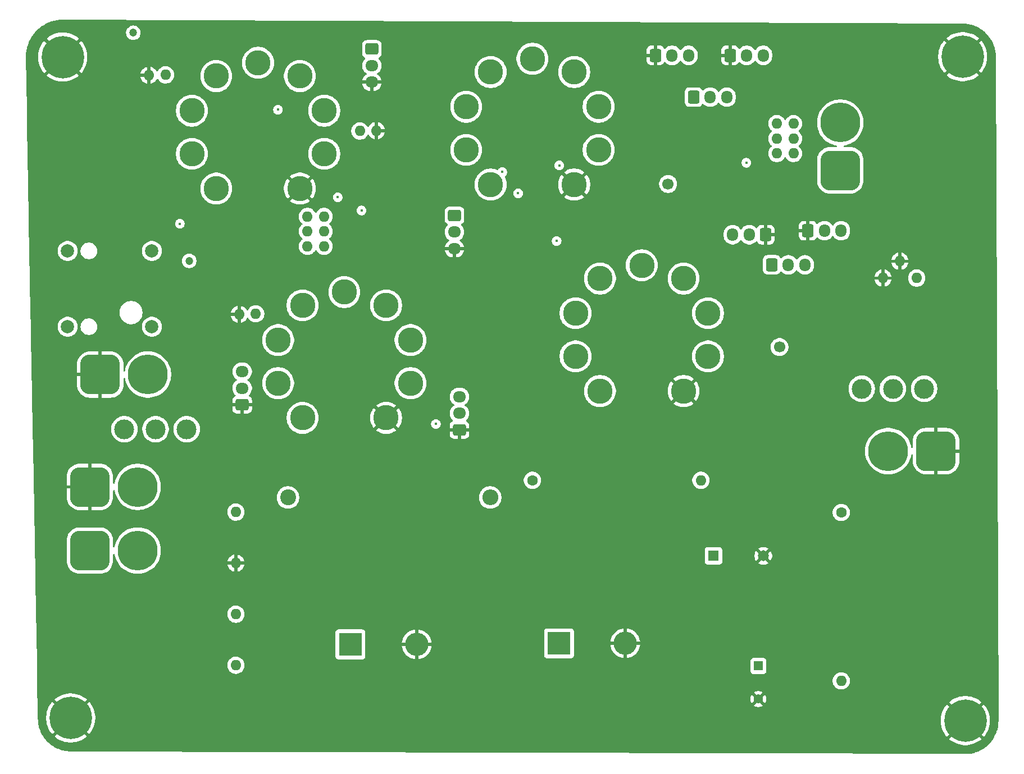
<source format=gbr>
%TF.GenerationSoftware,KiCad,Pcbnew,9.0.0*%
%TF.CreationDate,2025-03-23T18:58:35+01:00*%
%TF.ProjectId,PCB_Ampli,5043425f-416d-4706-9c69-2e6b69636164,rev?*%
%TF.SameCoordinates,Original*%
%TF.FileFunction,Copper,L2,Inr*%
%TF.FilePolarity,Positive*%
%FSLAX46Y46*%
G04 Gerber Fmt 4.6, Leading zero omitted, Abs format (unit mm)*
G04 Created by KiCad (PCBNEW 9.0.0) date 2025-03-23 18:58:35*
%MOMM*%
%LPD*%
G01*
G04 APERTURE LIST*
G04 Aperture macros list*
%AMRoundRect*
0 Rectangle with rounded corners*
0 $1 Rounding radius*
0 $2 $3 $4 $5 $6 $7 $8 $9 X,Y pos of 4 corners*
0 Add a 4 corners polygon primitive as box body*
4,1,4,$2,$3,$4,$5,$6,$7,$8,$9,$2,$3,0*
0 Add four circle primitives for the rounded corners*
1,1,$1+$1,$2,$3*
1,1,$1+$1,$4,$5*
1,1,$1+$1,$6,$7*
1,1,$1+$1,$8,$9*
0 Add four rect primitives between the rounded corners*
20,1,$1+$1,$2,$3,$4,$5,0*
20,1,$1+$1,$4,$5,$6,$7,0*
20,1,$1+$1,$6,$7,$8,$9,0*
20,1,$1+$1,$8,$9,$2,$3,0*%
G04 Aperture macros list end*
%TA.AperFunction,ComponentPad*%
%ADD10C,6.000000*%
%TD*%
%TA.AperFunction,ComponentPad*%
%ADD11RoundRect,1.500000X1.500000X-1.500000X1.500000X1.500000X-1.500000X1.500000X-1.500000X-1.500000X0*%
%TD*%
%TA.AperFunction,ComponentPad*%
%ADD12C,2.006600*%
%TD*%
%TA.AperFunction,ComponentPad*%
%ADD13C,3.000000*%
%TD*%
%TA.AperFunction,ComponentPad*%
%ADD14RoundRect,1.500000X1.500000X1.500000X-1.500000X1.500000X-1.500000X-1.500000X1.500000X-1.500000X0*%
%TD*%
%TA.AperFunction,ComponentPad*%
%ADD15RoundRect,1.500000X-1.500000X-1.500000X1.500000X-1.500000X1.500000X1.500000X-1.500000X1.500000X0*%
%TD*%
%TA.AperFunction,ComponentPad*%
%ADD16O,1.600000X1.600000*%
%TD*%
%TA.AperFunction,ComponentPad*%
%ADD17RoundRect,0.250000X-0.600000X-0.725000X0.600000X-0.725000X0.600000X0.725000X-0.600000X0.725000X0*%
%TD*%
%TA.AperFunction,ComponentPad*%
%ADD18O,1.700000X1.950000*%
%TD*%
%TA.AperFunction,ComponentPad*%
%ADD19RoundRect,0.250000X0.600000X0.725000X-0.600000X0.725000X-0.600000X-0.725000X0.600000X-0.725000X0*%
%TD*%
%TA.AperFunction,ComponentPad*%
%ADD20RoundRect,0.250000X0.725000X-0.600000X0.725000X0.600000X-0.725000X0.600000X-0.725000X-0.600000X0*%
%TD*%
%TA.AperFunction,ComponentPad*%
%ADD21O,1.950000X1.700000*%
%TD*%
%TA.AperFunction,ComponentPad*%
%ADD22C,1.600000*%
%TD*%
%TA.AperFunction,ComponentPad*%
%ADD23C,2.400000*%
%TD*%
%TA.AperFunction,ComponentPad*%
%ADD24O,2.400000X2.400000*%
%TD*%
%TA.AperFunction,ComponentPad*%
%ADD25C,0.800000*%
%TD*%
%TA.AperFunction,ComponentPad*%
%ADD26C,6.400000*%
%TD*%
%TA.AperFunction,ComponentPad*%
%ADD27RoundRect,0.250000X-0.725000X0.600000X-0.725000X-0.600000X0.725000X-0.600000X0.725000X0.600000X0*%
%TD*%
%TA.AperFunction,ComponentPad*%
%ADD28R,1.400000X1.400000*%
%TD*%
%TA.AperFunction,ComponentPad*%
%ADD29C,1.400000*%
%TD*%
%TA.AperFunction,ComponentPad*%
%ADD30R,1.650000X1.650000*%
%TD*%
%TA.AperFunction,ComponentPad*%
%ADD31C,1.650000*%
%TD*%
%TA.AperFunction,ComponentPad*%
%ADD32R,3.500000X3.500000*%
%TD*%
%TA.AperFunction,ComponentPad*%
%ADD33O,3.500000X3.500000*%
%TD*%
%TA.AperFunction,ComponentPad*%
%ADD34C,3.810000*%
%TD*%
%TA.AperFunction,ViaPad*%
%ADD35C,1.200000*%
%TD*%
%TA.AperFunction,ViaPad*%
%ADD36C,0.450000*%
%TD*%
%TA.AperFunction,ViaPad*%
%ADD37C,1.700000*%
%TD*%
G04 APERTURE END LIST*
D10*
%TO.N,Net-(J4-Pin_2)*%
%TO.C,J4*%
X145750000Y-48150000D03*
D11*
%TO.N,Net-(J4-Pin_1)*%
X145750000Y-55350000D03*
%TD*%
D12*
%TO.N,/Pr\u00E9ampli/neutre*%
%TO.C,J2*%
X41991104Y-67501600D03*
%TO.N,Net-(J2-Pad1)*%
X29291104Y-67501600D03*
%TO.N,/Pr\u00E9ampli/neutre*%
X41991104Y-78931600D03*
%TO.N,Net-(J2-Pad1)*%
X29291104Y-78931600D03*
%TD*%
D13*
%TO.N,Heater1_A*%
%TO.C,SW4*%
X158390000Y-88300000D03*
%TO.N,Net-(J3-Pin_2)*%
X153690000Y-88300000D03*
%TO.N,unconnected-(SW4-C-Pad3)*%
X148990000Y-88300000D03*
%TD*%
%TO.N,+250V*%
%TO.C,SW3*%
X37850000Y-94400000D03*
%TO.N,Net-(J1-Pin_2)*%
X42550000Y-94400000D03*
%TO.N,unconnected-(SW3-C-Pad3)*%
X47250000Y-94400000D03*
%TD*%
D14*
%TO.N,Heater1_B*%
%TO.C,J3*%
X160190000Y-97700000D03*
D10*
%TO.N,Net-(J3-Pin_2)*%
X152990000Y-97700000D03*
%TD*%
D15*
%TO.N,Heater1_B*%
%TO.C,J1*%
X34200000Y-86150000D03*
D10*
%TO.N,Net-(J1-Pin_2)*%
X41400000Y-86150000D03*
%TD*%
D16*
%TO.N,Net-(D1-+)*%
%TO.C,D1*%
X54650000Y-130000000D03*
%TO.N,Net-(OutSwitch1-Pin_1)*%
X54650000Y-122300000D03*
%TO.N,Heater1_B*%
X54650000Y-114600000D03*
%TO.N,Net-(OutSwitch1-Pin_2)*%
X54650000Y-106900000D03*
%TD*%
D17*
%TO.N,Heater1_B*%
%TO.C,Vol1_low2*%
X117900000Y-38000000D03*
D18*
%TO.N,3*%
X120400000Y-38000000D03*
%TO.N,Net-(C10-Pad2)*%
X122900000Y-38000000D03*
%TD*%
D19*
%TO.N,Heater1_B*%
%TO.C,Vol2_low1*%
X134525000Y-65050000D03*
D18*
%TO.N,10*%
X132025000Y-65050000D03*
%TO.N,Net-(C26-Pad2)*%
X129525000Y-65050000D03*
%TD*%
D17*
%TO.N,Heater1_B*%
%TO.C,Vol2_high1*%
X140875000Y-64450000D03*
D18*
%TO.N,5*%
X143375000Y-64450000D03*
%TO.N,Net-(C24-Pad2)*%
X145875000Y-64450000D03*
%TD*%
D17*
%TO.N,Heater1_B*%
%TO.C,Vol1_high1*%
X129150000Y-38000000D03*
D18*
%TO.N,2*%
X131650000Y-38000000D03*
%TO.N,Net-(C8-Pad2)*%
X134150000Y-38000000D03*
%TD*%
D17*
%TO.N,Net-(C26-Pad2)*%
%TO.C,tone2*%
X135425000Y-69600000D03*
D18*
%TO.N,Net-(C25-Pad1)*%
X137925000Y-69600000D03*
X140425000Y-69600000D03*
%TD*%
D17*
%TO.N,Net-(C10-Pad2)*%
%TO.C,tone1*%
X123650000Y-44300000D03*
D18*
%TO.N,Net-(C9-Pad1)*%
X126150000Y-44300000D03*
X128650000Y-44300000D03*
%TD*%
D16*
%TO.N,2*%
%TO.C,SW2*%
X136200000Y-48300000D03*
%TO.N,Net-(J4-Pin_1)*%
X136200000Y-50550000D03*
%TO.N,5*%
X136200000Y-52800000D03*
%TO.N,3*%
X138700000Y-48300000D03*
%TO.N,Net-(J4-Pin_2)*%
X138700000Y-50550000D03*
%TO.N,10*%
X138700000Y-52800000D03*
%TD*%
%TO.N,Net-(C3-Pad1)*%
%TO.C,SW1*%
X65450000Y-62300000D03*
%TO.N,Net-(R4-Pad2)*%
X65450000Y-64550000D03*
%TO.N,Net-(RV6-Pad3)*%
X65450000Y-66800000D03*
%TO.N,Net-(C6-Pad1)*%
X67950000Y-62300000D03*
%TO.N,/Pr\u00E9ampli/neutre*%
X67950000Y-64550000D03*
%TO.N,Net-(C22-Pad1)*%
X67950000Y-66800000D03*
%TD*%
%TO.N,Heater1_B*%
%TO.C,RV11*%
X152200000Y-71600000D03*
X154740000Y-69060000D03*
%TO.N,Heater1_A*%
X157280000Y-71600000D03*
%TD*%
D20*
%TO.N,Heater1_B*%
%TO.C,RV6*%
X55600000Y-90700000D03*
D21*
%TO.N,Net-(12ax3-2)*%
X55600000Y-88200000D03*
%TO.N,Net-(RV6-Pad3)*%
X55600000Y-85700000D03*
%TD*%
D22*
%TO.N,C*%
%TO.C,R63*%
X145900000Y-106950000D03*
D16*
%TO.N,D*%
X145900000Y-132350000D03*
%TD*%
D22*
%TO.N,Net-(C62-Pad1)*%
%TO.C,R62*%
X99350000Y-102100000D03*
D16*
%TO.N,C*%
X124750000Y-102100000D03*
%TD*%
D23*
%TO.N,Net-(D1-+)*%
%TO.C,R61*%
X62505000Y-104700000D03*
D24*
%TO.N,Net-(C62-Pad1)*%
X92985000Y-104700000D03*
%TD*%
D15*
%TO.N,Net-(OutSwitch1-Pin_1)*%
%TO.C,OutSwitch1*%
X32650000Y-112700000D03*
D10*
%TO.N,Net-(OutSwitch1-Pin_2)*%
X39850000Y-112700000D03*
%TD*%
D15*
%TO.N,Heater1_B*%
%TO.C,InSwitch1*%
X32650000Y-103100000D03*
D10*
%TO.N,+250V*%
X39850000Y-103100000D03*
%TD*%
D25*
%TO.N,Heater1_B*%
%TO.C,H4*%
X162200000Y-138350000D03*
X162902944Y-136652944D03*
X162902944Y-140047056D03*
X164600000Y-135950000D03*
D26*
X164600000Y-138350000D03*
D25*
X164600000Y-140750000D03*
X166297056Y-136652944D03*
X166297056Y-140047056D03*
X167000000Y-138350000D03*
%TD*%
%TO.N,Heater1_B*%
%TO.C,H3*%
X161800000Y-38200000D03*
X162502944Y-36502944D03*
X162502944Y-39897056D03*
X164200000Y-35800000D03*
D26*
X164200000Y-38200000D03*
D25*
X164200000Y-40600000D03*
X165897056Y-36502944D03*
X165897056Y-39897056D03*
X166600000Y-38200000D03*
%TD*%
%TO.N,Heater1_B*%
%TO.C,H2*%
X32150000Y-137950000D03*
X31447056Y-139647056D03*
X31447056Y-136252944D03*
X29750000Y-140350000D03*
D26*
X29750000Y-137950000D03*
D25*
X29750000Y-135550000D03*
X28052944Y-139647056D03*
X28052944Y-136252944D03*
X27350000Y-137950000D03*
%TD*%
%TO.N,Heater1_B*%
%TO.C,H1*%
X26150000Y-38250000D03*
X26852944Y-36552944D03*
X26852944Y-39947056D03*
X28550000Y-35850000D03*
D26*
X28550000Y-38250000D03*
D25*
X28550000Y-40650000D03*
X30247056Y-36552944D03*
X30247056Y-39947056D03*
X30950000Y-38250000D03*
%TD*%
D20*
%TO.N,Heater1_B*%
%TO.C,Gain2_Post1*%
X88350000Y-94500000D03*
D21*
%TO.N,Net-(C22-Pad1)*%
X88350000Y-92000000D03*
%TO.N,Net-(C21-Pad2)*%
X88350000Y-89500000D03*
%TD*%
D27*
%TO.N,Net-(C4-Pad2)*%
%TO.C,Gain1_Post1*%
X87600000Y-62150000D03*
D21*
%TO.N,Net-(C6-Pad1)*%
X87600000Y-64650000D03*
%TO.N,Heater1_B*%
X87600000Y-67150000D03*
%TD*%
D27*
%TO.N,Net-(C3-Pad1)*%
%TO.C,Gain1_before1*%
X75150000Y-37050000D03*
D21*
%TO.N,/Pr\u00E9ampli/7*%
X75150000Y-39550000D03*
%TO.N,Heater1_B*%
X75150000Y-42050000D03*
%TD*%
D28*
%TO.N,D*%
%TO.C,C64*%
X133400000Y-130100000D03*
D29*
%TO.N,Heater1_B*%
X133400000Y-135100000D03*
%TD*%
D30*
%TO.N,C*%
%TO.C,C63*%
X126650000Y-113500000D03*
D31*
%TO.N,Heater1_B*%
X134150000Y-113500000D03*
%TD*%
D32*
%TO.N,Net-(C62-Pad1)*%
%TO.C,C62*%
X103350000Y-126700000D03*
D33*
%TO.N,Heater1_B*%
X113350000Y-126700000D03*
%TD*%
D32*
%TO.N,Net-(D1-+)*%
%TO.C,C61*%
X71900000Y-126850000D03*
D33*
%TO.N,Heater1_B*%
X81900000Y-126850000D03*
%TD*%
D16*
%TO.N,Net-(12ax3-3)*%
%TO.C,C20*%
X57650000Y-76980000D03*
%TO.N,Heater1_B*%
X55150000Y-77050000D03*
%TD*%
%TO.N,Net-(12ax1-8)*%
%TO.C,C5*%
X73340000Y-49416700D03*
%TO.N,Heater1_B*%
X75840000Y-49346700D03*
%TD*%
%TO.N,Net-(12ax1-3)*%
%TO.C,C2*%
X44050000Y-40946700D03*
%TO.N,Heater1_B*%
X41550000Y-41016700D03*
%TD*%
D34*
%TO.N,Net-(12ax4-1)*%
%TO.C,12ax4*%
X109533000Y-88634800D03*
%TO.N,Net-(12ax4-2)*%
X105850000Y-83402400D03*
%TO.N,Net-(12ax4-3)*%
X105850000Y-76900000D03*
%TO.N,Heater1_A*%
X109533000Y-71667600D03*
X115832200Y-69661000D03*
%TO.N,Net-(12ax4-6)*%
X122131400Y-71667600D03*
%TO.N,Net-(12ax4-7)*%
X125814400Y-76900000D03*
%TO.N,Net-(12ax4-3)*%
X125814400Y-83402400D03*
%TO.N,Heater1_B*%
X122131400Y-88634800D03*
%TD*%
%TO.N,Net-(12ax3-1)*%
%TO.C,12ax3*%
X64700800Y-92683600D03*
%TO.N,Net-(12ax3-2)*%
X61017800Y-87451200D03*
%TO.N,Net-(12ax3-3)*%
X61017800Y-80948800D03*
%TO.N,Heater1_A*%
X64700800Y-75716400D03*
X71000000Y-73709800D03*
%TO.N,D*%
X77299200Y-75716400D03*
%TO.N,Net-(12ax3-1)*%
X80982200Y-80948800D03*
%TO.N,Net-(12ax3-8)*%
X80982200Y-87451200D03*
%TO.N,Heater1_B*%
X77299200Y-92683600D03*
%TD*%
%TO.N,Net-(12ax2-1)*%
%TO.C,12ax2*%
X93050800Y-57486900D03*
%TO.N,Net-(12ax2-2)*%
X89367800Y-52254500D03*
%TO.N,Net-(12ax2-3)*%
X89367800Y-45752100D03*
%TO.N,Heater1_A*%
X93050800Y-40519700D03*
X99350000Y-38513100D03*
%TO.N,Net-(12ax2-6)*%
X105649200Y-40519700D03*
%TO.N,Net-(12ax2-7)*%
X109332200Y-45752100D03*
%TO.N,Net-(12ax2-3)*%
X109332200Y-52254500D03*
%TO.N,Heater1_B*%
X105649200Y-57486900D03*
%TD*%
%TO.N,Net-(12ax1-1)*%
%TO.C,12ax1*%
X51700800Y-58086900D03*
%TO.N,Net-(12ax1-2)*%
X48017800Y-52854500D03*
%TO.N,Net-(12ax1-3)*%
X48017800Y-46352100D03*
%TO.N,Heater1_A*%
X51700800Y-41119700D03*
X58000000Y-39113100D03*
%TO.N,/Pr\u00E9ampli/6*%
X64299200Y-41119700D03*
%TO.N,/Pr\u00E9ampli/7*%
X67982200Y-46352100D03*
%TO.N,Net-(12ax1-8)*%
X67982200Y-52854500D03*
%TO.N,Heater1_B*%
X64299200Y-58086900D03*
%TD*%
D35*
%TO.N,Heater1_A*%
X47600000Y-69000000D03*
X39200000Y-34600000D03*
D36*
%TO.N,/Pr\u00E9ampli/neutre*%
X46200000Y-63400000D03*
%TO.N,Heater1_B*%
X40000000Y-45800000D03*
X77200000Y-52600000D03*
X93800000Y-96800000D03*
X100600000Y-86400000D03*
%TO.N,Net-(12ax2-1)*%
X131600000Y-54200000D03*
X94800000Y-55600000D03*
%TO.N,Net-(12ax2-7)*%
X103400000Y-54600000D03*
%TO.N,Net-(R11-Pad2)*%
X103000000Y-66000000D03*
X97200000Y-58800000D03*
%TO.N,Heater1_B*%
X94600000Y-60000000D03*
X92000000Y-69200000D03*
%TO.N,/Pr\u00E9ampli/6*%
X73600000Y-61400000D03*
X61000000Y-46200000D03*
%TO.N,Net-(C3-Pad1)*%
X70000000Y-59400000D03*
%TO.N,Heater1_B*%
X83200000Y-92000000D03*
%TO.N,Net-(C22-Pad1)*%
X84800000Y-93600000D03*
%TO.N,Heater1_B*%
X125400000Y-88800000D03*
X43200000Y-55400000D03*
X53000000Y-79400000D03*
D37*
%TO.N,C*%
X136600000Y-82000000D03*
X119800000Y-57400000D03*
D36*
%TO.N,Heater1_B*%
X59800000Y-114400000D03*
%TD*%
%TA.AperFunction,Conductor*%
%TO.N,Heater1_B*%
G36*
X164148457Y-33200271D02*
G01*
X164149224Y-33200500D01*
X164197441Y-33200500D01*
X164202564Y-33200605D01*
X164570277Y-33215814D01*
X164575906Y-33216177D01*
X164659956Y-33223530D01*
X164664429Y-33224004D01*
X164987028Y-33264216D01*
X164993169Y-33265140D01*
X165071766Y-33278999D01*
X165075594Y-33279737D01*
X165399008Y-33347549D01*
X165405622Y-33349128D01*
X165474576Y-33367604D01*
X165477787Y-33368512D01*
X165803169Y-33465383D01*
X165810157Y-33467692D01*
X165864056Y-33487310D01*
X165866678Y-33488299D01*
X166196425Y-33616967D01*
X166203729Y-33620089D01*
X166234837Y-33634595D01*
X166236641Y-33635458D01*
X166574902Y-33800823D01*
X166583883Y-33805683D01*
X166930070Y-34011966D01*
X166938638Y-34017564D01*
X167266593Y-34251719D01*
X167274668Y-34258005D01*
X167436941Y-34395443D01*
X167582155Y-34518433D01*
X167589695Y-34525374D01*
X167874625Y-34810304D01*
X167881566Y-34817844D01*
X168141989Y-35125325D01*
X168148284Y-35133412D01*
X168382431Y-35461355D01*
X168388037Y-35469935D01*
X168594309Y-35816105D01*
X168599186Y-35825119D01*
X168764467Y-36163206D01*
X168765450Y-36165262D01*
X168779902Y-36196255D01*
X168783036Y-36203584D01*
X168911691Y-36533300D01*
X168912696Y-36535964D01*
X168932299Y-36589822D01*
X168934622Y-36596851D01*
X169031475Y-36922173D01*
X169032405Y-36925462D01*
X169050867Y-36994364D01*
X169052453Y-37001010D01*
X169120250Y-37324350D01*
X169121005Y-37328265D01*
X169134854Y-37406807D01*
X169135786Y-37413001D01*
X169175990Y-37735538D01*
X169176470Y-37740069D01*
X169183819Y-37824067D01*
X169184185Y-37829749D01*
X169199394Y-38197437D01*
X169199500Y-38202562D01*
X169199500Y-38249701D01*
X169199705Y-38251573D01*
X169599488Y-138397186D01*
X169599383Y-138402805D01*
X169584185Y-138770248D01*
X169583819Y-138775931D01*
X169576470Y-138859929D01*
X169575990Y-138864460D01*
X169535786Y-139186997D01*
X169534854Y-139193191D01*
X169521005Y-139271733D01*
X169520250Y-139275648D01*
X169452453Y-139598988D01*
X169450867Y-139605634D01*
X169432405Y-139674536D01*
X169431475Y-139677825D01*
X169334622Y-140003147D01*
X169332299Y-140010176D01*
X169312696Y-140064034D01*
X169311691Y-140066698D01*
X169183036Y-140396414D01*
X169179902Y-140403743D01*
X169165471Y-140434691D01*
X169164489Y-140436747D01*
X168999182Y-140774889D01*
X168994304Y-140783903D01*
X168788037Y-141130064D01*
X168782431Y-141138644D01*
X168548284Y-141466587D01*
X168541989Y-141474674D01*
X168281566Y-141782155D01*
X168274625Y-141789695D01*
X167989695Y-142074625D01*
X167982155Y-142081566D01*
X167674674Y-142341989D01*
X167666587Y-142348284D01*
X167338644Y-142582431D01*
X167330064Y-142588037D01*
X166983903Y-142794304D01*
X166974889Y-142799182D01*
X166636747Y-142964489D01*
X166634691Y-142965471D01*
X166603743Y-142979902D01*
X166596414Y-142983036D01*
X166266698Y-143111691D01*
X166264034Y-143112696D01*
X166210176Y-143132299D01*
X166203147Y-143134622D01*
X165877825Y-143231475D01*
X165874536Y-143232405D01*
X165805634Y-143250867D01*
X165798988Y-143252453D01*
X165475648Y-143320250D01*
X165471733Y-143321005D01*
X165393191Y-143334854D01*
X165386997Y-143335786D01*
X165064460Y-143375990D01*
X165059929Y-143376470D01*
X164975931Y-143383819D01*
X164970249Y-143384185D01*
X164602727Y-143399387D01*
X164597234Y-143399492D01*
X29851647Y-142999652D01*
X29851135Y-142999500D01*
X29802574Y-142999500D01*
X29797451Y-142999394D01*
X29779563Y-142998654D01*
X29429748Y-142984185D01*
X29424065Y-142983819D01*
X29340068Y-142976470D01*
X29335538Y-142975990D01*
X29013001Y-142935786D01*
X29006807Y-142934854D01*
X28928265Y-142921005D01*
X28924350Y-142920250D01*
X28601010Y-142852453D01*
X28594364Y-142850867D01*
X28525462Y-142832405D01*
X28522173Y-142831475D01*
X28196851Y-142734622D01*
X28189822Y-142732299D01*
X28135964Y-142712696D01*
X28133300Y-142711691D01*
X27803584Y-142583036D01*
X27796255Y-142579902D01*
X27765262Y-142565450D01*
X27763206Y-142564467D01*
X27425119Y-142399186D01*
X27416105Y-142394309D01*
X27069935Y-142188037D01*
X27061355Y-142182431D01*
X26915443Y-142078252D01*
X26733410Y-141948282D01*
X26725325Y-141941989D01*
X26417844Y-141681566D01*
X26410304Y-141674625D01*
X26125374Y-141389695D01*
X26118433Y-141382155D01*
X26047828Y-141298792D01*
X25858005Y-141074668D01*
X25851715Y-141066587D01*
X25738599Y-140908159D01*
X25617564Y-140738638D01*
X25611962Y-140730064D01*
X25405683Y-140383883D01*
X25400823Y-140374902D01*
X25235458Y-140036641D01*
X25234595Y-140034837D01*
X25220089Y-140003729D01*
X25216962Y-139996414D01*
X25198851Y-139950000D01*
X25088299Y-139666679D01*
X25087302Y-139664034D01*
X25067692Y-139610157D01*
X25065383Y-139603169D01*
X24968512Y-139277787D01*
X24967604Y-139274576D01*
X24949128Y-139205622D01*
X24947549Y-139199008D01*
X24879737Y-138875594D01*
X24878999Y-138871766D01*
X24865140Y-138793169D01*
X24864216Y-138787028D01*
X24824004Y-138464429D01*
X24823530Y-138459956D01*
X24816177Y-138375906D01*
X24815814Y-138370277D01*
X24800606Y-138002562D01*
X24800521Y-137999738D01*
X24799589Y-137949506D01*
X24799593Y-137949489D01*
X24799588Y-137949442D01*
X24796320Y-137768234D01*
X26050000Y-137768234D01*
X26050000Y-138131765D01*
X26085632Y-138493556D01*
X26156550Y-138850090D01*
X26156553Y-138850101D01*
X26262086Y-139197997D01*
X26401207Y-139533864D01*
X26401209Y-139533869D01*
X26572570Y-139854462D01*
X26572581Y-139854480D01*
X26774551Y-140156750D01*
X26961678Y-140384765D01*
X26961679Y-140384766D01*
X28455747Y-138890697D01*
X28529588Y-138992330D01*
X28707670Y-139170412D01*
X28809301Y-139244251D01*
X27315232Y-140738319D01*
X27315233Y-140738320D01*
X27543249Y-140925448D01*
X27845519Y-141127418D01*
X27845537Y-141127429D01*
X28166130Y-141298790D01*
X28166135Y-141298792D01*
X28502002Y-141437913D01*
X28849898Y-141543446D01*
X28849909Y-141543449D01*
X29206443Y-141614367D01*
X29568234Y-141650000D01*
X29931766Y-141650000D01*
X30293556Y-141614367D01*
X30650090Y-141543449D01*
X30650101Y-141543446D01*
X30997997Y-141437913D01*
X31333864Y-141298792D01*
X31333869Y-141298790D01*
X31654462Y-141127429D01*
X31654480Y-141127418D01*
X31865525Y-140986403D01*
X31865526Y-140986402D01*
X31956727Y-140925464D01*
X31956750Y-140925447D01*
X32184765Y-140738320D01*
X32184766Y-140738319D01*
X30690698Y-139244251D01*
X30792330Y-139170412D01*
X30970412Y-138992330D01*
X31044251Y-138890698D01*
X32538319Y-140384766D01*
X32538320Y-140384765D01*
X32725447Y-140156750D01*
X32725457Y-140156736D01*
X32927418Y-139854480D01*
X32927429Y-139854462D01*
X33098790Y-139533869D01*
X33098792Y-139533864D01*
X33237913Y-139197997D01*
X33343446Y-138850101D01*
X33343449Y-138850090D01*
X33414367Y-138493556D01*
X33446408Y-138168234D01*
X160900000Y-138168234D01*
X160900000Y-138531765D01*
X160935632Y-138893556D01*
X161006550Y-139250090D01*
X161006553Y-139250101D01*
X161112086Y-139597997D01*
X161251207Y-139933864D01*
X161251209Y-139933869D01*
X161422570Y-140254462D01*
X161422581Y-140254480D01*
X161624551Y-140556750D01*
X161811678Y-140784765D01*
X161811679Y-140784766D01*
X163305747Y-139290697D01*
X163379588Y-139392330D01*
X163557670Y-139570412D01*
X163659301Y-139644251D01*
X162165232Y-141138319D01*
X162165233Y-141138320D01*
X162393249Y-141325448D01*
X162695519Y-141527418D01*
X162695537Y-141527429D01*
X163016130Y-141698790D01*
X163016135Y-141698792D01*
X163352002Y-141837913D01*
X163699898Y-141943446D01*
X163699909Y-141943449D01*
X164056443Y-142014367D01*
X164418234Y-142050000D01*
X164781766Y-142050000D01*
X165143556Y-142014367D01*
X165500090Y-141943449D01*
X165500101Y-141943446D01*
X165847997Y-141837913D01*
X166183864Y-141698792D01*
X166183869Y-141698790D01*
X166504462Y-141527429D01*
X166504480Y-141527418D01*
X166806736Y-141325457D01*
X166806750Y-141325447D01*
X167034765Y-141138320D01*
X167034766Y-141138319D01*
X165540698Y-139644251D01*
X165642330Y-139570412D01*
X165820412Y-139392330D01*
X165894251Y-139290698D01*
X167388319Y-140784766D01*
X167388320Y-140784765D01*
X167575447Y-140556750D01*
X167575457Y-140556736D01*
X167777418Y-140254480D01*
X167777429Y-140254462D01*
X167948790Y-139933869D01*
X167948792Y-139933864D01*
X168087913Y-139597997D01*
X168193446Y-139250101D01*
X168193449Y-139250090D01*
X168264367Y-138893556D01*
X168300000Y-138531765D01*
X168300000Y-138168234D01*
X168264367Y-137806443D01*
X168193449Y-137449909D01*
X168193446Y-137449898D01*
X168087913Y-137102002D01*
X167948792Y-136766135D01*
X167948790Y-136766130D01*
X167777429Y-136445537D01*
X167777418Y-136445519D01*
X167575448Y-136143249D01*
X167388320Y-135915233D01*
X167388319Y-135915232D01*
X165894251Y-137409300D01*
X165820412Y-137307670D01*
X165642330Y-137129588D01*
X165540698Y-137055748D01*
X167034766Y-135561679D01*
X167034765Y-135561678D01*
X166806750Y-135374551D01*
X166504480Y-135172581D01*
X166504462Y-135172570D01*
X166183869Y-135001209D01*
X166183864Y-135001207D01*
X165847997Y-134862086D01*
X165500101Y-134756553D01*
X165500090Y-134756550D01*
X165143556Y-134685632D01*
X164781766Y-134650000D01*
X164418234Y-134650000D01*
X164056443Y-134685632D01*
X163699909Y-134756550D01*
X163699898Y-134756553D01*
X163352002Y-134862086D01*
X163016135Y-135001207D01*
X163016130Y-135001209D01*
X162695537Y-135172570D01*
X162695519Y-135172581D01*
X162393258Y-135374545D01*
X162393254Y-135374548D01*
X162165233Y-135561679D01*
X162165233Y-135561680D01*
X163659301Y-137055748D01*
X163557670Y-137129588D01*
X163379588Y-137307670D01*
X163305748Y-137409301D01*
X161811680Y-135915233D01*
X161811679Y-135915233D01*
X161624548Y-136143254D01*
X161624545Y-136143258D01*
X161422581Y-136445519D01*
X161422570Y-136445537D01*
X161251209Y-136766130D01*
X161251207Y-136766135D01*
X161112086Y-137102002D01*
X161006553Y-137449898D01*
X161006550Y-137449909D01*
X160935632Y-137806443D01*
X160900000Y-138168234D01*
X33446408Y-138168234D01*
X33447905Y-138153033D01*
X33447905Y-138153031D01*
X33450000Y-138131763D01*
X33450000Y-137768234D01*
X33414367Y-137406443D01*
X33343449Y-137049909D01*
X33343446Y-137049898D01*
X33237913Y-136702002D01*
X33098792Y-136366135D01*
X33098790Y-136366130D01*
X32966738Y-136119078D01*
X32966737Y-136119077D01*
X32927424Y-136045529D01*
X32927418Y-136045519D01*
X32725448Y-135743249D01*
X32538320Y-135515233D01*
X32538319Y-135515232D01*
X31044251Y-137009300D01*
X30970412Y-136907670D01*
X30792330Y-136729588D01*
X30690698Y-136655748D01*
X32184766Y-135161679D01*
X32105393Y-135096540D01*
X32105391Y-135096537D01*
X31994525Y-135005552D01*
X132200000Y-135005552D01*
X132200000Y-135194447D01*
X132229548Y-135381002D01*
X132287914Y-135560637D01*
X132373666Y-135728933D01*
X132392116Y-135754328D01*
X132957861Y-135188584D01*
X132980667Y-135273694D01*
X133039910Y-135376306D01*
X133123694Y-135460090D01*
X133226306Y-135519333D01*
X133311415Y-135542138D01*
X132745669Y-136107882D01*
X132745670Y-136107883D01*
X132771059Y-136126329D01*
X132939362Y-136212085D01*
X133118997Y-136270451D01*
X133305553Y-136300000D01*
X133494447Y-136300000D01*
X133681002Y-136270451D01*
X133860637Y-136212085D01*
X134028937Y-136126331D01*
X134054328Y-136107883D01*
X134054328Y-136107882D01*
X133488584Y-135542138D01*
X133573694Y-135519333D01*
X133676306Y-135460090D01*
X133760090Y-135376306D01*
X133819333Y-135273694D01*
X133842138Y-135188584D01*
X134407882Y-135754328D01*
X134407883Y-135754328D01*
X134426331Y-135728937D01*
X134512085Y-135560637D01*
X134570451Y-135381002D01*
X134600000Y-135194447D01*
X134600000Y-135005552D01*
X134570451Y-134818997D01*
X134512085Y-134639362D01*
X134426329Y-134471059D01*
X134407883Y-134445670D01*
X134407882Y-134445669D01*
X133842137Y-135011414D01*
X133819333Y-134926306D01*
X133760090Y-134823694D01*
X133676306Y-134739910D01*
X133573694Y-134680667D01*
X133488584Y-134657861D01*
X134054328Y-134092116D01*
X134028933Y-134073666D01*
X133860637Y-133987914D01*
X133681002Y-133929548D01*
X133494447Y-133900000D01*
X133305553Y-133900000D01*
X133118997Y-133929548D01*
X132939362Y-133987914D01*
X132771060Y-134073669D01*
X132745670Y-134092116D01*
X132745669Y-134092116D01*
X133311415Y-134657861D01*
X133226306Y-134680667D01*
X133123694Y-134739910D01*
X133039910Y-134823694D01*
X132980667Y-134926306D01*
X132957861Y-135011414D01*
X132392116Y-134445669D01*
X132392116Y-134445670D01*
X132373669Y-134471060D01*
X132287914Y-134639362D01*
X132229548Y-134818997D01*
X132200000Y-135005552D01*
X31994525Y-135005552D01*
X31956750Y-134974551D01*
X31654480Y-134772581D01*
X31654462Y-134772570D01*
X31333869Y-134601209D01*
X31333864Y-134601207D01*
X30997997Y-134462086D01*
X30650101Y-134356553D01*
X30650090Y-134356550D01*
X30293556Y-134285632D01*
X30061505Y-134262778D01*
X29931766Y-134250000D01*
X29568234Y-134250000D01*
X29206443Y-134285632D01*
X28849909Y-134356550D01*
X28849898Y-134356553D01*
X28502002Y-134462086D01*
X28166135Y-134601207D01*
X28166130Y-134601209D01*
X27845537Y-134772570D01*
X27845519Y-134772581D01*
X27543258Y-134974545D01*
X27543254Y-134974548D01*
X27315233Y-135161679D01*
X27315233Y-135161680D01*
X28809301Y-136655748D01*
X28707670Y-136729588D01*
X28529588Y-136907670D01*
X28455748Y-137009301D01*
X26961680Y-135515233D01*
X26961679Y-135515233D01*
X26774548Y-135743254D01*
X26774545Y-135743258D01*
X26572581Y-136045519D01*
X26572570Y-136045537D01*
X26401209Y-136366130D01*
X26401207Y-136366135D01*
X26262086Y-136702002D01*
X26156553Y-137049898D01*
X26156550Y-137049909D01*
X26085632Y-137406443D01*
X26050000Y-137768234D01*
X24796320Y-137768234D01*
X24796305Y-137767423D01*
X24793221Y-137596446D01*
X24696750Y-132247648D01*
X144599500Y-132247648D01*
X144599500Y-132452351D01*
X144631522Y-132654534D01*
X144694781Y-132849223D01*
X144787715Y-133031613D01*
X144908028Y-133197213D01*
X145052786Y-133341971D01*
X145207749Y-133454556D01*
X145218390Y-133462287D01*
X145334607Y-133521503D01*
X145400776Y-133555218D01*
X145400778Y-133555218D01*
X145400781Y-133555220D01*
X145505137Y-133589127D01*
X145595465Y-133618477D01*
X145696557Y-133634488D01*
X145797648Y-133650500D01*
X145797649Y-133650500D01*
X146002351Y-133650500D01*
X146002352Y-133650500D01*
X146204534Y-133618477D01*
X146399219Y-133555220D01*
X146581610Y-133462287D01*
X146674590Y-133394732D01*
X146747213Y-133341971D01*
X146747215Y-133341968D01*
X146747219Y-133341966D01*
X146891966Y-133197219D01*
X146891968Y-133197215D01*
X146891971Y-133197213D01*
X146944732Y-133124590D01*
X147012287Y-133031610D01*
X147105220Y-132849219D01*
X147168477Y-132654534D01*
X147200500Y-132452352D01*
X147200500Y-132247648D01*
X147168477Y-132045466D01*
X147105220Y-131850781D01*
X147105218Y-131850778D01*
X147105218Y-131850776D01*
X147071503Y-131784607D01*
X147012287Y-131668390D01*
X147004556Y-131657749D01*
X146891971Y-131502786D01*
X146747213Y-131358028D01*
X146581613Y-131237715D01*
X146581612Y-131237714D01*
X146581610Y-131237713D01*
X146517835Y-131205218D01*
X146399223Y-131144781D01*
X146204534Y-131081522D01*
X146029995Y-131053878D01*
X146002352Y-131049500D01*
X145797648Y-131049500D01*
X145773329Y-131053351D01*
X145595465Y-131081522D01*
X145400776Y-131144781D01*
X145218386Y-131237715D01*
X145052786Y-131358028D01*
X144908028Y-131502786D01*
X144787715Y-131668386D01*
X144694781Y-131850776D01*
X144631522Y-132045465D01*
X144599500Y-132247648D01*
X24696750Y-132247648D01*
X24654365Y-129897648D01*
X53349500Y-129897648D01*
X53349500Y-130102351D01*
X53381522Y-130304534D01*
X53444781Y-130499223D01*
X53537715Y-130681613D01*
X53658028Y-130847213D01*
X53802786Y-130991971D01*
X53957749Y-131104556D01*
X53968390Y-131112287D01*
X54057212Y-131157544D01*
X54150776Y-131205218D01*
X54150778Y-131205218D01*
X54150781Y-131205220D01*
X54250784Y-131237713D01*
X54345465Y-131268477D01*
X54446557Y-131284488D01*
X54547648Y-131300500D01*
X54547649Y-131300500D01*
X54752351Y-131300500D01*
X54752352Y-131300500D01*
X54954534Y-131268477D01*
X55149219Y-131205220D01*
X55331610Y-131112287D01*
X55427901Y-131042328D01*
X55497213Y-130991971D01*
X55497215Y-130991968D01*
X55497219Y-130991966D01*
X55641966Y-130847219D01*
X55641968Y-130847215D01*
X55641971Y-130847213D01*
X55694732Y-130774590D01*
X55762287Y-130681610D01*
X55855220Y-130499219D01*
X55918477Y-130304534D01*
X55950500Y-130102352D01*
X55950500Y-129897648D01*
X55918477Y-129695466D01*
X55855220Y-129500781D01*
X55806469Y-129405101D01*
X55806468Y-129405097D01*
X55779482Y-129352135D01*
X132199500Y-129352135D01*
X132199500Y-130847870D01*
X132199501Y-130847876D01*
X132205908Y-130907483D01*
X132256202Y-131042328D01*
X132256206Y-131042335D01*
X132342452Y-131157544D01*
X132342455Y-131157547D01*
X132457664Y-131243793D01*
X132457671Y-131243797D01*
X132592517Y-131294091D01*
X132592516Y-131294091D01*
X132599444Y-131294835D01*
X132652127Y-131300500D01*
X134147872Y-131300499D01*
X134207483Y-131294091D01*
X134342331Y-131243796D01*
X134457546Y-131157546D01*
X134543796Y-131042331D01*
X134594091Y-130907483D01*
X134600500Y-130847873D01*
X134600499Y-129352128D01*
X134594091Y-129292517D01*
X134543796Y-129157669D01*
X134543795Y-129157668D01*
X134543793Y-129157664D01*
X134457547Y-129042455D01*
X134457544Y-129042452D01*
X134342335Y-128956206D01*
X134342328Y-128956202D01*
X134207482Y-128905908D01*
X134207483Y-128905908D01*
X134147883Y-128899501D01*
X134147881Y-128899500D01*
X134147873Y-128899500D01*
X134147864Y-128899500D01*
X132652129Y-128899500D01*
X132652123Y-128899501D01*
X132592516Y-128905908D01*
X132457671Y-128956202D01*
X132457664Y-128956206D01*
X132342455Y-129042452D01*
X132342452Y-129042455D01*
X132256206Y-129157664D01*
X132256202Y-129157671D01*
X132205908Y-129292517D01*
X132199501Y-129352116D01*
X132199501Y-129352123D01*
X132199500Y-129352135D01*
X55779482Y-129352135D01*
X55762288Y-129318391D01*
X55762287Y-129318389D01*
X55641971Y-129152786D01*
X55497213Y-129008028D01*
X55331613Y-128887715D01*
X55331612Y-128887714D01*
X55331610Y-128887713D01*
X55242543Y-128842331D01*
X55149223Y-128794781D01*
X54954534Y-128731522D01*
X54779995Y-128703878D01*
X54752352Y-128699500D01*
X54547648Y-128699500D01*
X54523329Y-128703351D01*
X54345465Y-128731522D01*
X54150776Y-128794781D01*
X53968386Y-128887715D01*
X53802786Y-129008028D01*
X53658028Y-129152786D01*
X53537715Y-129318386D01*
X53444781Y-129500776D01*
X53381522Y-129695465D01*
X53349500Y-129897648D01*
X24654365Y-129897648D01*
X24566971Y-125052135D01*
X69649500Y-125052135D01*
X69649500Y-128647870D01*
X69649501Y-128647876D01*
X69655908Y-128707483D01*
X69706202Y-128842328D01*
X69706206Y-128842335D01*
X69792452Y-128957544D01*
X69792455Y-128957547D01*
X69907664Y-129043793D01*
X69907671Y-129043797D01*
X70042517Y-129094091D01*
X70042516Y-129094091D01*
X70049444Y-129094835D01*
X70102127Y-129100500D01*
X73697872Y-129100499D01*
X73757483Y-129094091D01*
X73892331Y-129043796D01*
X74007546Y-128957546D01*
X74093796Y-128842331D01*
X74144091Y-128707483D01*
X74150500Y-128647873D01*
X74150499Y-126600000D01*
X79663497Y-126600000D01*
X80930137Y-126600000D01*
X80900000Y-126751509D01*
X80900000Y-126948491D01*
X80930137Y-127100000D01*
X79663498Y-127100000D01*
X79688496Y-127289884D01*
X79688499Y-127289897D01*
X79764835Y-127574790D01*
X79764838Y-127574800D01*
X79877704Y-127847281D01*
X79877709Y-127847292D01*
X80025174Y-128102707D01*
X80025185Y-128102723D01*
X80204729Y-128336709D01*
X80204735Y-128336716D01*
X80413283Y-128545264D01*
X80413290Y-128545270D01*
X80647276Y-128724814D01*
X80647292Y-128724825D01*
X80902707Y-128872290D01*
X80902718Y-128872295D01*
X81175199Y-128985161D01*
X81175209Y-128985164D01*
X81460102Y-129061500D01*
X81460115Y-129061503D01*
X81650000Y-129086502D01*
X81650000Y-127819863D01*
X81801509Y-127850000D01*
X81998491Y-127850000D01*
X82150000Y-127819863D01*
X82150000Y-129086501D01*
X82339884Y-129061503D01*
X82339897Y-129061500D01*
X82624790Y-128985164D01*
X82624800Y-128985161D01*
X82897281Y-128872295D01*
X82897292Y-128872290D01*
X83152707Y-128724825D01*
X83152723Y-128724814D01*
X83386709Y-128545270D01*
X83386716Y-128545264D01*
X83595264Y-128336716D01*
X83595270Y-128336709D01*
X83774814Y-128102723D01*
X83774825Y-128102707D01*
X83922290Y-127847292D01*
X83922295Y-127847281D01*
X84035161Y-127574800D01*
X84035164Y-127574790D01*
X84111500Y-127289897D01*
X84111503Y-127289884D01*
X84136502Y-127100000D01*
X82869863Y-127100000D01*
X82900000Y-126948491D01*
X82900000Y-126751509D01*
X82869863Y-126600000D01*
X84136502Y-126600000D01*
X84111503Y-126410115D01*
X84111500Y-126410102D01*
X84035164Y-126125209D01*
X84035161Y-126125199D01*
X83922295Y-125852718D01*
X83922290Y-125852707D01*
X83774825Y-125597292D01*
X83774814Y-125597276D01*
X83595270Y-125363290D01*
X83595264Y-125363283D01*
X83386716Y-125154735D01*
X83386709Y-125154729D01*
X83181400Y-124997190D01*
X83181389Y-124997182D01*
X83152715Y-124975180D01*
X83152707Y-124975174D01*
X83026201Y-124902135D01*
X101099500Y-124902135D01*
X101099500Y-128497870D01*
X101099501Y-128497876D01*
X101105908Y-128557483D01*
X101156202Y-128692328D01*
X101156206Y-128692335D01*
X101242452Y-128807544D01*
X101242455Y-128807547D01*
X101357664Y-128893793D01*
X101357671Y-128893797D01*
X101492517Y-128944091D01*
X101492516Y-128944091D01*
X101499444Y-128944835D01*
X101552127Y-128950500D01*
X105147872Y-128950499D01*
X105207483Y-128944091D01*
X105342331Y-128893796D01*
X105457546Y-128807546D01*
X105543796Y-128692331D01*
X105594091Y-128557483D01*
X105600500Y-128497873D01*
X105600499Y-126450000D01*
X111113497Y-126450000D01*
X112380137Y-126450000D01*
X112350000Y-126601509D01*
X112350000Y-126798491D01*
X112380137Y-126950000D01*
X111113498Y-126950000D01*
X111138496Y-127139884D01*
X111138499Y-127139897D01*
X111214835Y-127424790D01*
X111214838Y-127424800D01*
X111327704Y-127697281D01*
X111327709Y-127697292D01*
X111475174Y-127952707D01*
X111475185Y-127952723D01*
X111654729Y-128186709D01*
X111654735Y-128186716D01*
X111863283Y-128395264D01*
X111863290Y-128395270D01*
X112097276Y-128574814D01*
X112097292Y-128574825D01*
X112352707Y-128722290D01*
X112352718Y-128722295D01*
X112625199Y-128835161D01*
X112625209Y-128835164D01*
X112910102Y-128911500D01*
X112910115Y-128911503D01*
X113100000Y-128936502D01*
X113100000Y-127669863D01*
X113251509Y-127700000D01*
X113448491Y-127700000D01*
X113600000Y-127669863D01*
X113600000Y-128936501D01*
X113789884Y-128911503D01*
X113789897Y-128911500D01*
X114074790Y-128835164D01*
X114074800Y-128835161D01*
X114347281Y-128722295D01*
X114347292Y-128722290D01*
X114602707Y-128574825D01*
X114602723Y-128574814D01*
X114836709Y-128395270D01*
X114836716Y-128395264D01*
X115045264Y-128186716D01*
X115045270Y-128186709D01*
X115224814Y-127952723D01*
X115224825Y-127952707D01*
X115372290Y-127697292D01*
X115372295Y-127697281D01*
X115485161Y-127424800D01*
X115485164Y-127424790D01*
X115561500Y-127139897D01*
X115561503Y-127139884D01*
X115586502Y-126950000D01*
X114319863Y-126950000D01*
X114350000Y-126798491D01*
X114350000Y-126601509D01*
X114319863Y-126450000D01*
X115586502Y-126450000D01*
X115561503Y-126260115D01*
X115561500Y-126260102D01*
X115485164Y-125975209D01*
X115485161Y-125975199D01*
X115372295Y-125702718D01*
X115372290Y-125702707D01*
X115224825Y-125447292D01*
X115224814Y-125447276D01*
X115045270Y-125213290D01*
X115045264Y-125213283D01*
X114836716Y-125004735D01*
X114836709Y-125004729D01*
X114602723Y-124825185D01*
X114602707Y-124825174D01*
X114347292Y-124677709D01*
X114347281Y-124677704D01*
X114074800Y-124564838D01*
X114074790Y-124564835D01*
X113789897Y-124488499D01*
X113789886Y-124488497D01*
X113600000Y-124463496D01*
X113600000Y-125730136D01*
X113448491Y-125700000D01*
X113251509Y-125700000D01*
X113100000Y-125730136D01*
X113100000Y-124463496D01*
X113099999Y-124463496D01*
X112910113Y-124488497D01*
X112910102Y-124488499D01*
X112625209Y-124564835D01*
X112625199Y-124564838D01*
X112352718Y-124677704D01*
X112352707Y-124677709D01*
X112097292Y-124825174D01*
X112097276Y-124825185D01*
X111863290Y-125004729D01*
X111863283Y-125004735D01*
X111654735Y-125213283D01*
X111654729Y-125213290D01*
X111475185Y-125447276D01*
X111475174Y-125447292D01*
X111327709Y-125702707D01*
X111327704Y-125702718D01*
X111214838Y-125975199D01*
X111214835Y-125975209D01*
X111138499Y-126260102D01*
X111138496Y-126260115D01*
X111113497Y-126450000D01*
X105600499Y-126450000D01*
X105600499Y-124902128D01*
X105594091Y-124842517D01*
X105587622Y-124825174D01*
X105543797Y-124707671D01*
X105543793Y-124707664D01*
X105457547Y-124592455D01*
X105457544Y-124592452D01*
X105342335Y-124506206D01*
X105342328Y-124506202D01*
X105207482Y-124455908D01*
X105207483Y-124455908D01*
X105147883Y-124449501D01*
X105147881Y-124449500D01*
X105147873Y-124449500D01*
X105147864Y-124449500D01*
X101552129Y-124449500D01*
X101552123Y-124449501D01*
X101492516Y-124455908D01*
X101357671Y-124506202D01*
X101357664Y-124506206D01*
X101242455Y-124592452D01*
X101242452Y-124592455D01*
X101156206Y-124707664D01*
X101156202Y-124707671D01*
X101105908Y-124842517D01*
X101099501Y-124902116D01*
X101099501Y-124902123D01*
X101099500Y-124902135D01*
X83026201Y-124902135D01*
X82897292Y-124827709D01*
X82897281Y-124827704D01*
X82624800Y-124714838D01*
X82624790Y-124714835D01*
X82339897Y-124638499D01*
X82339886Y-124638497D01*
X82150000Y-124613496D01*
X82150000Y-125880136D01*
X81998491Y-125850000D01*
X81801509Y-125850000D01*
X81650000Y-125880136D01*
X81650000Y-124613496D01*
X81649999Y-124613496D01*
X81460113Y-124638497D01*
X81460102Y-124638499D01*
X81175209Y-124714835D01*
X81175199Y-124714838D01*
X80902718Y-124827704D01*
X80902707Y-124827709D01*
X80647292Y-124975174D01*
X80647276Y-124975185D01*
X80413290Y-125154729D01*
X80413283Y-125154735D01*
X80204735Y-125363283D01*
X80204729Y-125363290D01*
X80025185Y-125597276D01*
X80025174Y-125597292D01*
X79877709Y-125852707D01*
X79877704Y-125852718D01*
X79764838Y-126125199D01*
X79764835Y-126125209D01*
X79688499Y-126410102D01*
X79688496Y-126410115D01*
X79663497Y-126600000D01*
X74150499Y-126600000D01*
X74150499Y-125052128D01*
X74144593Y-124997190D01*
X74144091Y-124992516D01*
X74093797Y-124857671D01*
X74093793Y-124857664D01*
X74007547Y-124742455D01*
X74007544Y-124742452D01*
X73892335Y-124656206D01*
X73892328Y-124656202D01*
X73757482Y-124605908D01*
X73757483Y-124605908D01*
X73697883Y-124599501D01*
X73697881Y-124599500D01*
X73697873Y-124599500D01*
X73697864Y-124599500D01*
X70102129Y-124599500D01*
X70102123Y-124599501D01*
X70042516Y-124605908D01*
X69907671Y-124656202D01*
X69907664Y-124656206D01*
X69792455Y-124742452D01*
X69792452Y-124742455D01*
X69706206Y-124857664D01*
X69706202Y-124857671D01*
X69655908Y-124992517D01*
X69649501Y-125052116D01*
X69649501Y-125052123D01*
X69649500Y-125052135D01*
X24566971Y-125052135D01*
X24515487Y-122197648D01*
X53349500Y-122197648D01*
X53349500Y-122402351D01*
X53381522Y-122604534D01*
X53444781Y-122799223D01*
X53537715Y-122981613D01*
X53658028Y-123147213D01*
X53802786Y-123291971D01*
X53957749Y-123404556D01*
X53968390Y-123412287D01*
X54084607Y-123471503D01*
X54150776Y-123505218D01*
X54150778Y-123505218D01*
X54150781Y-123505220D01*
X54255137Y-123539127D01*
X54345465Y-123568477D01*
X54446557Y-123584488D01*
X54547648Y-123600500D01*
X54547649Y-123600500D01*
X54752351Y-123600500D01*
X54752352Y-123600500D01*
X54954534Y-123568477D01*
X55149219Y-123505220D01*
X55331610Y-123412287D01*
X55424590Y-123344732D01*
X55497213Y-123291971D01*
X55497215Y-123291968D01*
X55497219Y-123291966D01*
X55641966Y-123147219D01*
X55641968Y-123147215D01*
X55641971Y-123147213D01*
X55694732Y-123074590D01*
X55762287Y-122981610D01*
X55855220Y-122799219D01*
X55918477Y-122604534D01*
X55950500Y-122402352D01*
X55950500Y-122197648D01*
X55918477Y-121995466D01*
X55855220Y-121800781D01*
X55855218Y-121800778D01*
X55855218Y-121800776D01*
X55821503Y-121734607D01*
X55762287Y-121618390D01*
X55754556Y-121607749D01*
X55641971Y-121452786D01*
X55497213Y-121308028D01*
X55331613Y-121187715D01*
X55331612Y-121187714D01*
X55331610Y-121187713D01*
X55274653Y-121158691D01*
X55149223Y-121094781D01*
X54954534Y-121031522D01*
X54779995Y-121003878D01*
X54752352Y-120999500D01*
X54547648Y-120999500D01*
X54523329Y-121003351D01*
X54345465Y-121031522D01*
X54150776Y-121094781D01*
X53968386Y-121187715D01*
X53802786Y-121308028D01*
X53658028Y-121452786D01*
X53537715Y-121618386D01*
X53444781Y-121800776D01*
X53381522Y-121995465D01*
X53349500Y-122197648D01*
X24515487Y-122197648D01*
X24315844Y-111128549D01*
X29149500Y-111128549D01*
X29149500Y-114271450D01*
X29164804Y-114485433D01*
X29225628Y-114765037D01*
X29225630Y-114765043D01*
X29225631Y-114765046D01*
X29313265Y-115000000D01*
X29325635Y-115033166D01*
X29462770Y-115284309D01*
X29462775Y-115284317D01*
X29634254Y-115513387D01*
X29634270Y-115513405D01*
X29836594Y-115715729D01*
X29836612Y-115715745D01*
X30065682Y-115887224D01*
X30065690Y-115887229D01*
X30316833Y-116024364D01*
X30316832Y-116024364D01*
X30316836Y-116024365D01*
X30316839Y-116024367D01*
X30584954Y-116124369D01*
X30584960Y-116124370D01*
X30584962Y-116124371D01*
X30864566Y-116185195D01*
X30864568Y-116185195D01*
X30864572Y-116185196D01*
X31078552Y-116200500D01*
X34221448Y-116200500D01*
X34435428Y-116185196D01*
X34715046Y-116124369D01*
X34983161Y-116024367D01*
X35234315Y-115887226D01*
X35463395Y-115715739D01*
X35665739Y-115513395D01*
X35837226Y-115284315D01*
X35974367Y-115033161D01*
X36074369Y-114765046D01*
X36135196Y-114485428D01*
X36150500Y-114271448D01*
X36150500Y-113303324D01*
X36170185Y-113236285D01*
X36222989Y-113190530D01*
X36292147Y-113180586D01*
X36355703Y-113209611D01*
X36393477Y-113268389D01*
X36396117Y-113279133D01*
X36450308Y-113551572D01*
X36550150Y-113880706D01*
X36681770Y-114198464D01*
X36681772Y-114198469D01*
X36843893Y-114501775D01*
X36843904Y-114501793D01*
X37034975Y-114787751D01*
X37034985Y-114787765D01*
X37253176Y-115053632D01*
X37496367Y-115296823D01*
X37496372Y-115296827D01*
X37496373Y-115296828D01*
X37762240Y-115515019D01*
X38048213Y-115706100D01*
X38048222Y-115706105D01*
X38048224Y-115706106D01*
X38351530Y-115868227D01*
X38351532Y-115868227D01*
X38351538Y-115868231D01*
X38669295Y-115999850D01*
X38998422Y-116099690D01*
X39335750Y-116166789D01*
X39678031Y-116200500D01*
X39678034Y-116200500D01*
X40021966Y-116200500D01*
X40021969Y-116200500D01*
X40364250Y-116166789D01*
X40701578Y-116099690D01*
X41030705Y-115999850D01*
X41348462Y-115868231D01*
X41651787Y-115706100D01*
X41937760Y-115515019D01*
X42203627Y-115296828D01*
X42446828Y-115053627D01*
X42665019Y-114787760D01*
X42856100Y-114501787D01*
X42937232Y-114350000D01*
X53373391Y-114350000D01*
X54334314Y-114350000D01*
X54329920Y-114354394D01*
X54277259Y-114445606D01*
X54250000Y-114547339D01*
X54250000Y-114652661D01*
X54277259Y-114754394D01*
X54329920Y-114845606D01*
X54334314Y-114850000D01*
X53373391Y-114850000D01*
X53382009Y-114904413D01*
X53445244Y-115099029D01*
X53538140Y-115281349D01*
X53658417Y-115446894D01*
X53658417Y-115446895D01*
X53803104Y-115591582D01*
X53968650Y-115711859D01*
X54150968Y-115804754D01*
X54345578Y-115867988D01*
X54400000Y-115876607D01*
X54400000Y-114915686D01*
X54404394Y-114920080D01*
X54495606Y-114972741D01*
X54597339Y-115000000D01*
X54702661Y-115000000D01*
X54804394Y-114972741D01*
X54895606Y-114920080D01*
X54900000Y-114915686D01*
X54900000Y-115876606D01*
X54954421Y-115867988D01*
X55149031Y-115804754D01*
X55331349Y-115711859D01*
X55496894Y-115591582D01*
X55496895Y-115591582D01*
X55641582Y-115446895D01*
X55641582Y-115446894D01*
X55761859Y-115281349D01*
X55854755Y-115099029D01*
X55917990Y-114904413D01*
X55926609Y-114850000D01*
X54965686Y-114850000D01*
X54970080Y-114845606D01*
X55022741Y-114754394D01*
X55050000Y-114652661D01*
X55050000Y-114547339D01*
X55022741Y-114445606D01*
X54970080Y-114354394D01*
X54965686Y-114350000D01*
X55926609Y-114350000D01*
X55917990Y-114295586D01*
X55854755Y-114100970D01*
X55761859Y-113918650D01*
X55641582Y-113753105D01*
X55641582Y-113753104D01*
X55496895Y-113608417D01*
X55331349Y-113488140D01*
X55149029Y-113395244D01*
X54954413Y-113332009D01*
X54900000Y-113323390D01*
X54900000Y-114284314D01*
X54895606Y-114279920D01*
X54804394Y-114227259D01*
X54702661Y-114200000D01*
X54597339Y-114200000D01*
X54495606Y-114227259D01*
X54404394Y-114279920D01*
X54400000Y-114284314D01*
X54400000Y-113323390D01*
X54345586Y-113332009D01*
X54150970Y-113395244D01*
X53968650Y-113488140D01*
X53803105Y-113608417D01*
X53803104Y-113608417D01*
X53658417Y-113753104D01*
X53658417Y-113753105D01*
X53538140Y-113918650D01*
X53445244Y-114100970D01*
X53382009Y-114295586D01*
X53373391Y-114350000D01*
X42937232Y-114350000D01*
X43018231Y-114198462D01*
X43149850Y-113880705D01*
X43249690Y-113551578D01*
X43316789Y-113214250D01*
X43350500Y-112871969D01*
X43350500Y-112627135D01*
X125324500Y-112627135D01*
X125324500Y-114372870D01*
X125324501Y-114372876D01*
X125330908Y-114432483D01*
X125381202Y-114567328D01*
X125381206Y-114567335D01*
X125467452Y-114682544D01*
X125467455Y-114682547D01*
X125582664Y-114768793D01*
X125582671Y-114768797D01*
X125717517Y-114819091D01*
X125717516Y-114819091D01*
X125724444Y-114819835D01*
X125777127Y-114825500D01*
X127522872Y-114825499D01*
X127582483Y-114819091D01*
X127717331Y-114768796D01*
X127832546Y-114682546D01*
X127918796Y-114567331D01*
X127926253Y-114547339D01*
X127941381Y-114506779D01*
X127969091Y-114432482D01*
X127975500Y-114372873D01*
X127975499Y-113395720D01*
X132825000Y-113395720D01*
X132825000Y-113604279D01*
X132857626Y-113810272D01*
X132922075Y-114008627D01*
X133016759Y-114194451D01*
X133052627Y-114243818D01*
X133052627Y-114243819D01*
X133626212Y-113670234D01*
X133637482Y-113712292D01*
X133709890Y-113837708D01*
X133812292Y-113940110D01*
X133937708Y-114012518D01*
X133979765Y-114023787D01*
X133406179Y-114597371D01*
X133406180Y-114597372D01*
X133455543Y-114633236D01*
X133455556Y-114633244D01*
X133641372Y-114727924D01*
X133839727Y-114792373D01*
X134045721Y-114825000D01*
X134254279Y-114825000D01*
X134460272Y-114792373D01*
X134658627Y-114727924D01*
X134844451Y-114633240D01*
X134893818Y-114597372D01*
X134893818Y-114597371D01*
X134320234Y-114023787D01*
X134362292Y-114012518D01*
X134487708Y-113940110D01*
X134590110Y-113837708D01*
X134662518Y-113712292D01*
X134673787Y-113670234D01*
X135247371Y-114243818D01*
X135247372Y-114243818D01*
X135283240Y-114194451D01*
X135377924Y-114008627D01*
X135442373Y-113810272D01*
X135475000Y-113604279D01*
X135475000Y-113395720D01*
X135442373Y-113189727D01*
X135377924Y-112991372D01*
X135283244Y-112805556D01*
X135283236Y-112805543D01*
X135247372Y-112756180D01*
X135247371Y-112756179D01*
X134673787Y-113329764D01*
X134662518Y-113287708D01*
X134590110Y-113162292D01*
X134487708Y-113059890D01*
X134362292Y-112987482D01*
X134320233Y-112976212D01*
X134893819Y-112402627D01*
X134844451Y-112366759D01*
X134658627Y-112272075D01*
X134460272Y-112207626D01*
X134254279Y-112175000D01*
X134045721Y-112175000D01*
X133839727Y-112207626D01*
X133641372Y-112272075D01*
X133455552Y-112366757D01*
X133406180Y-112402627D01*
X133979766Y-112976212D01*
X133937708Y-112987482D01*
X133812292Y-113059890D01*
X133709890Y-113162292D01*
X133637482Y-113287708D01*
X133626212Y-113329765D01*
X133052627Y-112756180D01*
X133016757Y-112805552D01*
X132922075Y-112991372D01*
X132857626Y-113189727D01*
X132825000Y-113395720D01*
X127975499Y-113395720D01*
X127975499Y-112627128D01*
X127969091Y-112567517D01*
X127918796Y-112432669D01*
X127918795Y-112432668D01*
X127918793Y-112432664D01*
X127832547Y-112317455D01*
X127832544Y-112317452D01*
X127717335Y-112231206D01*
X127717328Y-112231202D01*
X127582482Y-112180908D01*
X127582483Y-112180908D01*
X127522883Y-112174501D01*
X127522881Y-112174500D01*
X127522873Y-112174500D01*
X127522864Y-112174500D01*
X125777129Y-112174500D01*
X125777123Y-112174501D01*
X125717516Y-112180908D01*
X125582671Y-112231202D01*
X125582664Y-112231206D01*
X125467455Y-112317452D01*
X125467452Y-112317455D01*
X125381206Y-112432664D01*
X125381202Y-112432671D01*
X125330908Y-112567517D01*
X125324501Y-112627116D01*
X125324501Y-112627123D01*
X125324500Y-112627135D01*
X43350500Y-112627135D01*
X43350500Y-112528031D01*
X43316789Y-112185750D01*
X43249690Y-111848422D01*
X43149850Y-111519295D01*
X43018231Y-111201538D01*
X42979217Y-111128549D01*
X42856106Y-110898224D01*
X42856105Y-110898222D01*
X42856100Y-110898213D01*
X42665019Y-110612240D01*
X42446828Y-110346373D01*
X42446827Y-110346372D01*
X42446823Y-110346367D01*
X42203632Y-110103176D01*
X41937765Y-109884985D01*
X41937764Y-109884984D01*
X41937760Y-109884981D01*
X41651787Y-109693900D01*
X41651782Y-109693897D01*
X41651775Y-109693893D01*
X41348469Y-109531772D01*
X41348464Y-109531770D01*
X41030706Y-109400150D01*
X40701572Y-109300308D01*
X40364248Y-109233210D01*
X40364249Y-109233210D01*
X40106456Y-109207821D01*
X40021969Y-109199500D01*
X39678031Y-109199500D01*
X39599966Y-109207188D01*
X39335750Y-109233210D01*
X38998427Y-109300308D01*
X38669293Y-109400150D01*
X38351535Y-109531770D01*
X38351530Y-109531772D01*
X38048224Y-109693893D01*
X38048206Y-109693904D01*
X37762248Y-109884975D01*
X37762234Y-109884985D01*
X37496367Y-110103176D01*
X37253176Y-110346367D01*
X37034985Y-110612234D01*
X37034975Y-110612248D01*
X36843904Y-110898206D01*
X36843893Y-110898224D01*
X36681772Y-111201530D01*
X36681770Y-111201535D01*
X36550150Y-111519293D01*
X36450308Y-111848427D01*
X36396117Y-112120866D01*
X36363732Y-112182777D01*
X36303016Y-112217351D01*
X36233247Y-112213612D01*
X36176575Y-112172745D01*
X36150994Y-112107727D01*
X36150500Y-112096675D01*
X36150500Y-111128552D01*
X36135196Y-110914572D01*
X36131637Y-110898213D01*
X36074371Y-110634962D01*
X36074370Y-110634960D01*
X36074369Y-110634954D01*
X35974367Y-110366839D01*
X35963188Y-110346367D01*
X35837229Y-110115690D01*
X35837224Y-110115682D01*
X35665745Y-109886612D01*
X35665729Y-109886594D01*
X35463405Y-109684270D01*
X35463387Y-109684254D01*
X35234317Y-109512775D01*
X35234309Y-109512770D01*
X34983166Y-109375635D01*
X34983167Y-109375635D01*
X34875915Y-109335632D01*
X34715046Y-109275631D01*
X34715043Y-109275630D01*
X34715037Y-109275628D01*
X34435433Y-109214804D01*
X34221450Y-109199500D01*
X34221448Y-109199500D01*
X31078552Y-109199500D01*
X31078549Y-109199500D01*
X30864566Y-109214804D01*
X30584962Y-109275628D01*
X30316833Y-109375635D01*
X30065690Y-109512770D01*
X30065682Y-109512775D01*
X29836612Y-109684254D01*
X29836594Y-109684270D01*
X29634270Y-109886594D01*
X29634254Y-109886612D01*
X29462775Y-110115682D01*
X29462770Y-110115690D01*
X29325635Y-110366833D01*
X29225628Y-110634962D01*
X29164804Y-110914566D01*
X29149500Y-111128549D01*
X24315844Y-111128549D01*
X24237732Y-106797648D01*
X53349500Y-106797648D01*
X53349500Y-107002351D01*
X53381522Y-107204534D01*
X53444781Y-107399223D01*
X53537715Y-107581613D01*
X53658028Y-107747213D01*
X53802786Y-107891971D01*
X53957749Y-108004556D01*
X53968390Y-108012287D01*
X54084607Y-108071503D01*
X54150776Y-108105218D01*
X54150778Y-108105218D01*
X54150781Y-108105220D01*
X54255137Y-108139127D01*
X54345465Y-108168477D01*
X54446557Y-108184488D01*
X54547648Y-108200500D01*
X54547649Y-108200500D01*
X54752351Y-108200500D01*
X54752352Y-108200500D01*
X54954534Y-108168477D01*
X55149219Y-108105220D01*
X55331610Y-108012287D01*
X55424590Y-107944732D01*
X55497213Y-107891971D01*
X55497215Y-107891968D01*
X55497219Y-107891966D01*
X55641966Y-107747219D01*
X55641968Y-107747215D01*
X55641971Y-107747213D01*
X55725960Y-107631610D01*
X55762287Y-107581610D01*
X55855220Y-107399219D01*
X55918477Y-107204534D01*
X55950500Y-107002352D01*
X55950500Y-106847648D01*
X144599500Y-106847648D01*
X144599500Y-107052351D01*
X144631522Y-107254534D01*
X144694781Y-107449223D01*
X144787715Y-107631613D01*
X144908028Y-107797213D01*
X145052786Y-107941971D01*
X145149566Y-108012284D01*
X145218390Y-108062287D01*
X145302647Y-108105218D01*
X145400776Y-108155218D01*
X145400778Y-108155218D01*
X145400781Y-108155220D01*
X145505137Y-108189127D01*
X145595465Y-108218477D01*
X145696557Y-108234488D01*
X145797648Y-108250500D01*
X145797649Y-108250500D01*
X146002351Y-108250500D01*
X146002352Y-108250500D01*
X146204534Y-108218477D01*
X146399219Y-108155220D01*
X146581610Y-108062287D01*
X146674590Y-107994732D01*
X146747213Y-107941971D01*
X146747215Y-107941968D01*
X146747219Y-107941966D01*
X146891966Y-107797219D01*
X146891968Y-107797215D01*
X146891971Y-107797213D01*
X146944732Y-107724590D01*
X147012287Y-107631610D01*
X147105220Y-107449219D01*
X147168477Y-107254534D01*
X147200500Y-107052352D01*
X147200500Y-106847648D01*
X147168477Y-106645466D01*
X147105220Y-106450781D01*
X147105218Y-106450778D01*
X147105218Y-106450776D01*
X147064774Y-106371402D01*
X147012287Y-106268390D01*
X146983237Y-106228406D01*
X146891971Y-106102786D01*
X146747213Y-105958028D01*
X146581613Y-105837715D01*
X146581612Y-105837714D01*
X146581610Y-105837713D01*
X146483480Y-105787713D01*
X146399223Y-105744781D01*
X146204534Y-105681522D01*
X146029995Y-105653878D01*
X146002352Y-105649500D01*
X145797648Y-105649500D01*
X145773329Y-105653351D01*
X145595465Y-105681522D01*
X145400776Y-105744781D01*
X145218386Y-105837715D01*
X145052786Y-105958028D01*
X144908028Y-106102786D01*
X144787715Y-106268386D01*
X144694781Y-106450776D01*
X144631522Y-106645465D01*
X144599500Y-106847648D01*
X55950500Y-106847648D01*
X55950500Y-106797648D01*
X55918477Y-106595466D01*
X55855220Y-106400781D01*
X55855218Y-106400778D01*
X55855218Y-106400776D01*
X55810855Y-106313710D01*
X55762287Y-106218390D01*
X55688586Y-106116948D01*
X55641971Y-106052786D01*
X55497213Y-105908028D01*
X55331613Y-105787715D01*
X55331612Y-105787714D01*
X55331610Y-105787713D01*
X55274653Y-105758691D01*
X55149223Y-105694781D01*
X54954534Y-105631522D01*
X54779995Y-105603878D01*
X54752352Y-105599500D01*
X54547648Y-105599500D01*
X54523329Y-105603351D01*
X54345465Y-105631522D01*
X54150776Y-105694781D01*
X53968386Y-105787715D01*
X53802786Y-105908028D01*
X53658028Y-106052786D01*
X53537715Y-106218386D01*
X53444781Y-106400776D01*
X53381522Y-106595465D01*
X53349500Y-106797648D01*
X24237732Y-106797648D01*
X24142698Y-101528563D01*
X29150000Y-101528563D01*
X29150000Y-102850000D01*
X30413498Y-102850000D01*
X30400000Y-102952527D01*
X30400000Y-103247473D01*
X30413498Y-103350000D01*
X29150000Y-103350000D01*
X29150000Y-104671436D01*
X29165300Y-104885362D01*
X29226109Y-105164895D01*
X29326091Y-105432958D01*
X29463191Y-105684038D01*
X29463192Y-105684039D01*
X29634639Y-105913065D01*
X29634649Y-105913077D01*
X29836922Y-106115350D01*
X29836934Y-106115360D01*
X30065960Y-106286807D01*
X30065961Y-106286808D01*
X30317042Y-106423908D01*
X30317041Y-106423908D01*
X30585104Y-106523890D01*
X30864637Y-106584699D01*
X31078563Y-106599999D01*
X31078566Y-106600000D01*
X32400000Y-106600000D01*
X32400000Y-105336502D01*
X32502527Y-105350000D01*
X32797473Y-105350000D01*
X32900000Y-105336502D01*
X32900000Y-106600000D01*
X34221434Y-106600000D01*
X34221436Y-106599999D01*
X34435362Y-106584699D01*
X34714895Y-106523890D01*
X34982958Y-106423908D01*
X35234038Y-106286808D01*
X35234039Y-106286807D01*
X35463065Y-106115360D01*
X35463077Y-106115350D01*
X35665350Y-105913077D01*
X35665360Y-105913065D01*
X35836807Y-105684039D01*
X35836808Y-105684038D01*
X35973908Y-105432958D01*
X36073890Y-105164895D01*
X36134699Y-104885362D01*
X36149999Y-104671436D01*
X36150000Y-104671434D01*
X36150000Y-103700810D01*
X36169685Y-103633771D01*
X36222489Y-103588016D01*
X36291647Y-103578072D01*
X36355203Y-103607097D01*
X36392977Y-103665875D01*
X36395617Y-103676619D01*
X36450308Y-103951572D01*
X36550150Y-104280706D01*
X36586117Y-104367537D01*
X36677660Y-104588543D01*
X36681770Y-104598464D01*
X36681772Y-104598469D01*
X36843893Y-104901775D01*
X36843904Y-104901793D01*
X37034975Y-105187751D01*
X37034985Y-105187765D01*
X37253176Y-105453632D01*
X37496367Y-105696823D01*
X37496372Y-105696827D01*
X37496373Y-105696828D01*
X37762240Y-105915019D01*
X38048213Y-106106100D01*
X38048222Y-106106105D01*
X38048224Y-106106106D01*
X38351530Y-106268227D01*
X38351532Y-106268227D01*
X38351538Y-106268231D01*
X38669295Y-106399850D01*
X38998422Y-106499690D01*
X39335750Y-106566789D01*
X39678031Y-106600500D01*
X39678034Y-106600500D01*
X40021966Y-106600500D01*
X40021969Y-106600500D01*
X40364250Y-106566789D01*
X40701578Y-106499690D01*
X41030705Y-106399850D01*
X41348462Y-106268231D01*
X41651787Y-106106100D01*
X41937760Y-105915019D01*
X42203627Y-105696828D01*
X42446828Y-105453627D01*
X42665019Y-105187760D01*
X42856100Y-104901787D01*
X43018231Y-104598462D01*
X43022337Y-104588549D01*
X60804500Y-104588549D01*
X60804500Y-104811450D01*
X60804501Y-104811466D01*
X60833594Y-105032452D01*
X60833595Y-105032457D01*
X60833596Y-105032463D01*
X60833597Y-105032465D01*
X60891290Y-105247780D01*
X60891293Y-105247790D01*
X60976554Y-105453627D01*
X60976595Y-105453726D01*
X61088052Y-105646774D01*
X61088057Y-105646780D01*
X61088058Y-105646782D01*
X61223751Y-105823622D01*
X61223757Y-105823629D01*
X61381370Y-105981242D01*
X61381376Y-105981247D01*
X61558226Y-106116948D01*
X61751274Y-106228405D01*
X61957219Y-106313710D01*
X62172537Y-106371404D01*
X62393543Y-106400500D01*
X62393550Y-106400500D01*
X62616450Y-106400500D01*
X62616457Y-106400500D01*
X62837463Y-106371404D01*
X63052781Y-106313710D01*
X63258726Y-106228405D01*
X63451774Y-106116948D01*
X63628624Y-105981247D01*
X63786247Y-105823624D01*
X63921948Y-105646774D01*
X64033405Y-105453726D01*
X64118710Y-105247781D01*
X64176404Y-105032463D01*
X64205500Y-104811457D01*
X64205500Y-104588549D01*
X91284500Y-104588549D01*
X91284500Y-104811450D01*
X91284501Y-104811466D01*
X91313594Y-105032452D01*
X91313595Y-105032457D01*
X91313596Y-105032463D01*
X91313597Y-105032465D01*
X91371290Y-105247780D01*
X91371293Y-105247790D01*
X91456554Y-105453627D01*
X91456595Y-105453726D01*
X91568052Y-105646774D01*
X91568057Y-105646780D01*
X91568058Y-105646782D01*
X91703751Y-105823622D01*
X91703757Y-105823629D01*
X91861370Y-105981242D01*
X91861376Y-105981247D01*
X92038226Y-106116948D01*
X92231274Y-106228405D01*
X92437219Y-106313710D01*
X92652537Y-106371404D01*
X92873543Y-106400500D01*
X92873550Y-106400500D01*
X93096450Y-106400500D01*
X93096457Y-106400500D01*
X93317463Y-106371404D01*
X93532781Y-106313710D01*
X93738726Y-106228405D01*
X93931774Y-106116948D01*
X94108624Y-105981247D01*
X94266247Y-105823624D01*
X94401948Y-105646774D01*
X94513405Y-105453726D01*
X94598710Y-105247781D01*
X94656404Y-105032463D01*
X94685500Y-104811457D01*
X94685500Y-104588543D01*
X94656404Y-104367537D01*
X94598710Y-104152219D01*
X94513405Y-103946274D01*
X94401948Y-103753226D01*
X94334922Y-103665875D01*
X94266248Y-103576377D01*
X94266242Y-103576370D01*
X94108629Y-103418757D01*
X94108622Y-103418751D01*
X93931782Y-103283058D01*
X93931780Y-103283057D01*
X93931774Y-103283052D01*
X93738726Y-103171595D01*
X93738722Y-103171593D01*
X93532790Y-103086293D01*
X93532783Y-103086291D01*
X93532781Y-103086290D01*
X93317463Y-103028596D01*
X93317457Y-103028595D01*
X93317452Y-103028594D01*
X93096466Y-102999501D01*
X93096463Y-102999500D01*
X93096457Y-102999500D01*
X92873543Y-102999500D01*
X92873537Y-102999500D01*
X92873533Y-102999501D01*
X92652547Y-103028594D01*
X92652540Y-103028595D01*
X92652537Y-103028596D01*
X92437219Y-103086290D01*
X92437209Y-103086293D01*
X92231277Y-103171593D01*
X92231273Y-103171595D01*
X92038226Y-103283052D01*
X92038217Y-103283058D01*
X91861377Y-103418751D01*
X91861370Y-103418757D01*
X91703757Y-103576370D01*
X91703751Y-103576377D01*
X91568058Y-103753217D01*
X91568052Y-103753226D01*
X91456595Y-103946273D01*
X91456593Y-103946277D01*
X91371293Y-104152209D01*
X91371290Y-104152219D01*
X91336863Y-104280705D01*
X91313597Y-104367534D01*
X91313594Y-104367547D01*
X91284501Y-104588533D01*
X91284500Y-104588549D01*
X64205500Y-104588549D01*
X64205500Y-104588543D01*
X64176404Y-104367537D01*
X64118710Y-104152219D01*
X64033405Y-103946274D01*
X63921948Y-103753226D01*
X63854922Y-103665875D01*
X63786248Y-103576377D01*
X63786242Y-103576370D01*
X63628629Y-103418757D01*
X63628622Y-103418751D01*
X63451782Y-103283058D01*
X63451780Y-103283057D01*
X63451774Y-103283052D01*
X63258726Y-103171595D01*
X63258722Y-103171593D01*
X63052790Y-103086293D01*
X63052783Y-103086291D01*
X63052781Y-103086290D01*
X62837463Y-103028596D01*
X62837457Y-103028595D01*
X62837452Y-103028594D01*
X62616466Y-102999501D01*
X62616463Y-102999500D01*
X62616457Y-102999500D01*
X62393543Y-102999500D01*
X62393537Y-102999500D01*
X62393533Y-102999501D01*
X62172547Y-103028594D01*
X62172540Y-103028595D01*
X62172537Y-103028596D01*
X61957219Y-103086290D01*
X61957209Y-103086293D01*
X61751277Y-103171593D01*
X61751273Y-103171595D01*
X61558226Y-103283052D01*
X61558217Y-103283058D01*
X61381377Y-103418751D01*
X61381370Y-103418757D01*
X61223757Y-103576370D01*
X61223751Y-103576377D01*
X61088058Y-103753217D01*
X61088052Y-103753226D01*
X60976595Y-103946273D01*
X60976593Y-103946277D01*
X60891293Y-104152209D01*
X60891290Y-104152219D01*
X60856863Y-104280705D01*
X60833597Y-104367534D01*
X60833594Y-104367547D01*
X60804501Y-104588533D01*
X60804500Y-104588549D01*
X43022337Y-104588549D01*
X43149850Y-104280705D01*
X43249690Y-103951578D01*
X43316789Y-103614250D01*
X43350500Y-103271969D01*
X43350500Y-102928031D01*
X43316789Y-102585750D01*
X43249690Y-102248422D01*
X43173618Y-101997648D01*
X98049500Y-101997648D01*
X98049500Y-102202351D01*
X98081522Y-102404534D01*
X98144781Y-102599223D01*
X98237715Y-102781613D01*
X98358028Y-102947213D01*
X98502786Y-103091971D01*
X98657749Y-103204556D01*
X98668390Y-103212287D01*
X98784607Y-103271503D01*
X98850776Y-103305218D01*
X98850778Y-103305218D01*
X98850781Y-103305220D01*
X98955137Y-103339127D01*
X99045465Y-103368477D01*
X99146557Y-103384488D01*
X99247648Y-103400500D01*
X99247649Y-103400500D01*
X99452351Y-103400500D01*
X99452352Y-103400500D01*
X99654534Y-103368477D01*
X99849219Y-103305220D01*
X100031610Y-103212287D01*
X100124590Y-103144732D01*
X100197213Y-103091971D01*
X100197215Y-103091968D01*
X100197219Y-103091966D01*
X100341966Y-102947219D01*
X100341968Y-102947215D01*
X100341971Y-102947213D01*
X100412599Y-102850000D01*
X100462287Y-102781610D01*
X100555220Y-102599219D01*
X100618477Y-102404534D01*
X100650500Y-102202352D01*
X100650500Y-101997648D01*
X123449500Y-101997648D01*
X123449500Y-102202351D01*
X123481522Y-102404534D01*
X123544781Y-102599223D01*
X123637715Y-102781613D01*
X123758028Y-102947213D01*
X123902786Y-103091971D01*
X124057749Y-103204556D01*
X124068390Y-103212287D01*
X124184607Y-103271503D01*
X124250776Y-103305218D01*
X124250778Y-103305218D01*
X124250781Y-103305220D01*
X124355137Y-103339127D01*
X124445465Y-103368477D01*
X124546557Y-103384488D01*
X124647648Y-103400500D01*
X124647649Y-103400500D01*
X124852351Y-103400500D01*
X124852352Y-103400500D01*
X125054534Y-103368477D01*
X125249219Y-103305220D01*
X125431610Y-103212287D01*
X125524590Y-103144732D01*
X125597213Y-103091971D01*
X125597215Y-103091968D01*
X125597219Y-103091966D01*
X125741966Y-102947219D01*
X125741968Y-102947215D01*
X125741971Y-102947213D01*
X125812599Y-102850000D01*
X125862287Y-102781610D01*
X125955220Y-102599219D01*
X126018477Y-102404534D01*
X126050500Y-102202352D01*
X126050500Y-101997648D01*
X126038090Y-101919293D01*
X126018477Y-101795465D01*
X125955218Y-101600776D01*
X125918423Y-101528563D01*
X125862287Y-101418390D01*
X125786907Y-101314637D01*
X125741971Y-101252786D01*
X125597213Y-101108028D01*
X125431613Y-100987715D01*
X125431612Y-100987714D01*
X125431610Y-100987713D01*
X125374653Y-100958691D01*
X125249223Y-100894781D01*
X125054534Y-100831522D01*
X124879995Y-100803878D01*
X124852352Y-100799500D01*
X124647648Y-100799500D01*
X124623329Y-100803351D01*
X124445465Y-100831522D01*
X124250776Y-100894781D01*
X124068386Y-100987715D01*
X123902786Y-101108028D01*
X123758028Y-101252786D01*
X123637715Y-101418386D01*
X123544781Y-101600776D01*
X123481522Y-101795465D01*
X123449500Y-101997648D01*
X100650500Y-101997648D01*
X100638090Y-101919293D01*
X100618477Y-101795465D01*
X100555218Y-101600776D01*
X100518423Y-101528563D01*
X100462287Y-101418390D01*
X100386907Y-101314637D01*
X100341971Y-101252786D01*
X100197213Y-101108028D01*
X100031613Y-100987715D01*
X100031612Y-100987714D01*
X100031610Y-100987713D01*
X99974653Y-100958691D01*
X99849223Y-100894781D01*
X99654534Y-100831522D01*
X99479995Y-100803878D01*
X99452352Y-100799500D01*
X99247648Y-100799500D01*
X99223329Y-100803351D01*
X99045465Y-100831522D01*
X98850776Y-100894781D01*
X98668386Y-100987715D01*
X98502786Y-101108028D01*
X98358028Y-101252786D01*
X98237715Y-101418386D01*
X98144781Y-101600776D01*
X98081522Y-101795465D01*
X98049500Y-101997648D01*
X43173618Y-101997648D01*
X43149850Y-101919295D01*
X43018231Y-101601538D01*
X43017826Y-101600781D01*
X42856106Y-101298224D01*
X42856105Y-101298222D01*
X42856100Y-101298213D01*
X42665019Y-101012240D01*
X42446828Y-100746373D01*
X42446827Y-100746372D01*
X42446823Y-100746367D01*
X42203632Y-100503176D01*
X41937765Y-100284985D01*
X41937764Y-100284984D01*
X41937760Y-100284981D01*
X41651787Y-100093900D01*
X41651782Y-100093897D01*
X41651775Y-100093893D01*
X41348469Y-99931772D01*
X41348464Y-99931770D01*
X41303610Y-99913191D01*
X41115239Y-99835165D01*
X41030706Y-99800150D01*
X40701572Y-99700308D01*
X40364248Y-99633210D01*
X40364249Y-99633210D01*
X40106456Y-99607821D01*
X40021969Y-99599500D01*
X39678031Y-99599500D01*
X39599966Y-99607188D01*
X39335750Y-99633210D01*
X38998427Y-99700308D01*
X38669293Y-99800150D01*
X38351535Y-99931770D01*
X38351530Y-99931772D01*
X38048224Y-100093893D01*
X38048206Y-100093904D01*
X37762248Y-100284975D01*
X37762234Y-100284985D01*
X37496367Y-100503176D01*
X37253176Y-100746367D01*
X37034985Y-101012234D01*
X37034975Y-101012248D01*
X36843904Y-101298206D01*
X36843893Y-101298224D01*
X36681772Y-101601530D01*
X36681770Y-101601535D01*
X36550150Y-101919293D01*
X36450308Y-102248427D01*
X36395617Y-102523380D01*
X36363232Y-102585291D01*
X36302516Y-102619865D01*
X36232747Y-102616126D01*
X36176075Y-102575259D01*
X36150494Y-102510241D01*
X36150000Y-102499189D01*
X36150000Y-101528566D01*
X36149999Y-101528563D01*
X36134699Y-101314637D01*
X36073890Y-101035104D01*
X35973908Y-100767041D01*
X35836808Y-100515961D01*
X35836807Y-100515960D01*
X35665360Y-100286934D01*
X35665350Y-100286922D01*
X35463077Y-100084649D01*
X35463065Y-100084639D01*
X35234039Y-99913192D01*
X35234038Y-99913191D01*
X34982957Y-99776091D01*
X34982958Y-99776091D01*
X34714895Y-99676109D01*
X34435362Y-99615300D01*
X34221436Y-99600000D01*
X32900000Y-99600000D01*
X32900000Y-100863497D01*
X32797473Y-100850000D01*
X32502527Y-100850000D01*
X32400000Y-100863497D01*
X32400000Y-99600000D01*
X31078563Y-99600000D01*
X30864637Y-99615300D01*
X30585104Y-99676109D01*
X30317041Y-99776091D01*
X30065961Y-99913191D01*
X30065960Y-99913192D01*
X29836934Y-100084639D01*
X29836922Y-100084649D01*
X29634649Y-100286922D01*
X29634639Y-100286934D01*
X29463192Y-100515960D01*
X29463191Y-100515961D01*
X29326091Y-100767041D01*
X29226109Y-101035104D01*
X29165300Y-101314637D01*
X29150000Y-101528563D01*
X24142698Y-101528563D01*
X24070544Y-97528034D01*
X149489500Y-97528034D01*
X149489500Y-97871965D01*
X149523210Y-98214249D01*
X149590308Y-98551572D01*
X149690150Y-98880706D01*
X149821770Y-99198464D01*
X149821772Y-99198469D01*
X149983893Y-99501775D01*
X149983904Y-99501793D01*
X150174975Y-99787751D01*
X150174985Y-99787765D01*
X150393176Y-100053632D01*
X150636367Y-100296823D01*
X150636372Y-100296827D01*
X150636373Y-100296828D01*
X150902240Y-100515019D01*
X151188213Y-100706100D01*
X151188222Y-100706105D01*
X151188224Y-100706106D01*
X151491530Y-100868227D01*
X151491532Y-100868227D01*
X151491538Y-100868231D01*
X151809295Y-100999850D01*
X152138422Y-101099690D01*
X152475750Y-101166789D01*
X152818031Y-101200500D01*
X152818034Y-101200500D01*
X153161966Y-101200500D01*
X153161969Y-101200500D01*
X153504250Y-101166789D01*
X153841578Y-101099690D01*
X154170705Y-100999850D01*
X154488462Y-100868231D01*
X154791787Y-100706100D01*
X155077760Y-100515019D01*
X155343627Y-100296828D01*
X155586828Y-100053627D01*
X155805019Y-99787760D01*
X155996100Y-99501787D01*
X156158231Y-99198462D01*
X156289850Y-98880705D01*
X156389690Y-98551578D01*
X156444383Y-98276619D01*
X156476768Y-98214708D01*
X156537484Y-98180134D01*
X156607253Y-98183873D01*
X156663925Y-98224740D01*
X156689506Y-98289758D01*
X156690000Y-98300810D01*
X156690000Y-99271436D01*
X156705300Y-99485362D01*
X156766109Y-99764895D01*
X156866091Y-100032958D01*
X157003191Y-100284038D01*
X157003192Y-100284039D01*
X157174639Y-100513065D01*
X157174649Y-100513077D01*
X157376922Y-100715350D01*
X157376934Y-100715360D01*
X157605960Y-100886807D01*
X157605961Y-100886808D01*
X157857042Y-101023908D01*
X157857041Y-101023908D01*
X158125104Y-101123890D01*
X158404637Y-101184699D01*
X158618563Y-101199999D01*
X158618566Y-101200000D01*
X159940000Y-101200000D01*
X159940000Y-99936502D01*
X160042527Y-99950000D01*
X160337473Y-99950000D01*
X160440000Y-99936502D01*
X160440000Y-101200000D01*
X161761434Y-101200000D01*
X161761436Y-101199999D01*
X161975362Y-101184699D01*
X162254895Y-101123890D01*
X162522958Y-101023908D01*
X162774038Y-100886808D01*
X162774039Y-100886807D01*
X163003065Y-100715360D01*
X163003077Y-100715350D01*
X163205350Y-100513077D01*
X163205360Y-100513065D01*
X163376807Y-100284039D01*
X163376808Y-100284038D01*
X163513908Y-100032958D01*
X163613890Y-99764895D01*
X163674699Y-99485362D01*
X163689999Y-99271436D01*
X163690000Y-99271434D01*
X163690000Y-97950000D01*
X162426502Y-97950000D01*
X162440000Y-97847473D01*
X162440000Y-97552527D01*
X162426502Y-97450000D01*
X163690000Y-97450000D01*
X163690000Y-96128566D01*
X163689999Y-96128563D01*
X163674699Y-95914637D01*
X163613890Y-95635104D01*
X163513908Y-95367041D01*
X163376808Y-95115961D01*
X163376807Y-95115960D01*
X163205360Y-94886934D01*
X163205350Y-94886922D01*
X163003077Y-94684649D01*
X163003065Y-94684639D01*
X162774039Y-94513192D01*
X162774038Y-94513191D01*
X162522957Y-94376091D01*
X162522958Y-94376091D01*
X162254895Y-94276109D01*
X161975362Y-94215300D01*
X161761436Y-94200000D01*
X160440000Y-94200000D01*
X160440000Y-95463497D01*
X160337473Y-95450000D01*
X160042527Y-95450000D01*
X159940000Y-95463497D01*
X159940000Y-94200000D01*
X158618563Y-94200000D01*
X158404637Y-94215300D01*
X158125104Y-94276109D01*
X157857041Y-94376091D01*
X157605961Y-94513191D01*
X157605960Y-94513192D01*
X157376934Y-94684639D01*
X157376922Y-94684649D01*
X157174649Y-94886922D01*
X157174639Y-94886934D01*
X157003192Y-95115960D01*
X157003191Y-95115961D01*
X156866091Y-95367041D01*
X156766109Y-95635104D01*
X156705300Y-95914637D01*
X156690000Y-96128563D01*
X156690000Y-97099189D01*
X156670315Y-97166228D01*
X156617511Y-97211983D01*
X156548353Y-97221927D01*
X156484797Y-97192902D01*
X156447023Y-97134124D01*
X156444383Y-97123380D01*
X156389691Y-96848427D01*
X156389690Y-96848426D01*
X156389690Y-96848422D01*
X156289850Y-96519295D01*
X156158231Y-96201538D01*
X156156364Y-96198046D01*
X155996106Y-95898224D01*
X155996105Y-95898222D01*
X155996100Y-95898213D01*
X155805019Y-95612240D01*
X155586828Y-95346373D01*
X155586827Y-95346372D01*
X155586823Y-95346367D01*
X155343632Y-95103176D01*
X155077765Y-94884985D01*
X155077764Y-94884984D01*
X155077760Y-94884981D01*
X154791787Y-94693900D01*
X154791782Y-94693897D01*
X154791775Y-94693893D01*
X154488469Y-94531772D01*
X154488464Y-94531770D01*
X154443610Y-94513191D01*
X154395394Y-94493219D01*
X154170706Y-94400150D01*
X153841572Y-94300308D01*
X153504248Y-94233210D01*
X153504249Y-94233210D01*
X153246456Y-94207821D01*
X153161969Y-94199500D01*
X152818031Y-94199500D01*
X152739966Y-94207188D01*
X152475750Y-94233210D01*
X152138427Y-94300308D01*
X151809293Y-94400150D01*
X151491535Y-94531770D01*
X151491530Y-94531772D01*
X151188224Y-94693893D01*
X151188206Y-94693904D01*
X150902248Y-94884975D01*
X150902234Y-94884985D01*
X150636367Y-95103176D01*
X150393176Y-95346367D01*
X150174985Y-95612234D01*
X150174975Y-95612248D01*
X149983904Y-95898206D01*
X149983893Y-95898224D01*
X149821772Y-96201530D01*
X149821770Y-96201535D01*
X149690150Y-96519293D01*
X149590308Y-96848427D01*
X149523210Y-97185750D01*
X149489500Y-97528034D01*
X24070544Y-97528034D01*
X24011762Y-94268872D01*
X35849500Y-94268872D01*
X35849500Y-94531127D01*
X35869713Y-94684649D01*
X35883730Y-94791116D01*
X35951602Y-95044418D01*
X35951605Y-95044428D01*
X36051953Y-95286690D01*
X36051958Y-95286700D01*
X36183075Y-95513803D01*
X36342718Y-95721851D01*
X36342726Y-95721860D01*
X36528140Y-95907274D01*
X36528148Y-95907281D01*
X36736196Y-96066924D01*
X36963299Y-96198041D01*
X36963309Y-96198046D01*
X37205571Y-96298394D01*
X37205581Y-96298398D01*
X37458884Y-96366270D01*
X37718880Y-96400500D01*
X37718887Y-96400500D01*
X37981113Y-96400500D01*
X37981120Y-96400500D01*
X38241116Y-96366270D01*
X38494419Y-96298398D01*
X38699890Y-96213289D01*
X38736690Y-96198046D01*
X38736691Y-96198045D01*
X38736697Y-96198043D01*
X38963803Y-96066924D01*
X39171851Y-95907282D01*
X39171855Y-95907277D01*
X39171860Y-95907274D01*
X39357274Y-95721860D01*
X39357277Y-95721855D01*
X39357282Y-95721851D01*
X39516924Y-95513803D01*
X39648043Y-95286697D01*
X39748398Y-95044419D01*
X39816270Y-94791116D01*
X39850500Y-94531120D01*
X39850500Y-94268880D01*
X39850499Y-94268872D01*
X40549500Y-94268872D01*
X40549500Y-94531127D01*
X40569713Y-94684649D01*
X40583730Y-94791116D01*
X40651602Y-95044418D01*
X40651605Y-95044428D01*
X40751953Y-95286690D01*
X40751958Y-95286700D01*
X40883075Y-95513803D01*
X41042718Y-95721851D01*
X41042726Y-95721860D01*
X41228140Y-95907274D01*
X41228148Y-95907281D01*
X41436196Y-96066924D01*
X41663299Y-96198041D01*
X41663309Y-96198046D01*
X41905571Y-96298394D01*
X41905581Y-96298398D01*
X42158884Y-96366270D01*
X42418880Y-96400500D01*
X42418887Y-96400500D01*
X42681113Y-96400500D01*
X42681120Y-96400500D01*
X42941116Y-96366270D01*
X43194419Y-96298398D01*
X43399890Y-96213289D01*
X43436690Y-96198046D01*
X43436691Y-96198045D01*
X43436697Y-96198043D01*
X43663803Y-96066924D01*
X43871851Y-95907282D01*
X43871855Y-95907277D01*
X43871860Y-95907274D01*
X44057274Y-95721860D01*
X44057277Y-95721855D01*
X44057282Y-95721851D01*
X44216924Y-95513803D01*
X44348043Y-95286697D01*
X44448398Y-95044419D01*
X44516270Y-94791116D01*
X44550500Y-94531120D01*
X44550500Y-94268880D01*
X44550499Y-94268872D01*
X45249500Y-94268872D01*
X45249500Y-94531127D01*
X45269713Y-94684649D01*
X45283730Y-94791116D01*
X45351602Y-95044418D01*
X45351605Y-95044428D01*
X45451953Y-95286690D01*
X45451958Y-95286700D01*
X45583075Y-95513803D01*
X45742718Y-95721851D01*
X45742726Y-95721860D01*
X45928140Y-95907274D01*
X45928148Y-95907281D01*
X46136196Y-96066924D01*
X46363299Y-96198041D01*
X46363309Y-96198046D01*
X46605571Y-96298394D01*
X46605581Y-96298398D01*
X46858884Y-96366270D01*
X47118880Y-96400500D01*
X47118887Y-96400500D01*
X47381113Y-96400500D01*
X47381120Y-96400500D01*
X47641116Y-96366270D01*
X47894419Y-96298398D01*
X48099890Y-96213289D01*
X48136690Y-96198046D01*
X48136691Y-96198045D01*
X48136697Y-96198043D01*
X48363803Y-96066924D01*
X48571851Y-95907282D01*
X48571855Y-95907277D01*
X48571860Y-95907274D01*
X48757274Y-95721860D01*
X48757277Y-95721855D01*
X48757282Y-95721851D01*
X48916924Y-95513803D01*
X49048043Y-95286697D01*
X49148398Y-95044419D01*
X49216270Y-94791116D01*
X49250500Y-94531120D01*
X49250500Y-94268880D01*
X49216270Y-94008884D01*
X49148398Y-93755581D01*
X49086195Y-93605410D01*
X49048046Y-93513309D01*
X49048041Y-93513299D01*
X48916924Y-93286196D01*
X48764130Y-93087074D01*
X48757282Y-93078149D01*
X48757281Y-93078148D01*
X48757274Y-93078140D01*
X48571860Y-92892726D01*
X48571851Y-92892718D01*
X48363803Y-92733075D01*
X48224099Y-92652418D01*
X48136700Y-92601958D01*
X48136690Y-92601953D01*
X48007655Y-92548505D01*
X62295300Y-92548505D01*
X62295300Y-92818694D01*
X62325549Y-93087158D01*
X62325551Y-93087170D01*
X62385672Y-93350579D01*
X62474906Y-93605596D01*
X62592131Y-93849016D01*
X62592767Y-93850028D01*
X62735877Y-94077787D01*
X62904332Y-94289022D01*
X63095378Y-94480068D01*
X63306613Y-94648523D01*
X63535381Y-94792267D01*
X63778805Y-94909494D01*
X64033820Y-94998727D01*
X64033822Y-94998727D01*
X64033823Y-94998728D01*
X64297229Y-95058849D01*
X64565705Y-95089099D01*
X64565706Y-95089100D01*
X64565710Y-95089100D01*
X64835894Y-95089100D01*
X64835894Y-95089099D01*
X65104371Y-95058849D01*
X65367777Y-94998728D01*
X65622795Y-94909494D01*
X65866219Y-94792267D01*
X66094987Y-94648523D01*
X66306222Y-94480068D01*
X66497268Y-94289022D01*
X66665723Y-94077787D01*
X66809467Y-93849019D01*
X66926694Y-93605595D01*
X67015928Y-93350577D01*
X67076049Y-93087171D01*
X67106300Y-92818690D01*
X67106300Y-92548533D01*
X74894200Y-92548533D01*
X74894200Y-92818666D01*
X74924443Y-93087074D01*
X74924445Y-93087090D01*
X74984552Y-93350437D01*
X74984553Y-93350439D01*
X75073769Y-93605406D01*
X75073771Y-93605410D01*
X75190967Y-93848771D01*
X75334685Y-94077495D01*
X75430988Y-94198257D01*
X76461715Y-93167530D01*
X76549480Y-93298879D01*
X76683921Y-93433320D01*
X76815268Y-93521083D01*
X75784541Y-94551810D01*
X75905304Y-94648114D01*
X76134028Y-94791832D01*
X76377389Y-94909028D01*
X76377393Y-94909030D01*
X76632360Y-94998246D01*
X76632362Y-94998247D01*
X76895709Y-95058354D01*
X76895725Y-95058356D01*
X77164133Y-95088599D01*
X77164134Y-95088600D01*
X77434266Y-95088600D01*
X77434266Y-95088599D01*
X77702674Y-95058356D01*
X77702690Y-95058354D01*
X77966037Y-94998247D01*
X77966039Y-94998246D01*
X78221006Y-94909030D01*
X78221010Y-94909028D01*
X78464371Y-94791832D01*
X78693095Y-94648115D01*
X78751309Y-94601691D01*
X78751309Y-94601690D01*
X78813857Y-94551809D01*
X77783131Y-93521083D01*
X77914479Y-93433320D01*
X78048920Y-93298879D01*
X78136683Y-93167531D01*
X79167409Y-94198257D01*
X79263715Y-94077495D01*
X79407432Y-93848771D01*
X79492822Y-93671457D01*
X84074499Y-93671457D01*
X84102379Y-93811614D01*
X84102381Y-93811620D01*
X84157069Y-93943650D01*
X84157074Y-93943659D01*
X84236467Y-94062478D01*
X84236470Y-94062482D01*
X84337517Y-94163529D01*
X84337521Y-94163532D01*
X84456340Y-94242925D01*
X84456346Y-94242928D01*
X84456347Y-94242929D01*
X84588380Y-94297619D01*
X84588384Y-94297619D01*
X84588385Y-94297620D01*
X84728542Y-94325500D01*
X84728545Y-94325500D01*
X84871457Y-94325500D01*
X84965751Y-94306742D01*
X85011620Y-94297619D01*
X85143653Y-94242929D01*
X85262479Y-94163532D01*
X85363532Y-94062479D01*
X85442929Y-93943653D01*
X85497619Y-93811620D01*
X85508768Y-93755571D01*
X85525500Y-93671457D01*
X85525500Y-93528542D01*
X85497620Y-93388385D01*
X85497619Y-93388384D01*
X85497619Y-93388380D01*
X85442929Y-93256347D01*
X85442928Y-93256346D01*
X85442925Y-93256340D01*
X85363532Y-93137521D01*
X85363529Y-93137517D01*
X85262482Y-93036470D01*
X85262478Y-93036467D01*
X85143659Y-92957074D01*
X85143650Y-92957069D01*
X85011620Y-92902381D01*
X85011614Y-92902379D01*
X84871457Y-92874500D01*
X84871455Y-92874500D01*
X84728545Y-92874500D01*
X84728543Y-92874500D01*
X84588385Y-92902379D01*
X84588379Y-92902381D01*
X84456349Y-92957069D01*
X84456340Y-92957074D01*
X84337521Y-93036467D01*
X84337517Y-93036470D01*
X84236470Y-93137517D01*
X84236467Y-93137521D01*
X84157074Y-93256340D01*
X84157069Y-93256349D01*
X84102381Y-93388379D01*
X84102379Y-93388385D01*
X84074500Y-93528542D01*
X84074500Y-93528545D01*
X84074500Y-93671455D01*
X84074500Y-93671457D01*
X84074499Y-93671457D01*
X79492822Y-93671457D01*
X79524628Y-93605410D01*
X79524630Y-93605406D01*
X79567987Y-93481499D01*
X79567987Y-93481498D01*
X79613847Y-93350435D01*
X79673954Y-93087090D01*
X79673956Y-93087074D01*
X79704199Y-92818666D01*
X79704200Y-92818666D01*
X79704200Y-92548534D01*
X79704199Y-92548533D01*
X79673956Y-92280125D01*
X79673954Y-92280109D01*
X79613847Y-92016762D01*
X79613846Y-92016760D01*
X79524630Y-91761793D01*
X79524628Y-91761789D01*
X79407432Y-91518428D01*
X79263714Y-91289704D01*
X79167410Y-91168941D01*
X78136683Y-92199668D01*
X78048920Y-92068321D01*
X77914479Y-91933880D01*
X77783129Y-91846115D01*
X78813857Y-90815388D01*
X78693095Y-90719085D01*
X78464371Y-90575367D01*
X78221010Y-90458171D01*
X78221006Y-90458169D01*
X77966039Y-90368953D01*
X77966037Y-90368952D01*
X77702690Y-90308845D01*
X77702674Y-90308843D01*
X77434266Y-90278600D01*
X77164134Y-90278600D01*
X76895725Y-90308843D01*
X76895709Y-90308845D01*
X76632362Y-90368952D01*
X76632360Y-90368953D01*
X76377393Y-90458169D01*
X76377389Y-90458171D01*
X76134028Y-90575367D01*
X75905310Y-90719081D01*
X75784542Y-90815389D01*
X76815269Y-91846116D01*
X76683921Y-91933880D01*
X76549480Y-92068321D01*
X76461716Y-92199669D01*
X75430989Y-91168942D01*
X75334681Y-91289710D01*
X75190967Y-91518428D01*
X75073771Y-91761789D01*
X75073769Y-91761793D01*
X74984553Y-92016760D01*
X74984552Y-92016762D01*
X74924445Y-92280109D01*
X74924443Y-92280125D01*
X74894200Y-92548533D01*
X67106300Y-92548533D01*
X67106300Y-92548510D01*
X67076049Y-92280029D01*
X67015928Y-92016623D01*
X66926694Y-91761605D01*
X66809467Y-91518181D01*
X66665723Y-91289413D01*
X66497268Y-91078178D01*
X66306222Y-90887132D01*
X66094987Y-90718677D01*
X65866219Y-90574933D01*
X65866216Y-90574931D01*
X65622796Y-90457706D01*
X65367778Y-90368472D01*
X65367780Y-90368472D01*
X65154992Y-90319905D01*
X65104371Y-90308351D01*
X65104367Y-90308350D01*
X65104358Y-90308349D01*
X64835894Y-90278100D01*
X64835890Y-90278100D01*
X64565710Y-90278100D01*
X64565706Y-90278100D01*
X64297241Y-90308349D01*
X64297229Y-90308351D01*
X64033820Y-90368472D01*
X63778803Y-90457706D01*
X63535383Y-90574931D01*
X63306614Y-90718676D01*
X63095378Y-90887131D01*
X62904331Y-91078178D01*
X62735876Y-91289414D01*
X62592131Y-91518183D01*
X62474906Y-91761603D01*
X62385672Y-92016620D01*
X62325551Y-92280029D01*
X62325549Y-92280041D01*
X62295300Y-92548505D01*
X48007655Y-92548505D01*
X47894428Y-92501605D01*
X47894421Y-92501603D01*
X47894419Y-92501602D01*
X47641116Y-92433730D01*
X47583339Y-92426123D01*
X47381127Y-92399500D01*
X47381120Y-92399500D01*
X47118880Y-92399500D01*
X47118872Y-92399500D01*
X46887772Y-92429926D01*
X46858884Y-92433730D01*
X46605581Y-92501602D01*
X46605571Y-92501605D01*
X46363309Y-92601953D01*
X46363299Y-92601958D01*
X46136196Y-92733075D01*
X45928148Y-92892718D01*
X45742718Y-93078148D01*
X45583075Y-93286196D01*
X45451958Y-93513299D01*
X45451953Y-93513309D01*
X45351605Y-93755571D01*
X45351602Y-93755581D01*
X45301210Y-93943650D01*
X45283730Y-94008885D01*
X45249500Y-94268872D01*
X44550499Y-94268872D01*
X44516270Y-94008884D01*
X44448398Y-93755581D01*
X44386195Y-93605410D01*
X44348046Y-93513309D01*
X44348041Y-93513299D01*
X44216924Y-93286196D01*
X44064130Y-93087074D01*
X44057282Y-93078149D01*
X44057281Y-93078148D01*
X44057274Y-93078140D01*
X43871860Y-92892726D01*
X43871851Y-92892718D01*
X43663803Y-92733075D01*
X43436700Y-92601958D01*
X43436690Y-92601953D01*
X43194428Y-92501605D01*
X43194421Y-92501603D01*
X43194419Y-92501602D01*
X42941116Y-92433730D01*
X42883339Y-92426123D01*
X42681127Y-92399500D01*
X42681120Y-92399500D01*
X42418880Y-92399500D01*
X42418872Y-92399500D01*
X42187772Y-92429926D01*
X42158884Y-92433730D01*
X41905581Y-92501602D01*
X41905571Y-92501605D01*
X41663309Y-92601953D01*
X41663299Y-92601958D01*
X41436196Y-92733075D01*
X41228148Y-92892718D01*
X41042718Y-93078148D01*
X40883075Y-93286196D01*
X40751958Y-93513299D01*
X40751953Y-93513309D01*
X40651605Y-93755571D01*
X40651602Y-93755581D01*
X40601210Y-93943650D01*
X40583730Y-94008885D01*
X40549500Y-94268872D01*
X39850499Y-94268872D01*
X39816270Y-94008884D01*
X39748398Y-93755581D01*
X39686195Y-93605410D01*
X39648046Y-93513309D01*
X39648041Y-93513299D01*
X39516924Y-93286196D01*
X39364130Y-93087074D01*
X39357282Y-93078149D01*
X39357281Y-93078148D01*
X39357274Y-93078140D01*
X39171860Y-92892726D01*
X39171851Y-92892718D01*
X38963803Y-92733075D01*
X38736700Y-92601958D01*
X38736690Y-92601953D01*
X38494428Y-92501605D01*
X38494421Y-92501603D01*
X38494419Y-92501602D01*
X38241116Y-92433730D01*
X38183339Y-92426123D01*
X37981127Y-92399500D01*
X37981120Y-92399500D01*
X37718880Y-92399500D01*
X37718872Y-92399500D01*
X37487772Y-92429926D01*
X37458884Y-92433730D01*
X37205581Y-92501602D01*
X37205571Y-92501605D01*
X36963309Y-92601953D01*
X36963299Y-92601958D01*
X36736196Y-92733075D01*
X36528148Y-92892718D01*
X36342718Y-93078148D01*
X36183075Y-93286196D01*
X36051958Y-93513299D01*
X36051953Y-93513309D01*
X35951605Y-93755571D01*
X35951602Y-93755581D01*
X35901210Y-93943650D01*
X35883730Y-94008885D01*
X35849500Y-94268872D01*
X24011762Y-94268872D01*
X23836987Y-84578563D01*
X30700000Y-84578563D01*
X30700000Y-85900000D01*
X31963498Y-85900000D01*
X31950000Y-86002527D01*
X31950000Y-86297473D01*
X31963498Y-86400000D01*
X30700000Y-86400000D01*
X30700000Y-87721436D01*
X30715300Y-87935362D01*
X30776109Y-88214895D01*
X30876091Y-88482958D01*
X31013191Y-88734038D01*
X31013192Y-88734039D01*
X31184639Y-88963065D01*
X31184649Y-88963077D01*
X31386922Y-89165350D01*
X31386934Y-89165360D01*
X31615960Y-89336807D01*
X31615961Y-89336808D01*
X31867042Y-89473908D01*
X31867041Y-89473908D01*
X32135104Y-89573890D01*
X32414637Y-89634699D01*
X32628563Y-89649999D01*
X32628566Y-89650000D01*
X33950000Y-89650000D01*
X33950000Y-88386502D01*
X34052527Y-88400000D01*
X34347473Y-88400000D01*
X34450000Y-88386502D01*
X34450000Y-89650000D01*
X35771434Y-89650000D01*
X35771436Y-89649999D01*
X35985362Y-89634699D01*
X36264895Y-89573890D01*
X36532958Y-89473908D01*
X36784038Y-89336808D01*
X36784039Y-89336807D01*
X37013065Y-89165360D01*
X37013077Y-89165350D01*
X37215350Y-88963077D01*
X37215360Y-88963065D01*
X37386807Y-88734039D01*
X37386808Y-88734038D01*
X37523908Y-88482958D01*
X37623890Y-88214895D01*
X37684699Y-87935362D01*
X37699999Y-87721436D01*
X37700000Y-87721434D01*
X37700000Y-86750810D01*
X37719685Y-86683771D01*
X37772489Y-86638016D01*
X37841647Y-86628072D01*
X37905203Y-86657097D01*
X37942977Y-86715875D01*
X37945617Y-86726619D01*
X38000308Y-87001572D01*
X38100150Y-87330706D01*
X38231770Y-87648464D01*
X38231772Y-87648469D01*
X38393893Y-87951775D01*
X38393904Y-87951793D01*
X38584975Y-88237751D01*
X38584985Y-88237765D01*
X38803176Y-88503632D01*
X39046367Y-88746823D01*
X39046372Y-88746827D01*
X39046373Y-88746828D01*
X39312240Y-88965019D01*
X39598213Y-89156100D01*
X39598222Y-89156105D01*
X39598224Y-89156106D01*
X39901530Y-89318227D01*
X39901532Y-89318227D01*
X39901538Y-89318231D01*
X40219295Y-89449850D01*
X40548422Y-89549690D01*
X40885750Y-89616789D01*
X41228031Y-89650500D01*
X41228034Y-89650500D01*
X41571966Y-89650500D01*
X41571969Y-89650500D01*
X41914250Y-89616789D01*
X42251578Y-89549690D01*
X42580705Y-89449850D01*
X42898462Y-89318231D01*
X43201787Y-89156100D01*
X43487760Y-88965019D01*
X43753627Y-88746828D01*
X43996828Y-88503627D01*
X44215019Y-88237760D01*
X44406100Y-87951787D01*
X44568231Y-87648462D01*
X44699850Y-87330705D01*
X44799690Y-87001578D01*
X44866789Y-86664250D01*
X44900500Y-86321969D01*
X44900500Y-85978031D01*
X44866789Y-85635750D01*
X44858427Y-85593713D01*
X54124500Y-85593713D01*
X54124500Y-85806287D01*
X54130755Y-85845778D01*
X54155581Y-86002527D01*
X54157754Y-86016243D01*
X54171001Y-86057014D01*
X54223444Y-86218414D01*
X54319951Y-86407820D01*
X54444890Y-86579786D01*
X54595209Y-86730105D01*
X54595214Y-86730109D01*
X54759793Y-86849682D01*
X54802459Y-86905011D01*
X54808438Y-86974625D01*
X54775833Y-87036420D01*
X54759793Y-87050318D01*
X54595214Y-87169890D01*
X54595209Y-87169894D01*
X54444890Y-87320213D01*
X54319951Y-87492179D01*
X54223444Y-87681585D01*
X54157753Y-87883760D01*
X54124500Y-88093713D01*
X54124500Y-88306286D01*
X54155756Y-88503632D01*
X54157754Y-88516243D01*
X54214573Y-88691114D01*
X54223444Y-88718414D01*
X54319951Y-88907820D01*
X54444890Y-89079786D01*
X54584068Y-89218964D01*
X54617553Y-89280287D01*
X54612569Y-89349979D01*
X54570697Y-89405912D01*
X54561484Y-89412183D01*
X54406659Y-89507680D01*
X54406655Y-89507683D01*
X54282684Y-89631654D01*
X54190643Y-89780875D01*
X54190641Y-89780880D01*
X54135494Y-89947302D01*
X54135493Y-89947309D01*
X54125000Y-90050013D01*
X54125000Y-90450000D01*
X55195854Y-90450000D01*
X55157370Y-90516657D01*
X55125000Y-90637465D01*
X55125000Y-90762535D01*
X55157370Y-90883343D01*
X55195854Y-90950000D01*
X54125001Y-90950000D01*
X54125001Y-91349986D01*
X54135494Y-91452697D01*
X54190641Y-91619119D01*
X54190643Y-91619124D01*
X54282684Y-91768345D01*
X54406654Y-91892315D01*
X54555875Y-91984356D01*
X54555880Y-91984358D01*
X54722302Y-92039505D01*
X54722309Y-92039506D01*
X54825019Y-92049999D01*
X55349999Y-92049999D01*
X55350000Y-92049998D01*
X55350000Y-91104145D01*
X55416657Y-91142630D01*
X55537465Y-91175000D01*
X55662535Y-91175000D01*
X55783343Y-91142630D01*
X55850000Y-91104145D01*
X55850000Y-92049999D01*
X56374972Y-92049999D01*
X56374986Y-92049998D01*
X56477697Y-92039505D01*
X56644119Y-91984358D01*
X56644124Y-91984356D01*
X56793345Y-91892315D01*
X56917315Y-91768345D01*
X57009356Y-91619124D01*
X57009358Y-91619119D01*
X57064505Y-91452697D01*
X57064506Y-91452690D01*
X57074999Y-91349986D01*
X57075000Y-91349973D01*
X57075000Y-90950000D01*
X56004146Y-90950000D01*
X56042630Y-90883343D01*
X56075000Y-90762535D01*
X56075000Y-90637465D01*
X56042630Y-90516657D01*
X56004146Y-90450000D01*
X57074999Y-90450000D01*
X57074999Y-90050028D01*
X57074998Y-90050013D01*
X57064505Y-89947302D01*
X57009358Y-89780880D01*
X57009356Y-89780875D01*
X56917315Y-89631654D01*
X56793345Y-89507684D01*
X56638515Y-89412184D01*
X56591791Y-89360236D01*
X56580568Y-89291273D01*
X56608412Y-89227191D01*
X56615909Y-89218986D01*
X56755104Y-89079792D01*
X56785269Y-89038274D01*
X56880048Y-88907820D01*
X56880047Y-88907820D01*
X56880051Y-88907816D01*
X56976557Y-88718412D01*
X57042246Y-88516243D01*
X57075500Y-88306287D01*
X57075500Y-88093713D01*
X57042246Y-87883757D01*
X56976557Y-87681588D01*
X56880051Y-87492184D01*
X56863484Y-87469381D01*
X56802553Y-87385516D01*
X56802552Y-87385513D01*
X56755109Y-87320214D01*
X56755105Y-87320209D01*
X56751001Y-87316105D01*
X58612300Y-87316105D01*
X58612300Y-87586294D01*
X58642549Y-87854758D01*
X58642551Y-87854770D01*
X58702672Y-88118179D01*
X58791906Y-88373196D01*
X58909131Y-88616616D01*
X58909133Y-88616619D01*
X59052877Y-88845387D01*
X59221332Y-89056622D01*
X59412378Y-89247668D01*
X59623613Y-89416123D01*
X59852381Y-89559867D01*
X60095805Y-89677094D01*
X60350820Y-89766327D01*
X60350822Y-89766327D01*
X60350823Y-89766328D01*
X60614229Y-89826449D01*
X60882705Y-89856699D01*
X60882706Y-89856700D01*
X60882710Y-89856700D01*
X61152894Y-89856700D01*
X61152894Y-89856699D01*
X61421371Y-89826449D01*
X61684777Y-89766328D01*
X61939795Y-89677094D01*
X62183219Y-89559867D01*
X62411987Y-89416123D01*
X62623222Y-89247668D01*
X62814268Y-89056622D01*
X62982723Y-88845387D01*
X63126467Y-88616619D01*
X63243694Y-88373195D01*
X63332928Y-88118177D01*
X63393049Y-87854771D01*
X63423300Y-87586290D01*
X63423300Y-87316110D01*
X63423299Y-87316105D01*
X78576700Y-87316105D01*
X78576700Y-87586294D01*
X78606949Y-87854758D01*
X78606951Y-87854770D01*
X78667072Y-88118179D01*
X78756306Y-88373196D01*
X78873531Y-88616616D01*
X78873533Y-88616619D01*
X79017277Y-88845387D01*
X79185732Y-89056622D01*
X79376778Y-89247668D01*
X79588013Y-89416123D01*
X79816781Y-89559867D01*
X80060205Y-89677094D01*
X80315220Y-89766327D01*
X80315222Y-89766327D01*
X80315223Y-89766328D01*
X80578629Y-89826449D01*
X80847105Y-89856699D01*
X80847106Y-89856700D01*
X80847110Y-89856700D01*
X81117294Y-89856700D01*
X81117294Y-89856699D01*
X81385771Y-89826449D01*
X81649177Y-89766328D01*
X81904195Y-89677094D01*
X82147619Y-89559867D01*
X82376387Y-89416123D01*
X82404488Y-89393713D01*
X86874500Y-89393713D01*
X86874500Y-89606286D01*
X86906334Y-89807282D01*
X86907754Y-89816243D01*
X86956713Y-89966924D01*
X86973444Y-90018414D01*
X87069951Y-90207820D01*
X87194890Y-90379786D01*
X87345209Y-90530105D01*
X87345214Y-90530109D01*
X87509793Y-90649682D01*
X87552459Y-90705011D01*
X87558438Y-90774625D01*
X87525833Y-90836420D01*
X87509793Y-90850318D01*
X87345214Y-90969890D01*
X87345209Y-90969894D01*
X87194890Y-91120213D01*
X87069951Y-91292179D01*
X86973444Y-91481585D01*
X86907753Y-91683760D01*
X86902267Y-91718400D01*
X86874500Y-91893713D01*
X86874500Y-92106287D01*
X86907754Y-92316243D01*
X86935638Y-92402062D01*
X86973444Y-92518414D01*
X87069951Y-92707820D01*
X87194890Y-92879786D01*
X87334068Y-93018964D01*
X87367553Y-93080287D01*
X87362569Y-93149979D01*
X87320697Y-93205912D01*
X87311484Y-93212183D01*
X87156659Y-93307680D01*
X87156655Y-93307683D01*
X87032684Y-93431654D01*
X86940643Y-93580875D01*
X86940641Y-93580880D01*
X86885494Y-93747302D01*
X86885493Y-93747309D01*
X86875000Y-93850013D01*
X86875000Y-94250000D01*
X87945854Y-94250000D01*
X87907370Y-94316657D01*
X87875000Y-94437465D01*
X87875000Y-94562535D01*
X87907370Y-94683343D01*
X87945854Y-94750000D01*
X86875001Y-94750000D01*
X86875001Y-95149986D01*
X86885494Y-95252697D01*
X86940641Y-95419119D01*
X86940643Y-95419124D01*
X87032684Y-95568345D01*
X87156654Y-95692315D01*
X87305875Y-95784356D01*
X87305880Y-95784358D01*
X87472302Y-95839505D01*
X87472309Y-95839506D01*
X87575019Y-95849999D01*
X88099999Y-95849999D01*
X88100000Y-95849998D01*
X88100000Y-94904145D01*
X88166657Y-94942630D01*
X88287465Y-94975000D01*
X88412535Y-94975000D01*
X88533343Y-94942630D01*
X88600000Y-94904145D01*
X88600000Y-95849999D01*
X89124972Y-95849999D01*
X89124986Y-95849998D01*
X89227697Y-95839505D01*
X89394119Y-95784358D01*
X89394124Y-95784356D01*
X89543345Y-95692315D01*
X89667315Y-95568345D01*
X89759356Y-95419124D01*
X89759358Y-95419119D01*
X89814505Y-95252697D01*
X89814506Y-95252690D01*
X89824999Y-95149986D01*
X89825000Y-95149973D01*
X89825000Y-94750000D01*
X88754146Y-94750000D01*
X88792630Y-94683343D01*
X88825000Y-94562535D01*
X88825000Y-94437465D01*
X88792630Y-94316657D01*
X88754146Y-94250000D01*
X89824999Y-94250000D01*
X89824999Y-93850028D01*
X89824998Y-93850013D01*
X89814505Y-93747302D01*
X89759358Y-93580880D01*
X89759356Y-93580875D01*
X89667315Y-93431654D01*
X89543345Y-93307684D01*
X89388515Y-93212184D01*
X89341791Y-93160236D01*
X89330568Y-93091273D01*
X89358412Y-93027191D01*
X89365909Y-93018986D01*
X89505104Y-92879792D01*
X89630051Y-92707816D01*
X89726557Y-92518412D01*
X89792246Y-92316243D01*
X89825500Y-92106287D01*
X89825500Y-91893713D01*
X89792246Y-91683757D01*
X89726557Y-91481588D01*
X89630051Y-91292184D01*
X89630049Y-91292181D01*
X89630048Y-91292179D01*
X89505109Y-91120213D01*
X89354792Y-90969896D01*
X89326645Y-90949446D01*
X89190204Y-90850316D01*
X89147540Y-90794989D01*
X89141561Y-90725376D01*
X89174166Y-90663580D01*
X89190199Y-90649686D01*
X89354792Y-90530104D01*
X89505104Y-90379792D01*
X89505106Y-90379788D01*
X89505109Y-90379786D01*
X89630048Y-90207820D01*
X89630047Y-90207820D01*
X89630051Y-90207816D01*
X89726557Y-90018412D01*
X89792246Y-89816243D01*
X89825500Y-89606287D01*
X89825500Y-89393713D01*
X89792246Y-89183757D01*
X89726557Y-88981588D01*
X89630051Y-88792184D01*
X89630049Y-88792181D01*
X89630048Y-88792179D01*
X89505109Y-88620213D01*
X89384601Y-88499705D01*
X107127500Y-88499705D01*
X107127500Y-88769894D01*
X107157749Y-89038358D01*
X107157750Y-89038367D01*
X107157751Y-89038371D01*
X107161917Y-89056622D01*
X107217872Y-89301779D01*
X107307106Y-89556796D01*
X107424331Y-89800216D01*
X107440814Y-89826448D01*
X107568077Y-90028987D01*
X107584845Y-90050013D01*
X107703177Y-90198397D01*
X107736532Y-90240222D01*
X107927578Y-90431268D01*
X108138813Y-90599723D01*
X108367581Y-90743467D01*
X108611005Y-90860694D01*
X108866020Y-90949927D01*
X108866022Y-90949927D01*
X108866023Y-90949928D01*
X109129429Y-91010049D01*
X109397905Y-91040299D01*
X109397906Y-91040300D01*
X109397910Y-91040300D01*
X109668094Y-91040300D01*
X109668094Y-91040299D01*
X109936571Y-91010049D01*
X110199977Y-90949928D01*
X110454995Y-90860694D01*
X110698419Y-90743467D01*
X110927187Y-90599723D01*
X111138422Y-90431268D01*
X111329468Y-90240222D01*
X111497923Y-90028987D01*
X111641667Y-89800219D01*
X111758894Y-89556795D01*
X111848128Y-89301777D01*
X111908249Y-89038371D01*
X111938500Y-88769890D01*
X111938500Y-88499733D01*
X119726400Y-88499733D01*
X119726400Y-88769866D01*
X119756643Y-89038274D01*
X119756645Y-89038290D01*
X119816752Y-89301637D01*
X119816753Y-89301639D01*
X119905969Y-89556606D01*
X119905971Y-89556610D01*
X120023167Y-89799971D01*
X120166885Y-90028695D01*
X120263188Y-90149457D01*
X121293915Y-89118730D01*
X121381680Y-89250079D01*
X121516121Y-89384520D01*
X121647468Y-89472283D01*
X120616741Y-90503010D01*
X120737504Y-90599314D01*
X120966228Y-90743032D01*
X121209589Y-90860228D01*
X121209593Y-90860230D01*
X121464560Y-90949446D01*
X121464562Y-90949447D01*
X121727909Y-91009554D01*
X121727925Y-91009556D01*
X121996333Y-91039799D01*
X121996334Y-91039800D01*
X122266466Y-91039800D01*
X122266466Y-91039799D01*
X122534874Y-91009556D01*
X122534890Y-91009554D01*
X122798237Y-90949447D01*
X122798239Y-90949446D01*
X123053206Y-90860230D01*
X123053210Y-90860228D01*
X123296571Y-90743032D01*
X123525295Y-90599315D01*
X123646057Y-90503009D01*
X122615331Y-89472283D01*
X122746679Y-89384520D01*
X122881120Y-89250079D01*
X122968883Y-89118731D01*
X123999609Y-90149457D01*
X124095915Y-90028695D01*
X124239632Y-89799971D01*
X124356828Y-89556610D01*
X124356830Y-89556606D01*
X124446046Y-89301639D01*
X124446047Y-89301637D01*
X124506154Y-89038290D01*
X124506156Y-89038274D01*
X124536399Y-88769866D01*
X124536400Y-88769866D01*
X124536400Y-88499734D01*
X124536399Y-88499733D01*
X124506156Y-88231325D01*
X124506155Y-88231317D01*
X124497276Y-88192415D01*
X124497276Y-88192413D01*
X124491903Y-88168872D01*
X146989500Y-88168872D01*
X146989500Y-88431127D01*
X147014395Y-88620213D01*
X147023730Y-88691116D01*
X147084078Y-88916338D01*
X147091602Y-88944418D01*
X147091605Y-88944428D01*
X147191953Y-89186690D01*
X147191958Y-89186700D01*
X147323075Y-89413803D01*
X147482718Y-89621851D01*
X147482726Y-89621860D01*
X147668140Y-89807274D01*
X147668148Y-89807281D01*
X147668149Y-89807282D01*
X147693128Y-89826449D01*
X147876196Y-89966924D01*
X148103299Y-90098041D01*
X148103309Y-90098046D01*
X148345571Y-90198394D01*
X148345581Y-90198398D01*
X148598884Y-90266270D01*
X148858880Y-90300500D01*
X148858887Y-90300500D01*
X149121113Y-90300500D01*
X149121120Y-90300500D01*
X149381116Y-90266270D01*
X149634419Y-90198398D01*
X149876697Y-90098043D01*
X150103803Y-89966924D01*
X150311851Y-89807282D01*
X150311855Y-89807277D01*
X150311860Y-89807274D01*
X150497274Y-89621860D01*
X150497277Y-89621855D01*
X150497282Y-89621851D01*
X150656924Y-89413803D01*
X150788043Y-89186697D01*
X150888398Y-88944419D01*
X150956270Y-88691116D01*
X150990500Y-88431120D01*
X150990500Y-88168880D01*
X150990499Y-88168872D01*
X151689500Y-88168872D01*
X151689500Y-88431127D01*
X151714395Y-88620213D01*
X151723730Y-88691116D01*
X151784078Y-88916338D01*
X151791602Y-88944418D01*
X151791605Y-88944428D01*
X151891953Y-89186690D01*
X151891958Y-89186700D01*
X152023075Y-89413803D01*
X152182718Y-89621851D01*
X152182726Y-89621860D01*
X152368140Y-89807274D01*
X152368148Y-89807281D01*
X152368149Y-89807282D01*
X152393128Y-89826449D01*
X152576196Y-89966924D01*
X152803299Y-90098041D01*
X152803309Y-90098046D01*
X153045571Y-90198394D01*
X153045581Y-90198398D01*
X153298884Y-90266270D01*
X153558880Y-90300500D01*
X153558887Y-90300500D01*
X153821113Y-90300500D01*
X153821120Y-90300500D01*
X154081116Y-90266270D01*
X154334419Y-90198398D01*
X154576697Y-90098043D01*
X154803803Y-89966924D01*
X155011851Y-89807282D01*
X155011855Y-89807277D01*
X155011860Y-89807274D01*
X155197274Y-89621860D01*
X155197277Y-89621855D01*
X155197282Y-89621851D01*
X155356924Y-89413803D01*
X155488043Y-89186697D01*
X155588398Y-88944419D01*
X155656270Y-88691116D01*
X155690500Y-88431120D01*
X155690500Y-88168880D01*
X155690499Y-88168872D01*
X156389500Y-88168872D01*
X156389500Y-88431127D01*
X156414395Y-88620213D01*
X156423730Y-88691116D01*
X156484078Y-88916338D01*
X156491602Y-88944418D01*
X156491605Y-88944428D01*
X156591953Y-89186690D01*
X156591958Y-89186700D01*
X156723075Y-89413803D01*
X156882718Y-89621851D01*
X156882726Y-89621860D01*
X157068140Y-89807274D01*
X157068148Y-89807281D01*
X157068149Y-89807282D01*
X157093128Y-89826449D01*
X157276196Y-89966924D01*
X157503299Y-90098041D01*
X157503309Y-90098046D01*
X157745571Y-90198394D01*
X157745581Y-90198398D01*
X157998884Y-90266270D01*
X158258880Y-90300500D01*
X158258887Y-90300500D01*
X158521113Y-90300500D01*
X158521120Y-90300500D01*
X158781116Y-90266270D01*
X159034419Y-90198398D01*
X159276697Y-90098043D01*
X159503803Y-89966924D01*
X159711851Y-89807282D01*
X159711855Y-89807277D01*
X159711860Y-89807274D01*
X159897274Y-89621860D01*
X159897277Y-89621855D01*
X159897282Y-89621851D01*
X160056924Y-89413803D01*
X160188043Y-89186697D01*
X160288398Y-88944419D01*
X160356270Y-88691116D01*
X160390500Y-88431120D01*
X160390500Y-88168880D01*
X160356270Y-87908884D01*
X160288398Y-87655581D01*
X160280582Y-87636711D01*
X160188046Y-87413309D01*
X160188041Y-87413299D01*
X160056924Y-87186196D01*
X159897281Y-86978148D01*
X159897274Y-86978140D01*
X159711860Y-86792726D01*
X159711851Y-86792718D01*
X159503803Y-86633075D01*
X159276700Y-86501958D01*
X159276690Y-86501953D01*
X159034428Y-86401605D01*
X159034421Y-86401603D01*
X159034419Y-86401602D01*
X158781116Y-86333730D01*
X158723339Y-86326123D01*
X158521127Y-86299500D01*
X158521120Y-86299500D01*
X158258880Y-86299500D01*
X158258872Y-86299500D01*
X158027772Y-86329926D01*
X157998884Y-86333730D01*
X157751560Y-86400000D01*
X157745581Y-86401602D01*
X157745571Y-86401605D01*
X157503309Y-86501953D01*
X157503299Y-86501958D01*
X157276196Y-86633075D01*
X157068148Y-86792718D01*
X156882718Y-86978148D01*
X156723075Y-87186196D01*
X156591958Y-87413299D01*
X156591953Y-87413309D01*
X156491605Y-87655571D01*
X156491602Y-87655581D01*
X156438230Y-87854771D01*
X156423730Y-87908885D01*
X156389500Y-88168872D01*
X155690499Y-88168872D01*
X155656270Y-87908884D01*
X155588398Y-87655581D01*
X155580582Y-87636711D01*
X155488046Y-87413309D01*
X155488041Y-87413299D01*
X155356924Y-87186196D01*
X155197281Y-86978148D01*
X155197274Y-86978140D01*
X155011860Y-86792726D01*
X155011851Y-86792718D01*
X154803803Y-86633075D01*
X154576700Y-86501958D01*
X154576690Y-86501953D01*
X154334428Y-86401605D01*
X154334421Y-86401603D01*
X154334419Y-86401602D01*
X154081116Y-86333730D01*
X154023339Y-86326123D01*
X153821127Y-86299500D01*
X153821120Y-86299500D01*
X153558880Y-86299500D01*
X153558872Y-86299500D01*
X153327772Y-86329926D01*
X153298884Y-86333730D01*
X153051560Y-86400000D01*
X153045581Y-86401602D01*
X153045571Y-86401605D01*
X152803309Y-86501953D01*
X152803299Y-86501958D01*
X152576196Y-86633075D01*
X152368148Y-86792718D01*
X152182718Y-86978148D01*
X152023075Y-87186196D01*
X151891958Y-87413299D01*
X151891953Y-87413309D01*
X151791605Y-87655571D01*
X151791602Y-87655581D01*
X151738230Y-87854771D01*
X151723730Y-87908885D01*
X151689500Y-88168872D01*
X150990499Y-88168872D01*
X150956270Y-87908884D01*
X150888398Y-87655581D01*
X150880582Y-87636711D01*
X150788046Y-87413309D01*
X150788041Y-87413299D01*
X150656924Y-87186196D01*
X150497281Y-86978148D01*
X150497274Y-86978140D01*
X150311860Y-86792726D01*
X150311851Y-86792718D01*
X150103803Y-86633075D01*
X149876700Y-86501958D01*
X149876690Y-86501953D01*
X149634428Y-86401605D01*
X149634421Y-86401603D01*
X149634419Y-86401602D01*
X149381116Y-86333730D01*
X149323339Y-86326123D01*
X149121127Y-86299500D01*
X149121120Y-86299500D01*
X148858880Y-86299500D01*
X148858872Y-86299500D01*
X148627772Y-86329926D01*
X148598884Y-86333730D01*
X148351560Y-86400000D01*
X148345581Y-86401602D01*
X148345571Y-86401605D01*
X148103309Y-86501953D01*
X148103299Y-86501958D01*
X147876196Y-86633075D01*
X147668148Y-86792718D01*
X147482718Y-86978148D01*
X147323075Y-87186196D01*
X147191958Y-87413299D01*
X147191953Y-87413309D01*
X147091605Y-87655571D01*
X147091602Y-87655581D01*
X147038230Y-87854771D01*
X147023730Y-87908885D01*
X146989500Y-88168872D01*
X124491903Y-88168872D01*
X124446047Y-87967962D01*
X124446046Y-87967960D01*
X124356830Y-87712993D01*
X124356828Y-87712989D01*
X124239632Y-87469628D01*
X124095914Y-87240904D01*
X123999610Y-87120141D01*
X122968883Y-88150868D01*
X122881120Y-88019521D01*
X122746679Y-87885080D01*
X122615329Y-87797315D01*
X123646057Y-86766588D01*
X123525295Y-86670285D01*
X123296571Y-86526567D01*
X123053210Y-86409371D01*
X123053206Y-86409369D01*
X122798239Y-86320153D01*
X122798237Y-86320152D01*
X122534890Y-86260045D01*
X122534874Y-86260043D01*
X122266466Y-86229800D01*
X121996334Y-86229800D01*
X121727925Y-86260043D01*
X121727909Y-86260045D01*
X121464562Y-86320152D01*
X121464560Y-86320153D01*
X121209593Y-86409369D01*
X121209589Y-86409371D01*
X120966228Y-86526567D01*
X120737510Y-86670281D01*
X120616742Y-86766589D01*
X121647469Y-87797316D01*
X121516121Y-87885080D01*
X121381680Y-88019521D01*
X121293916Y-88150869D01*
X120263189Y-87120142D01*
X120166881Y-87240910D01*
X120023167Y-87469628D01*
X119905971Y-87712989D01*
X119905969Y-87712993D01*
X119816753Y-87967960D01*
X119816752Y-87967962D01*
X119756645Y-88231309D01*
X119756643Y-88231325D01*
X119726400Y-88499733D01*
X111938500Y-88499733D01*
X111938500Y-88499710D01*
X111908249Y-88231229D01*
X111848128Y-87967823D01*
X111758894Y-87712805D01*
X111641667Y-87469381D01*
X111497923Y-87240613D01*
X111329468Y-87029378D01*
X111138422Y-86838332D01*
X110927187Y-86669877D01*
X110698419Y-86526133D01*
X110698416Y-86526131D01*
X110454996Y-86408906D01*
X110199978Y-86319672D01*
X110199980Y-86319672D01*
X110002422Y-86274581D01*
X109936571Y-86259551D01*
X109936567Y-86259550D01*
X109936558Y-86259549D01*
X109668094Y-86229300D01*
X109668090Y-86229300D01*
X109397910Y-86229300D01*
X109397906Y-86229300D01*
X109129441Y-86259549D01*
X109129429Y-86259551D01*
X108866020Y-86319672D01*
X108611003Y-86408906D01*
X108367583Y-86526131D01*
X108138814Y-86669876D01*
X107927578Y-86838331D01*
X107736531Y-87029378D01*
X107568076Y-87240614D01*
X107424331Y-87469383D01*
X107307106Y-87712803D01*
X107217872Y-87967820D01*
X107157751Y-88231229D01*
X107157749Y-88231241D01*
X107127500Y-88499705D01*
X89384601Y-88499705D01*
X89354786Y-88469890D01*
X89182820Y-88344951D01*
X88993414Y-88248444D01*
X88993413Y-88248443D01*
X88993412Y-88248443D01*
X88791243Y-88182754D01*
X88791241Y-88182753D01*
X88791240Y-88182753D01*
X88629957Y-88157208D01*
X88581287Y-88149500D01*
X88118713Y-88149500D01*
X88070042Y-88157208D01*
X87908760Y-88182753D01*
X87706585Y-88248444D01*
X87517179Y-88344951D01*
X87345213Y-88469890D01*
X87194890Y-88620213D01*
X87069951Y-88792179D01*
X86973444Y-88981585D01*
X86907753Y-89183760D01*
X86874500Y-89393713D01*
X82404488Y-89393713D01*
X82519945Y-89301639D01*
X82532165Y-89291894D01*
X82548473Y-89278888D01*
X82587622Y-89247668D01*
X82778668Y-89056622D01*
X82947123Y-88845387D01*
X83090867Y-88616619D01*
X83208094Y-88373195D01*
X83297328Y-88118177D01*
X83357449Y-87854771D01*
X83387700Y-87586290D01*
X83387700Y-87316110D01*
X83357449Y-87047629D01*
X83297328Y-86784223D01*
X83208094Y-86529205D01*
X83090867Y-86285781D01*
X82947123Y-86057013D01*
X82778668Y-85845778D01*
X82587622Y-85654732D01*
X82563819Y-85635750D01*
X82485610Y-85573380D01*
X82376387Y-85486277D01*
X82147619Y-85342533D01*
X82147616Y-85342531D01*
X81904196Y-85225306D01*
X81649178Y-85136072D01*
X81649180Y-85136072D01*
X81451622Y-85090981D01*
X81385771Y-85075951D01*
X81385767Y-85075950D01*
X81385758Y-85075949D01*
X81117294Y-85045700D01*
X81117290Y-85045700D01*
X80847110Y-85045700D01*
X80847106Y-85045700D01*
X80578641Y-85075949D01*
X80578629Y-85075951D01*
X80315220Y-85136072D01*
X80060203Y-85225306D01*
X79816783Y-85342531D01*
X79588014Y-85486276D01*
X79376778Y-85654731D01*
X79185731Y-85845778D01*
X79017276Y-86057014D01*
X78873531Y-86285783D01*
X78756306Y-86529203D01*
X78667072Y-86784220D01*
X78606951Y-87047629D01*
X78606949Y-87047641D01*
X78576700Y-87316105D01*
X63423299Y-87316105D01*
X63393049Y-87047629D01*
X63332928Y-86784223D01*
X63243694Y-86529205D01*
X63126467Y-86285781D01*
X62982723Y-86057013D01*
X62814268Y-85845778D01*
X62623222Y-85654732D01*
X62599419Y-85635750D01*
X62521210Y-85573380D01*
X62411987Y-85486277D01*
X62183219Y-85342533D01*
X62183216Y-85342531D01*
X61939796Y-85225306D01*
X61684778Y-85136072D01*
X61684780Y-85136072D01*
X61487222Y-85090981D01*
X61421371Y-85075951D01*
X61421367Y-85075950D01*
X61421358Y-85075949D01*
X61152894Y-85045700D01*
X61152890Y-85045700D01*
X60882710Y-85045700D01*
X60882706Y-85045700D01*
X60614241Y-85075949D01*
X60614229Y-85075951D01*
X60350820Y-85136072D01*
X60095803Y-85225306D01*
X59852383Y-85342531D01*
X59623614Y-85486276D01*
X59412378Y-85654731D01*
X59221331Y-85845778D01*
X59052876Y-86057014D01*
X58909131Y-86285783D01*
X58791906Y-86529203D01*
X58702672Y-86784220D01*
X58642551Y-87047629D01*
X58642549Y-87047641D01*
X58612300Y-87316105D01*
X56751001Y-87316105D01*
X56604792Y-87169896D01*
X56536311Y-87120142D01*
X56440204Y-87050316D01*
X56397540Y-86994989D01*
X56391561Y-86925376D01*
X56424166Y-86863580D01*
X56440199Y-86849686D01*
X56604792Y-86730104D01*
X56755104Y-86579792D01*
X56755106Y-86579788D01*
X56755109Y-86579786D01*
X56880048Y-86407820D01*
X56880047Y-86407820D01*
X56880051Y-86407816D01*
X56976557Y-86218412D01*
X57042246Y-86016243D01*
X57075500Y-85806287D01*
X57075500Y-85593713D01*
X57042246Y-85383757D01*
X56976557Y-85181588D01*
X56880051Y-84992184D01*
X56880049Y-84992181D01*
X56880048Y-84992179D01*
X56755109Y-84820213D01*
X56604786Y-84669890D01*
X56432820Y-84544951D01*
X56243414Y-84448444D01*
X56243413Y-84448443D01*
X56243412Y-84448443D01*
X56041243Y-84382754D01*
X56041241Y-84382753D01*
X56041240Y-84382753D01*
X55879957Y-84357208D01*
X55831287Y-84349500D01*
X55368713Y-84349500D01*
X55320042Y-84357208D01*
X55158760Y-84382753D01*
X54956585Y-84448444D01*
X54767179Y-84544951D01*
X54595213Y-84669890D01*
X54444890Y-84820213D01*
X54319951Y-84992179D01*
X54223444Y-85181585D01*
X54157753Y-85383760D01*
X54141516Y-85486276D01*
X54124500Y-85593713D01*
X44858427Y-85593713D01*
X44799690Y-85298422D01*
X44699850Y-84969295D01*
X44568231Y-84651538D01*
X44529238Y-84578588D01*
X44406106Y-84348224D01*
X44406105Y-84348222D01*
X44406100Y-84348213D01*
X44215019Y-84062240D01*
X43996828Y-83796373D01*
X43996827Y-83796372D01*
X43996823Y-83796367D01*
X43753632Y-83553176D01*
X43487765Y-83334985D01*
X43487764Y-83334984D01*
X43487760Y-83334981D01*
X43201787Y-83143900D01*
X43201782Y-83143897D01*
X43201775Y-83143893D01*
X42898469Y-82981772D01*
X42898464Y-82981770D01*
X42853610Y-82963191D01*
X42734184Y-82913723D01*
X42580706Y-82850150D01*
X42251572Y-82750308D01*
X41914248Y-82683210D01*
X41914249Y-82683210D01*
X41656456Y-82657821D01*
X41571969Y-82649500D01*
X41228031Y-82649500D01*
X41149966Y-82657188D01*
X40885750Y-82683210D01*
X40548427Y-82750308D01*
X40219293Y-82850150D01*
X39901535Y-82981770D01*
X39901530Y-82981772D01*
X39598224Y-83143893D01*
X39598206Y-83143904D01*
X39312248Y-83334975D01*
X39312234Y-83334985D01*
X39046367Y-83553176D01*
X38803176Y-83796367D01*
X38584985Y-84062234D01*
X38584975Y-84062248D01*
X38393904Y-84348206D01*
X38393893Y-84348224D01*
X38231772Y-84651530D01*
X38231770Y-84651535D01*
X38100150Y-84969293D01*
X38000308Y-85298427D01*
X37945617Y-85573380D01*
X37913232Y-85635291D01*
X37852516Y-85669865D01*
X37782747Y-85666126D01*
X37726075Y-85625259D01*
X37700494Y-85560241D01*
X37700000Y-85549189D01*
X37700000Y-84578566D01*
X37699999Y-84578563D01*
X37684699Y-84364637D01*
X37623890Y-84085104D01*
X37523908Y-83817041D01*
X37386808Y-83565961D01*
X37386807Y-83565960D01*
X37215360Y-83336934D01*
X37215350Y-83336922D01*
X37013077Y-83134649D01*
X37013065Y-83134639D01*
X36784039Y-82963192D01*
X36784038Y-82963191D01*
X36532957Y-82826091D01*
X36532958Y-82826091D01*
X36264895Y-82726109D01*
X35985362Y-82665300D01*
X35771436Y-82650000D01*
X34450000Y-82650000D01*
X34450000Y-83913497D01*
X34347473Y-83900000D01*
X34052527Y-83900000D01*
X33950000Y-83913497D01*
X33950000Y-82650000D01*
X32628563Y-82650000D01*
X32414637Y-82665300D01*
X32135104Y-82726109D01*
X31867041Y-82826091D01*
X31615961Y-82963191D01*
X31615960Y-82963192D01*
X31386934Y-83134639D01*
X31386922Y-83134649D01*
X31184649Y-83336922D01*
X31184639Y-83336934D01*
X31013192Y-83565960D01*
X31013191Y-83565961D01*
X30876091Y-83817041D01*
X30776109Y-84085104D01*
X30715300Y-84364637D01*
X30700000Y-84578563D01*
X23836987Y-84578563D01*
X23769084Y-80813705D01*
X58612300Y-80813705D01*
X58612300Y-81083894D01*
X58642549Y-81352358D01*
X58642551Y-81352370D01*
X58702672Y-81615779D01*
X58791906Y-81870796D01*
X58909131Y-82114216D01*
X58909133Y-82114219D01*
X59052877Y-82342987D01*
X59221332Y-82554222D01*
X59412378Y-82745268D01*
X59623613Y-82913723D01*
X59852381Y-83057467D01*
X60095805Y-83174694D01*
X60350820Y-83263927D01*
X60350822Y-83263927D01*
X60350823Y-83263928D01*
X60614229Y-83324049D01*
X60882705Y-83354299D01*
X60882706Y-83354300D01*
X60882710Y-83354300D01*
X61152894Y-83354300D01*
X61152894Y-83354299D01*
X61421371Y-83324049D01*
X61684777Y-83263928D01*
X61939795Y-83174694D01*
X62183219Y-83057467D01*
X62411987Y-82913723D01*
X62623222Y-82745268D01*
X62814268Y-82554222D01*
X62982723Y-82342987D01*
X63126467Y-82114219D01*
X63243694Y-81870795D01*
X63332928Y-81615777D01*
X63393049Y-81352371D01*
X63423300Y-81083890D01*
X63423300Y-80813710D01*
X63423299Y-80813705D01*
X78576700Y-80813705D01*
X78576700Y-81083894D01*
X78606949Y-81352358D01*
X78606951Y-81352370D01*
X78667072Y-81615779D01*
X78756306Y-81870796D01*
X78873531Y-82114216D01*
X78873533Y-82114219D01*
X79017277Y-82342987D01*
X79185732Y-82554222D01*
X79376778Y-82745268D01*
X79588013Y-82913723D01*
X79816781Y-83057467D01*
X80060205Y-83174694D01*
X80315220Y-83263927D01*
X80315222Y-83263927D01*
X80315223Y-83263928D01*
X80578629Y-83324049D01*
X80847105Y-83354299D01*
X80847106Y-83354300D01*
X80847110Y-83354300D01*
X81117294Y-83354300D01*
X81117294Y-83354299D01*
X81385771Y-83324049D01*
X81634381Y-83267305D01*
X103444500Y-83267305D01*
X103444500Y-83537494D01*
X103474749Y-83805958D01*
X103474751Y-83805970D01*
X103534872Y-84069379D01*
X103624106Y-84324396D01*
X103741331Y-84567816D01*
X103785801Y-84638590D01*
X103885077Y-84796587D01*
X104053532Y-85007822D01*
X104244578Y-85198868D01*
X104455813Y-85367323D01*
X104684581Y-85511067D01*
X104928005Y-85628294D01*
X105183020Y-85717527D01*
X105183022Y-85717527D01*
X105183023Y-85717528D01*
X105446429Y-85777649D01*
X105714905Y-85807899D01*
X105714906Y-85807900D01*
X105714910Y-85807900D01*
X105985094Y-85807900D01*
X105985094Y-85807899D01*
X106253571Y-85777649D01*
X106516977Y-85717528D01*
X106771995Y-85628294D01*
X107015419Y-85511067D01*
X107244187Y-85367323D01*
X107455422Y-85198868D01*
X107646468Y-85007822D01*
X107814923Y-84796587D01*
X107958667Y-84567819D01*
X108075894Y-84324395D01*
X108165128Y-84069377D01*
X108225249Y-83805971D01*
X108255500Y-83537490D01*
X108255500Y-83267310D01*
X108255499Y-83267305D01*
X123408900Y-83267305D01*
X123408900Y-83537494D01*
X123439149Y-83805958D01*
X123439151Y-83805970D01*
X123499272Y-84069379D01*
X123588506Y-84324396D01*
X123705731Y-84567816D01*
X123750201Y-84638590D01*
X123849477Y-84796587D01*
X124017932Y-85007822D01*
X124208978Y-85198868D01*
X124420213Y-85367323D01*
X124648981Y-85511067D01*
X124892405Y-85628294D01*
X125147420Y-85717527D01*
X125147422Y-85717527D01*
X125147423Y-85717528D01*
X125410829Y-85777649D01*
X125679305Y-85807899D01*
X125679306Y-85807900D01*
X125679310Y-85807900D01*
X125949494Y-85807900D01*
X125949494Y-85807899D01*
X126217971Y-85777649D01*
X126481377Y-85717528D01*
X126736395Y-85628294D01*
X126979819Y-85511067D01*
X127208587Y-85367323D01*
X127419822Y-85198868D01*
X127610868Y-85007822D01*
X127779323Y-84796587D01*
X127923067Y-84567819D01*
X128040294Y-84324395D01*
X128129528Y-84069377D01*
X128189649Y-83805971D01*
X128219900Y-83537490D01*
X128219900Y-83267310D01*
X128189649Y-82998829D01*
X128129528Y-82735423D01*
X128040294Y-82480405D01*
X127923067Y-82236981D01*
X127779323Y-82008213D01*
X127688012Y-81893713D01*
X135249500Y-81893713D01*
X135249500Y-82106286D01*
X135282753Y-82316239D01*
X135348444Y-82518414D01*
X135444951Y-82707820D01*
X135569890Y-82879786D01*
X135720213Y-83030109D01*
X135892179Y-83155048D01*
X135892181Y-83155049D01*
X135892184Y-83155051D01*
X136081588Y-83251557D01*
X136283757Y-83317246D01*
X136493713Y-83350500D01*
X136493714Y-83350500D01*
X136706286Y-83350500D01*
X136706287Y-83350500D01*
X136916243Y-83317246D01*
X137118412Y-83251557D01*
X137307816Y-83155051D01*
X137335911Y-83134639D01*
X137479786Y-83030109D01*
X137479788Y-83030106D01*
X137479792Y-83030104D01*
X137630104Y-82879792D01*
X137630106Y-82879788D01*
X137630109Y-82879786D01*
X137755048Y-82707820D01*
X137755047Y-82707820D01*
X137755051Y-82707816D01*
X137851557Y-82518412D01*
X137917246Y-82316243D01*
X137950500Y-82106287D01*
X137950500Y-81893713D01*
X137917246Y-81683757D01*
X137851557Y-81481588D01*
X137755051Y-81292184D01*
X137755049Y-81292181D01*
X137755048Y-81292179D01*
X137630109Y-81120213D01*
X137479786Y-80969890D01*
X137307820Y-80844951D01*
X137118414Y-80748444D01*
X137118413Y-80748443D01*
X137118412Y-80748443D01*
X136916243Y-80682754D01*
X136916241Y-80682753D01*
X136916240Y-80682753D01*
X136754957Y-80657208D01*
X136706287Y-80649500D01*
X136493713Y-80649500D01*
X136445042Y-80657208D01*
X136283760Y-80682753D01*
X136081585Y-80748444D01*
X135892179Y-80844951D01*
X135720213Y-80969890D01*
X135569890Y-81120213D01*
X135444951Y-81292179D01*
X135348444Y-81481585D01*
X135282753Y-81683760D01*
X135249500Y-81893713D01*
X127688012Y-81893713D01*
X127610868Y-81796978D01*
X127419822Y-81605932D01*
X127208587Y-81437477D01*
X126979819Y-81293733D01*
X126979816Y-81293731D01*
X126736396Y-81176506D01*
X126481378Y-81087272D01*
X126481380Y-81087272D01*
X126283822Y-81042181D01*
X126217971Y-81027151D01*
X126217967Y-81027150D01*
X126217958Y-81027149D01*
X125949494Y-80996900D01*
X125949490Y-80996900D01*
X125679310Y-80996900D01*
X125679306Y-80996900D01*
X125410841Y-81027149D01*
X125410829Y-81027151D01*
X125147420Y-81087272D01*
X124892403Y-81176506D01*
X124648983Y-81293731D01*
X124420214Y-81437476D01*
X124208978Y-81605931D01*
X124017931Y-81796978D01*
X123849476Y-82008214D01*
X123705731Y-82236983D01*
X123588506Y-82480403D01*
X123499272Y-82735420D01*
X123439151Y-82998829D01*
X123439149Y-82998841D01*
X123408900Y-83267305D01*
X108255499Y-83267305D01*
X108225249Y-82998829D01*
X108165128Y-82735423D01*
X108075894Y-82480405D01*
X107958667Y-82236981D01*
X107814923Y-82008213D01*
X107646468Y-81796978D01*
X107455422Y-81605932D01*
X107244187Y-81437477D01*
X107015419Y-81293733D01*
X107015416Y-81293731D01*
X106771996Y-81176506D01*
X106516978Y-81087272D01*
X106516980Y-81087272D01*
X106319422Y-81042181D01*
X106253571Y-81027151D01*
X106253567Y-81027150D01*
X106253558Y-81027149D01*
X105985094Y-80996900D01*
X105985090Y-80996900D01*
X105714910Y-80996900D01*
X105714906Y-80996900D01*
X105446441Y-81027149D01*
X105446429Y-81027151D01*
X105183020Y-81087272D01*
X104928003Y-81176506D01*
X104684583Y-81293731D01*
X104455814Y-81437476D01*
X104244578Y-81605931D01*
X104053531Y-81796978D01*
X103885076Y-82008214D01*
X103741331Y-82236983D01*
X103624106Y-82480403D01*
X103534872Y-82735420D01*
X103474751Y-82998829D01*
X103474749Y-82998841D01*
X103444500Y-83267305D01*
X81634381Y-83267305D01*
X81649177Y-83263928D01*
X81904195Y-83174694D01*
X81912509Y-83170689D01*
X81951088Y-83152112D01*
X81951090Y-83152111D01*
X82052734Y-83103161D01*
X82147619Y-83057467D01*
X82376387Y-82913723D01*
X82587622Y-82745268D01*
X82778668Y-82554222D01*
X82947123Y-82342987D01*
X83090867Y-82114219D01*
X83208094Y-81870795D01*
X83297328Y-81615777D01*
X83357449Y-81352371D01*
X83387700Y-81083890D01*
X83387700Y-80813710D01*
X83357449Y-80545229D01*
X83297328Y-80281823D01*
X83208094Y-80026805D01*
X83090867Y-79783381D01*
X82947123Y-79554613D01*
X82778668Y-79343378D01*
X82587622Y-79152332D01*
X82376387Y-78983877D01*
X82147619Y-78840133D01*
X82147616Y-78840131D01*
X81904196Y-78722906D01*
X81649178Y-78633672D01*
X81649180Y-78633672D01*
X81451622Y-78588581D01*
X81385771Y-78573551D01*
X81385767Y-78573550D01*
X81385758Y-78573549D01*
X81117294Y-78543300D01*
X81117290Y-78543300D01*
X80847110Y-78543300D01*
X80847106Y-78543300D01*
X80578641Y-78573549D01*
X80578629Y-78573551D01*
X80315220Y-78633672D01*
X80060203Y-78722906D01*
X79816783Y-78840131D01*
X79588014Y-78983876D01*
X79376778Y-79152331D01*
X79185731Y-79343378D01*
X79017276Y-79554614D01*
X78873531Y-79783383D01*
X78756306Y-80026803D01*
X78667072Y-80281820D01*
X78606951Y-80545229D01*
X78606949Y-80545241D01*
X78576700Y-80813705D01*
X63423299Y-80813705D01*
X63393049Y-80545229D01*
X63332928Y-80281823D01*
X63243694Y-80026805D01*
X63126467Y-79783381D01*
X62982723Y-79554613D01*
X62814268Y-79343378D01*
X62623222Y-79152332D01*
X62411987Y-78983877D01*
X62183219Y-78840133D01*
X62183216Y-78840131D01*
X61939796Y-78722906D01*
X61684778Y-78633672D01*
X61684780Y-78633672D01*
X61487222Y-78588581D01*
X61421371Y-78573551D01*
X61421367Y-78573550D01*
X61421358Y-78573549D01*
X61152894Y-78543300D01*
X61152890Y-78543300D01*
X60882710Y-78543300D01*
X60882706Y-78543300D01*
X60614241Y-78573549D01*
X60614229Y-78573551D01*
X60350820Y-78633672D01*
X60095803Y-78722906D01*
X59852383Y-78840131D01*
X59623614Y-78983876D01*
X59412378Y-79152331D01*
X59221331Y-79343378D01*
X59052876Y-79554614D01*
X58909131Y-79783383D01*
X58791906Y-80026803D01*
X58702672Y-80281820D01*
X58642551Y-80545229D01*
X58642549Y-80545241D01*
X58612300Y-80813705D01*
X23769084Y-80813705D01*
X23733003Y-78813248D01*
X27787304Y-78813248D01*
X27787304Y-79049951D01*
X27824333Y-79283742D01*
X27824333Y-79283745D01*
X27897476Y-79508856D01*
X27920791Y-79554614D01*
X28004939Y-79719763D01*
X28144070Y-79911260D01*
X28311444Y-80078634D01*
X28502941Y-80217765D01*
X28628656Y-80281820D01*
X28713847Y-80325227D01*
X28938959Y-80398370D01*
X28938960Y-80398370D01*
X28938963Y-80398371D01*
X29172752Y-80435400D01*
X29172753Y-80435400D01*
X29409455Y-80435400D01*
X29409456Y-80435400D01*
X29643245Y-80398371D01*
X29643248Y-80398370D01*
X29643249Y-80398370D01*
X29868360Y-80325227D01*
X29868360Y-80325226D01*
X29868363Y-80325226D01*
X30079267Y-80217765D01*
X30270764Y-80078634D01*
X30438138Y-79911260D01*
X30577269Y-79719763D01*
X30684730Y-79508859D01*
X30684731Y-79508856D01*
X30757874Y-79283745D01*
X30757874Y-79283744D01*
X30757875Y-79283741D01*
X30794904Y-79049952D01*
X30794904Y-78832924D01*
X31237312Y-78832924D01*
X31237312Y-79030276D01*
X31252456Y-79125893D01*
X31268185Y-79225200D01*
X31268185Y-79225203D01*
X31329168Y-79412889D01*
X31401380Y-79554613D01*
X31418766Y-79588734D01*
X31534767Y-79748396D01*
X31674316Y-79887945D01*
X31833978Y-80003946D01*
X32009820Y-80093542D01*
X32009822Y-80093543D01*
X32197509Y-80154526D01*
X32197510Y-80154526D01*
X32197513Y-80154527D01*
X32392436Y-80185400D01*
X32392437Y-80185400D01*
X32589787Y-80185400D01*
X32589788Y-80185400D01*
X32784711Y-80154527D01*
X32784714Y-80154526D01*
X32784715Y-80154526D01*
X32972401Y-80093543D01*
X32972401Y-80093542D01*
X32972404Y-80093542D01*
X33148246Y-80003946D01*
X33307908Y-79887945D01*
X33447457Y-79748396D01*
X33563458Y-79588734D01*
X33653054Y-79412892D01*
X33653055Y-79412889D01*
X33714038Y-79225203D01*
X33714038Y-79225202D01*
X33714039Y-79225199D01*
X33744912Y-79030276D01*
X33744912Y-78832924D01*
X33741796Y-78813248D01*
X40487304Y-78813248D01*
X40487304Y-79049951D01*
X40524333Y-79283742D01*
X40524333Y-79283745D01*
X40597476Y-79508856D01*
X40620791Y-79554614D01*
X40704939Y-79719763D01*
X40844070Y-79911260D01*
X41011444Y-80078634D01*
X41202941Y-80217765D01*
X41328656Y-80281820D01*
X41413847Y-80325227D01*
X41638959Y-80398370D01*
X41638960Y-80398370D01*
X41638963Y-80398371D01*
X41872752Y-80435400D01*
X41872753Y-80435400D01*
X42109455Y-80435400D01*
X42109456Y-80435400D01*
X42343245Y-80398371D01*
X42343248Y-80398370D01*
X42343249Y-80398370D01*
X42568360Y-80325227D01*
X42568360Y-80325226D01*
X42568363Y-80325226D01*
X42779267Y-80217765D01*
X42970764Y-80078634D01*
X43138138Y-79911260D01*
X43277269Y-79719763D01*
X43384730Y-79508859D01*
X43384731Y-79508856D01*
X43457874Y-79283745D01*
X43457874Y-79283744D01*
X43457875Y-79283741D01*
X43494904Y-79049952D01*
X43494904Y-78813248D01*
X43457875Y-78579459D01*
X43457874Y-78579455D01*
X43457874Y-78579454D01*
X43384731Y-78354343D01*
X43347106Y-78280500D01*
X43277269Y-78143437D01*
X43138138Y-77951940D01*
X42970764Y-77784566D01*
X42779267Y-77645435D01*
X42685323Y-77597568D01*
X42568360Y-77537972D01*
X42343248Y-77464829D01*
X42167903Y-77437057D01*
X42109456Y-77427800D01*
X41872752Y-77427800D01*
X41794822Y-77440143D01*
X41638961Y-77464829D01*
X41638958Y-77464829D01*
X41413847Y-77537972D01*
X41202940Y-77645435D01*
X41093684Y-77724814D01*
X41011444Y-77784566D01*
X41011442Y-77784568D01*
X41011441Y-77784568D01*
X40844072Y-77951937D01*
X40844072Y-77951938D01*
X40844070Y-77951940D01*
X40786247Y-78031527D01*
X40704939Y-78143436D01*
X40597476Y-78354343D01*
X40524333Y-78579454D01*
X40524333Y-78579457D01*
X40487304Y-78813248D01*
X33741796Y-78813248D01*
X33714039Y-78638001D01*
X33714038Y-78637997D01*
X33714038Y-78637996D01*
X33653055Y-78450310D01*
X33590025Y-78326607D01*
X33563458Y-78274466D01*
X33447457Y-78114804D01*
X33307908Y-77975255D01*
X33148246Y-77859254D01*
X33085362Y-77827213D01*
X32972401Y-77769656D01*
X32784714Y-77708673D01*
X32612031Y-77681323D01*
X32589788Y-77677800D01*
X32392436Y-77677800D01*
X32370193Y-77681323D01*
X32197511Y-77708673D01*
X32197508Y-77708673D01*
X32009822Y-77769656D01*
X31833977Y-77859254D01*
X31674313Y-77975257D01*
X31534769Y-78114801D01*
X31418766Y-78274465D01*
X31329168Y-78450310D01*
X31268185Y-78637996D01*
X31268185Y-78637999D01*
X31254737Y-78722906D01*
X31237312Y-78832924D01*
X30794904Y-78832924D01*
X30794904Y-78813248D01*
X30757875Y-78579459D01*
X30757874Y-78579455D01*
X30757874Y-78579454D01*
X30684731Y-78354343D01*
X30647106Y-78280500D01*
X30577269Y-78143437D01*
X30438138Y-77951940D01*
X30270764Y-77784566D01*
X30079267Y-77645435D01*
X29985323Y-77597568D01*
X29868360Y-77537972D01*
X29643248Y-77464829D01*
X29467903Y-77437057D01*
X29409456Y-77427800D01*
X29172752Y-77427800D01*
X29094822Y-77440143D01*
X28938961Y-77464829D01*
X28938958Y-77464829D01*
X28713847Y-77537972D01*
X28502940Y-77645435D01*
X28393684Y-77724814D01*
X28311444Y-77784566D01*
X28311442Y-77784568D01*
X28311441Y-77784568D01*
X28144072Y-77951937D01*
X28144072Y-77951938D01*
X28144070Y-77951940D01*
X28086247Y-78031527D01*
X28004939Y-78143436D01*
X27897476Y-78354343D01*
X27824333Y-78579454D01*
X27824333Y-78579457D01*
X27787304Y-78813248D01*
X23733003Y-78813248D01*
X23694653Y-76686950D01*
X37092000Y-76686950D01*
X37092000Y-76916249D01*
X37107647Y-77035090D01*
X37121928Y-77143565D01*
X37138227Y-77204394D01*
X37181271Y-77365038D01*
X37269011Y-77576860D01*
X37269015Y-77576870D01*
X37383655Y-77775432D01*
X37523233Y-77957334D01*
X37523239Y-77957341D01*
X37685358Y-78119460D01*
X37685365Y-78119466D01*
X37867267Y-78259044D01*
X38065829Y-78373684D01*
X38065830Y-78373684D01*
X38065833Y-78373686D01*
X38207053Y-78432181D01*
X38277661Y-78461428D01*
X38277662Y-78461428D01*
X38277664Y-78461429D01*
X38499135Y-78520772D01*
X38726458Y-78550700D01*
X38726465Y-78550700D01*
X38955735Y-78550700D01*
X38955742Y-78550700D01*
X39183065Y-78520772D01*
X39404536Y-78461429D01*
X39616367Y-78373686D01*
X39814933Y-78259044D01*
X39996836Y-78119465D01*
X40158965Y-77957336D01*
X40298544Y-77775433D01*
X40413186Y-77576867D01*
X40500929Y-77365036D01*
X40560272Y-77143565D01*
X40590200Y-76916242D01*
X40590200Y-76800000D01*
X53873391Y-76800000D01*
X54834314Y-76800000D01*
X54829920Y-76804394D01*
X54777259Y-76895606D01*
X54750000Y-76997339D01*
X54750000Y-77102661D01*
X54777259Y-77204394D01*
X54829920Y-77295606D01*
X54834314Y-77300000D01*
X53873391Y-77300000D01*
X53882009Y-77354413D01*
X53945244Y-77549029D01*
X54038140Y-77731349D01*
X54158417Y-77896894D01*
X54158417Y-77896895D01*
X54303104Y-78041582D01*
X54468650Y-78161859D01*
X54650968Y-78254754D01*
X54845578Y-78317988D01*
X54900000Y-78326607D01*
X54900000Y-77365686D01*
X54904394Y-77370080D01*
X54995606Y-77422741D01*
X55097339Y-77450000D01*
X55202661Y-77450000D01*
X55304394Y-77422741D01*
X55395606Y-77370080D01*
X55400000Y-77365686D01*
X55400000Y-78326606D01*
X55454421Y-78317988D01*
X55649031Y-78254754D01*
X55831349Y-78161859D01*
X55996894Y-78041582D01*
X55996895Y-78041582D01*
X56141582Y-77896895D01*
X56141582Y-77896894D01*
X56261861Y-77731347D01*
X56307068Y-77642623D01*
X56355042Y-77591826D01*
X56422863Y-77575031D01*
X56488998Y-77597568D01*
X56528037Y-77642621D01*
X56537713Y-77661611D01*
X56658028Y-77827213D01*
X56802786Y-77971971D01*
X56931405Y-78065416D01*
X56968390Y-78092287D01*
X57084607Y-78151503D01*
X57150776Y-78185218D01*
X57150778Y-78185218D01*
X57150781Y-78185220D01*
X57255137Y-78219127D01*
X57345465Y-78248477D01*
X57412182Y-78259044D01*
X57547648Y-78280500D01*
X57547649Y-78280500D01*
X57752351Y-78280500D01*
X57752352Y-78280500D01*
X57954534Y-78248477D01*
X58149219Y-78185220D01*
X58331610Y-78092287D01*
X58424590Y-78024732D01*
X58497213Y-77971971D01*
X58497215Y-77971968D01*
X58497219Y-77971966D01*
X58641966Y-77827219D01*
X58641968Y-77827215D01*
X58641971Y-77827213D01*
X58711619Y-77731349D01*
X58762287Y-77661610D01*
X58855220Y-77479219D01*
X58918477Y-77284534D01*
X58950500Y-77082352D01*
X58950500Y-76877648D01*
X58920296Y-76686950D01*
X58918477Y-76675465D01*
X58855218Y-76480776D01*
X58821503Y-76414607D01*
X58762287Y-76298390D01*
X58718531Y-76238164D01*
X58641971Y-76132786D01*
X58497213Y-75988028D01*
X58331613Y-75867715D01*
X58331612Y-75867714D01*
X58331610Y-75867713D01*
X58253212Y-75827767D01*
X58149223Y-75774781D01*
X57954534Y-75711522D01*
X57883701Y-75700304D01*
X57752352Y-75679500D01*
X57547648Y-75679500D01*
X57523329Y-75683351D01*
X57345465Y-75711522D01*
X57150776Y-75774781D01*
X56968386Y-75867715D01*
X56802786Y-75988028D01*
X56658028Y-76132786D01*
X56537713Y-76298388D01*
X56492370Y-76387378D01*
X56444396Y-76438173D01*
X56376574Y-76454968D01*
X56310440Y-76432430D01*
X56271401Y-76387376D01*
X56261861Y-76368652D01*
X56141582Y-76203105D01*
X56141582Y-76203104D01*
X55996895Y-76058417D01*
X55831349Y-75938140D01*
X55649029Y-75845244D01*
X55454413Y-75782009D01*
X55400000Y-75773390D01*
X55400000Y-76734314D01*
X55395606Y-76729920D01*
X55304394Y-76677259D01*
X55202661Y-76650000D01*
X55097339Y-76650000D01*
X54995606Y-76677259D01*
X54904394Y-76729920D01*
X54900000Y-76734314D01*
X54900000Y-75773390D01*
X54845586Y-75782009D01*
X54650970Y-75845244D01*
X54468650Y-75938140D01*
X54303105Y-76058417D01*
X54303104Y-76058417D01*
X54158417Y-76203104D01*
X54158417Y-76203105D01*
X54038140Y-76368650D01*
X53945244Y-76550970D01*
X53882009Y-76745586D01*
X53873391Y-76800000D01*
X40590200Y-76800000D01*
X40590200Y-76686958D01*
X40560272Y-76459635D01*
X40500929Y-76238164D01*
X40498798Y-76233020D01*
X40451972Y-76119971D01*
X40413186Y-76026333D01*
X40412374Y-76024927D01*
X40298544Y-75827767D01*
X40158966Y-75645865D01*
X40158960Y-75645858D01*
X40094407Y-75581305D01*
X62295300Y-75581305D01*
X62295300Y-75851494D01*
X62325549Y-76119958D01*
X62325551Y-76119970D01*
X62385672Y-76383379D01*
X62474906Y-76638396D01*
X62592131Y-76881816D01*
X62592133Y-76881819D01*
X62735877Y-77110587D01*
X62904332Y-77321822D01*
X63095378Y-77512868D01*
X63306613Y-77681323D01*
X63535381Y-77825067D01*
X63778805Y-77942294D01*
X64033820Y-78031527D01*
X64033822Y-78031527D01*
X64033823Y-78031528D01*
X64297229Y-78091649D01*
X64565705Y-78121899D01*
X64565706Y-78121900D01*
X64565710Y-78121900D01*
X64835894Y-78121900D01*
X64835894Y-78121899D01*
X65104371Y-78091649D01*
X65367777Y-78031528D01*
X65622795Y-77942294D01*
X65866219Y-77825067D01*
X66094987Y-77681323D01*
X66306222Y-77512868D01*
X66497268Y-77321822D01*
X66665723Y-77110587D01*
X66809467Y-76881819D01*
X66926694Y-76638395D01*
X67015928Y-76383377D01*
X67076049Y-76119971D01*
X67106300Y-75851490D01*
X67106300Y-75581310D01*
X67076049Y-75312829D01*
X67015928Y-75049423D01*
X66926694Y-74794405D01*
X66809467Y-74550981D01*
X66665723Y-74322213D01*
X66497268Y-74110978D01*
X66306222Y-73919932D01*
X66094987Y-73751477D01*
X65866219Y-73607733D01*
X65866216Y-73607731D01*
X65797637Y-73574705D01*
X68594500Y-73574705D01*
X68594500Y-73844894D01*
X68624749Y-74113358D01*
X68624751Y-74113370D01*
X68684872Y-74376779D01*
X68774106Y-74631796D01*
X68891331Y-74875216D01*
X68891333Y-74875219D01*
X69035077Y-75103987D01*
X69135182Y-75229514D01*
X69201623Y-75312829D01*
X69203532Y-75315222D01*
X69394578Y-75506268D01*
X69605813Y-75674723D01*
X69834581Y-75818467D01*
X70078005Y-75935694D01*
X70333020Y-76024927D01*
X70333022Y-76024927D01*
X70333023Y-76024928D01*
X70596429Y-76085049D01*
X70864905Y-76115299D01*
X70864906Y-76115300D01*
X70864910Y-76115300D01*
X71135094Y-76115300D01*
X71135094Y-76115299D01*
X71403571Y-76085049D01*
X71666977Y-76024928D01*
X71921995Y-75935694D01*
X72165419Y-75818467D01*
X72394187Y-75674723D01*
X72511329Y-75581305D01*
X74893700Y-75581305D01*
X74893700Y-75851494D01*
X74923949Y-76119958D01*
X74923951Y-76119970D01*
X74984072Y-76383379D01*
X75073306Y-76638396D01*
X75190531Y-76881816D01*
X75190533Y-76881819D01*
X75334277Y-77110587D01*
X75502732Y-77321822D01*
X75693778Y-77512868D01*
X75905013Y-77681323D01*
X76133781Y-77825067D01*
X76377205Y-77942294D01*
X76632220Y-78031527D01*
X76632222Y-78031527D01*
X76632223Y-78031528D01*
X76895629Y-78091649D01*
X77164105Y-78121899D01*
X77164106Y-78121900D01*
X77164110Y-78121900D01*
X77434294Y-78121900D01*
X77434294Y-78121899D01*
X77702771Y-78091649D01*
X77966177Y-78031528D01*
X78221195Y-77942294D01*
X78464619Y-77825067D01*
X78693387Y-77681323D01*
X78904622Y-77512868D01*
X79095668Y-77321822D01*
X79264123Y-77110587D01*
X79407867Y-76881819D01*
X79452648Y-76788828D01*
X79464169Y-76764905D01*
X103444500Y-76764905D01*
X103444500Y-77035094D01*
X103474749Y-77303558D01*
X103474750Y-77303567D01*
X103474751Y-77303571D01*
X103488780Y-77365036D01*
X103534872Y-77566979D01*
X103624106Y-77821996D01*
X103741331Y-78065416D01*
X103741333Y-78065419D01*
X103885077Y-78294187D01*
X104053532Y-78505422D01*
X104244578Y-78696468D01*
X104455813Y-78864923D01*
X104684581Y-79008667D01*
X104928005Y-79125894D01*
X105183020Y-79215127D01*
X105183022Y-79215127D01*
X105183023Y-79215128D01*
X105446429Y-79275249D01*
X105714905Y-79305499D01*
X105714906Y-79305500D01*
X105714910Y-79305500D01*
X105985094Y-79305500D01*
X105985094Y-79305499D01*
X106253571Y-79275249D01*
X106516977Y-79215128D01*
X106771995Y-79125894D01*
X107015419Y-79008667D01*
X107244187Y-78864923D01*
X107455422Y-78696468D01*
X107646468Y-78505422D01*
X107814923Y-78294187D01*
X107958667Y-78065419D01*
X108075894Y-77821995D01*
X108165128Y-77566977D01*
X108225249Y-77303571D01*
X108255500Y-77035090D01*
X108255500Y-76764910D01*
X108255499Y-76764905D01*
X123408900Y-76764905D01*
X123408900Y-77035094D01*
X123439149Y-77303558D01*
X123439150Y-77303567D01*
X123439151Y-77303571D01*
X123453180Y-77365036D01*
X123499272Y-77566979D01*
X123588506Y-77821996D01*
X123705731Y-78065416D01*
X123705733Y-78065419D01*
X123849477Y-78294187D01*
X124017932Y-78505422D01*
X124208978Y-78696468D01*
X124420213Y-78864923D01*
X124648981Y-79008667D01*
X124892405Y-79125894D01*
X125147420Y-79215127D01*
X125147422Y-79215127D01*
X125147423Y-79215128D01*
X125410829Y-79275249D01*
X125679305Y-79305499D01*
X125679306Y-79305500D01*
X125679310Y-79305500D01*
X125949494Y-79305500D01*
X125949494Y-79305499D01*
X126217971Y-79275249D01*
X126481377Y-79215128D01*
X126736395Y-79125894D01*
X126979819Y-79008667D01*
X127208587Y-78864923D01*
X127419822Y-78696468D01*
X127610868Y-78505422D01*
X127779323Y-78294187D01*
X127923067Y-78065419D01*
X128040294Y-77821995D01*
X128129528Y-77566977D01*
X128189649Y-77303571D01*
X128219900Y-77035090D01*
X128219900Y-76764910D01*
X128189649Y-76496429D01*
X128129528Y-76233023D01*
X128040294Y-75978005D01*
X127923067Y-75734581D01*
X127779323Y-75505813D01*
X127610868Y-75294578D01*
X127419822Y-75103532D01*
X127208587Y-74935077D01*
X126979819Y-74791333D01*
X126979816Y-74791331D01*
X126736396Y-74674106D01*
X126481378Y-74584872D01*
X126481380Y-74584872D01*
X126283822Y-74539781D01*
X126217971Y-74524751D01*
X126217967Y-74524750D01*
X126217958Y-74524749D01*
X125949494Y-74494500D01*
X125949490Y-74494500D01*
X125679310Y-74494500D01*
X125679306Y-74494500D01*
X125410841Y-74524749D01*
X125410829Y-74524751D01*
X125147420Y-74584872D01*
X124892403Y-74674106D01*
X124648983Y-74791331D01*
X124420214Y-74935076D01*
X124208978Y-75103531D01*
X124017931Y-75294578D01*
X123849476Y-75505814D01*
X123705731Y-75734583D01*
X123588506Y-75978003D01*
X123499272Y-76233020D01*
X123439151Y-76496429D01*
X123439149Y-76496441D01*
X123408900Y-76764905D01*
X108255499Y-76764905D01*
X108225249Y-76496429D01*
X108165128Y-76233023D01*
X108075894Y-75978005D01*
X107958667Y-75734581D01*
X107814923Y-75505813D01*
X107646468Y-75294578D01*
X107455422Y-75103532D01*
X107244187Y-74935077D01*
X107015419Y-74791333D01*
X107015416Y-74791331D01*
X106771996Y-74674106D01*
X106516978Y-74584872D01*
X106516980Y-74584872D01*
X106319422Y-74539781D01*
X106253571Y-74524751D01*
X106253567Y-74524750D01*
X106253558Y-74524749D01*
X105985094Y-74494500D01*
X105985090Y-74494500D01*
X105714910Y-74494500D01*
X105714906Y-74494500D01*
X105446441Y-74524749D01*
X105446429Y-74524751D01*
X105183020Y-74584872D01*
X104928003Y-74674106D01*
X104684583Y-74791331D01*
X104455814Y-74935076D01*
X104244578Y-75103531D01*
X104053531Y-75294578D01*
X103885076Y-75505814D01*
X103741331Y-75734583D01*
X103624106Y-75978003D01*
X103534872Y-76233020D01*
X103474751Y-76496429D01*
X103474749Y-76496441D01*
X103444500Y-76764905D01*
X79464169Y-76764905D01*
X79491753Y-76707629D01*
X79491754Y-76707627D01*
X79525091Y-76638401D01*
X79525093Y-76638397D01*
X79525092Y-76638397D01*
X79525094Y-76638395D01*
X79614328Y-76383377D01*
X79674449Y-76119971D01*
X79704700Y-75851490D01*
X79704700Y-75581310D01*
X79674449Y-75312829D01*
X79614328Y-75049423D01*
X79525094Y-74794405D01*
X79407867Y-74550981D01*
X79264123Y-74322213D01*
X79095668Y-74110978D01*
X78904622Y-73919932D01*
X78693387Y-73751477D01*
X78464619Y-73607733D01*
X78464616Y-73607731D01*
X78221196Y-73490506D01*
X77966178Y-73401272D01*
X77966180Y-73401272D01*
X77768622Y-73356181D01*
X77702771Y-73341151D01*
X77702767Y-73341150D01*
X77702758Y-73341149D01*
X77434294Y-73310900D01*
X77434290Y-73310900D01*
X77164110Y-73310900D01*
X77164106Y-73310900D01*
X76895641Y-73341149D01*
X76895629Y-73341151D01*
X76632220Y-73401272D01*
X76377203Y-73490506D01*
X76133783Y-73607731D01*
X75905014Y-73751476D01*
X75693778Y-73919931D01*
X75502731Y-74110978D01*
X75334276Y-74322214D01*
X75190531Y-74550983D01*
X75073306Y-74794403D01*
X74984072Y-75049420D01*
X74923951Y-75312829D01*
X74923949Y-75312841D01*
X74893700Y-75581305D01*
X72511329Y-75581305D01*
X72605422Y-75506268D01*
X72796468Y-75315222D01*
X72964923Y-75103987D01*
X73108667Y-74875219D01*
X73225894Y-74631795D01*
X73315128Y-74376777D01*
X73375249Y-74113371D01*
X73405500Y-73844890D01*
X73405500Y-73574710D01*
X73375249Y-73306229D01*
X73315128Y-73042823D01*
X73225894Y-72787805D01*
X73108667Y-72544381D01*
X72964923Y-72315613D01*
X72796468Y-72104378D01*
X72605422Y-71913332D01*
X72394187Y-71744877D01*
X72165419Y-71601133D01*
X72165416Y-71601131D01*
X72022913Y-71532505D01*
X107127500Y-71532505D01*
X107127500Y-71802694D01*
X107157749Y-72071158D01*
X107157750Y-72071167D01*
X107157751Y-72071171D01*
X107164153Y-72099219D01*
X107217872Y-72334579D01*
X107307106Y-72589596D01*
X107424331Y-72833016D01*
X107424333Y-72833019D01*
X107568077Y-73061787D01*
X107736532Y-73273022D01*
X107927578Y-73464068D01*
X108138813Y-73632523D01*
X108367581Y-73776267D01*
X108611005Y-73893494D01*
X108866020Y-73982727D01*
X108866022Y-73982727D01*
X108866023Y-73982728D01*
X109129429Y-74042849D01*
X109397905Y-74073099D01*
X109397906Y-74073100D01*
X109397910Y-74073100D01*
X109668094Y-74073100D01*
X109668094Y-74073099D01*
X109936571Y-74042849D01*
X110199977Y-73982728D01*
X110454995Y-73893494D01*
X110698419Y-73776267D01*
X110927187Y-73632523D01*
X111138422Y-73464068D01*
X111329468Y-73273022D01*
X111497923Y-73061787D01*
X111641667Y-72833019D01*
X111758894Y-72589595D01*
X111848128Y-72334577D01*
X111908249Y-72071171D01*
X111938500Y-71802690D01*
X111938500Y-71532510D01*
X111908249Y-71264029D01*
X111848128Y-71000623D01*
X111758894Y-70745605D01*
X111641667Y-70502181D01*
X111497923Y-70273413D01*
X111329468Y-70062178D01*
X111138422Y-69871132D01*
X110927187Y-69702677D01*
X110698419Y-69558933D01*
X110698416Y-69558931D01*
X110629837Y-69525905D01*
X113426700Y-69525905D01*
X113426700Y-69796094D01*
X113456949Y-70064558D01*
X113456951Y-70064570D01*
X113517072Y-70327979D01*
X113606306Y-70582996D01*
X113723531Y-70826416D01*
X113723533Y-70826419D01*
X113867277Y-71055187D01*
X113903788Y-71100970D01*
X114033823Y-71264029D01*
X114035732Y-71266422D01*
X114226778Y-71457468D01*
X114438013Y-71625923D01*
X114666781Y-71769667D01*
X114910205Y-71886894D01*
X115165220Y-71976127D01*
X115165222Y-71976127D01*
X115165223Y-71976128D01*
X115428629Y-72036249D01*
X115697105Y-72066499D01*
X115697106Y-72066500D01*
X115697110Y-72066500D01*
X115967294Y-72066500D01*
X115967294Y-72066499D01*
X116235771Y-72036249D01*
X116499177Y-71976128D01*
X116754195Y-71886894D01*
X116997619Y-71769667D01*
X117226387Y-71625923D01*
X117343529Y-71532505D01*
X119725900Y-71532505D01*
X119725900Y-71802694D01*
X119756149Y-72071158D01*
X119756150Y-72071167D01*
X119756151Y-72071171D01*
X119762553Y-72099219D01*
X119816272Y-72334579D01*
X119905506Y-72589596D01*
X120022731Y-72833016D01*
X120022733Y-72833019D01*
X120166477Y-73061787D01*
X120334932Y-73273022D01*
X120525978Y-73464068D01*
X120737213Y-73632523D01*
X120965981Y-73776267D01*
X121209405Y-73893494D01*
X121464420Y-73982727D01*
X121464422Y-73982727D01*
X121464423Y-73982728D01*
X121727829Y-74042849D01*
X121996305Y-74073099D01*
X121996306Y-74073100D01*
X121996310Y-74073100D01*
X122266494Y-74073100D01*
X122266494Y-74073099D01*
X122534971Y-74042849D01*
X122798377Y-73982728D01*
X123053395Y-73893494D01*
X123296819Y-73776267D01*
X123525587Y-73632523D01*
X123736822Y-73464068D01*
X123927868Y-73273022D01*
X124096323Y-73061787D01*
X124240067Y-72833019D01*
X124357294Y-72589595D01*
X124446528Y-72334577D01*
X124506649Y-72071171D01*
X124536900Y-71802690D01*
X124536900Y-71532510D01*
X124536899Y-71532505D01*
X124536899Y-71532503D01*
X124533988Y-71506660D01*
X124522077Y-71400947D01*
X124516336Y-71350000D01*
X150923391Y-71350000D01*
X151884314Y-71350000D01*
X151879920Y-71354394D01*
X151827259Y-71445606D01*
X151800000Y-71547339D01*
X151800000Y-71652661D01*
X151827259Y-71754394D01*
X151879920Y-71845606D01*
X151884314Y-71850000D01*
X150923391Y-71850000D01*
X150932009Y-71904413D01*
X150995244Y-72099029D01*
X151088140Y-72281349D01*
X151208417Y-72446894D01*
X151208417Y-72446895D01*
X151353104Y-72591582D01*
X151518650Y-72711859D01*
X151700968Y-72804754D01*
X151895578Y-72867988D01*
X151950000Y-72876607D01*
X151950000Y-71915686D01*
X151954394Y-71920080D01*
X152045606Y-71972741D01*
X152147339Y-72000000D01*
X152252661Y-72000000D01*
X152354394Y-71972741D01*
X152445606Y-71920080D01*
X152450000Y-71915686D01*
X152450000Y-72876606D01*
X152504421Y-72867988D01*
X152699031Y-72804754D01*
X152881349Y-72711859D01*
X153046894Y-72591582D01*
X153046895Y-72591582D01*
X153191582Y-72446895D01*
X153191582Y-72446894D01*
X153311859Y-72281349D01*
X153404755Y-72099029D01*
X153467990Y-71904413D01*
X153476609Y-71850000D01*
X152515686Y-71850000D01*
X152520080Y-71845606D01*
X152572741Y-71754394D01*
X152600000Y-71652661D01*
X152600000Y-71547339D01*
X152586685Y-71497648D01*
X155979500Y-71497648D01*
X155979500Y-71702351D01*
X156011522Y-71904534D01*
X156074781Y-72099223D01*
X156167715Y-72281613D01*
X156288028Y-72447213D01*
X156432786Y-72591971D01*
X156587749Y-72704556D01*
X156598390Y-72712287D01*
X156714607Y-72771503D01*
X156780776Y-72805218D01*
X156780778Y-72805218D01*
X156780781Y-72805220D01*
X156866328Y-72833016D01*
X156975465Y-72868477D01*
X157076557Y-72884488D01*
X157177648Y-72900500D01*
X157177649Y-72900500D01*
X157382351Y-72900500D01*
X157382352Y-72900500D01*
X157584534Y-72868477D01*
X157779219Y-72805220D01*
X157961610Y-72712287D01*
X158054590Y-72644732D01*
X158127213Y-72591971D01*
X158127215Y-72591968D01*
X158127219Y-72591966D01*
X158271966Y-72447219D01*
X158271968Y-72447215D01*
X158271971Y-72447213D01*
X158353803Y-72334579D01*
X158392287Y-72281610D01*
X158485220Y-72099219D01*
X158548477Y-71904534D01*
X158580500Y-71702352D01*
X158580500Y-71497648D01*
X158564190Y-71394672D01*
X158548477Y-71295465D01*
X158485218Y-71100776D01*
X158434185Y-71000620D01*
X158392287Y-70918390D01*
X158384556Y-70907749D01*
X158271971Y-70752786D01*
X158127213Y-70608028D01*
X157961613Y-70487715D01*
X157961612Y-70487714D01*
X157961610Y-70487713D01*
X157904653Y-70458691D01*
X157779223Y-70394781D01*
X157584534Y-70331522D01*
X157409995Y-70303878D01*
X157382352Y-70299500D01*
X157177648Y-70299500D01*
X157153329Y-70303351D01*
X156975465Y-70331522D01*
X156780776Y-70394781D01*
X156598386Y-70487715D01*
X156432786Y-70608028D01*
X156288028Y-70752786D01*
X156167715Y-70918386D01*
X156074781Y-71100776D01*
X156011522Y-71295465D01*
X155979500Y-71497648D01*
X152586685Y-71497648D01*
X152572741Y-71445606D01*
X152520080Y-71354394D01*
X152515686Y-71350000D01*
X153476609Y-71350000D01*
X153467990Y-71295586D01*
X153404755Y-71100970D01*
X153311859Y-70918650D01*
X153191582Y-70753105D01*
X153191582Y-70753104D01*
X153046895Y-70608417D01*
X152881349Y-70488140D01*
X152699029Y-70395244D01*
X152504413Y-70332009D01*
X152450000Y-70323390D01*
X152450000Y-71284314D01*
X152445606Y-71279920D01*
X152354394Y-71227259D01*
X152252661Y-71200000D01*
X152147339Y-71200000D01*
X152045606Y-71227259D01*
X151954394Y-71279920D01*
X151950000Y-71284314D01*
X151950000Y-70323390D01*
X151895586Y-70332009D01*
X151700970Y-70395244D01*
X151518650Y-70488140D01*
X151353105Y-70608417D01*
X151353104Y-70608417D01*
X151208417Y-70753104D01*
X151208417Y-70753105D01*
X151088140Y-70918650D01*
X150995244Y-71100970D01*
X150932009Y-71295586D01*
X150923391Y-71350000D01*
X124516336Y-71350000D01*
X124510191Y-71295465D01*
X124506649Y-71264029D01*
X124446528Y-71000623D01*
X124357294Y-70745605D01*
X124240067Y-70502181D01*
X124096323Y-70273413D01*
X123927868Y-70062178D01*
X123736822Y-69871132D01*
X123525587Y-69702677D01*
X123296819Y-69558933D01*
X123296816Y-69558931D01*
X123053396Y-69441706D01*
X122798378Y-69352472D01*
X122798380Y-69352472D01*
X122593045Y-69305606D01*
X122534971Y-69292351D01*
X122534967Y-69292350D01*
X122534958Y-69292349D01*
X122266494Y-69262100D01*
X122266490Y-69262100D01*
X121996310Y-69262100D01*
X121996306Y-69262100D01*
X121727841Y-69292349D01*
X121727829Y-69292351D01*
X121464420Y-69352472D01*
X121209403Y-69441706D01*
X120965983Y-69558931D01*
X120737214Y-69702676D01*
X120525978Y-69871131D01*
X120334931Y-70062178D01*
X120166476Y-70273414D01*
X120022731Y-70502183D01*
X119905506Y-70745603D01*
X119816272Y-71000620D01*
X119756151Y-71264029D01*
X119756149Y-71264041D01*
X119725900Y-71532505D01*
X117343529Y-71532505D01*
X117437622Y-71457468D01*
X117628668Y-71266422D01*
X117797123Y-71055187D01*
X117940867Y-70826419D01*
X118058094Y-70582995D01*
X118147328Y-70327977D01*
X118207449Y-70064571D01*
X118237700Y-69796090D01*
X118237700Y-69525910D01*
X118207449Y-69257429D01*
X118147328Y-68994023D01*
X118088179Y-68824983D01*
X134074500Y-68824983D01*
X134074500Y-70375001D01*
X134074501Y-70375018D01*
X134085000Y-70477796D01*
X134085001Y-70477799D01*
X134130894Y-70616294D01*
X134140186Y-70644334D01*
X134232288Y-70793656D01*
X134356344Y-70917712D01*
X134505666Y-71009814D01*
X134672203Y-71064999D01*
X134774991Y-71075500D01*
X136075008Y-71075499D01*
X136177797Y-71064999D01*
X136344334Y-71009814D01*
X136493656Y-70917712D01*
X136617712Y-70793656D01*
X136709814Y-70644334D01*
X136709814Y-70644331D01*
X136713178Y-70638879D01*
X136765126Y-70592154D01*
X136834088Y-70580931D01*
X136898170Y-70608774D01*
X136906398Y-70616294D01*
X137045213Y-70755109D01*
X137217179Y-70880048D01*
X137217181Y-70880049D01*
X137217184Y-70880051D01*
X137406588Y-70976557D01*
X137608757Y-71042246D01*
X137818713Y-71075500D01*
X137818714Y-71075500D01*
X138031286Y-71075500D01*
X138031287Y-71075500D01*
X138241243Y-71042246D01*
X138443412Y-70976557D01*
X138632816Y-70880051D01*
X138706639Y-70826416D01*
X138804786Y-70755109D01*
X138804788Y-70755106D01*
X138804792Y-70755104D01*
X138955104Y-70604792D01*
X139074683Y-70440204D01*
X139130011Y-70397540D01*
X139199624Y-70391561D01*
X139261420Y-70424166D01*
X139275313Y-70440199D01*
X139385714Y-70592154D01*
X139394896Y-70604792D01*
X139545213Y-70755109D01*
X139717179Y-70880048D01*
X139717181Y-70880049D01*
X139717184Y-70880051D01*
X139906588Y-70976557D01*
X140108757Y-71042246D01*
X140318713Y-71075500D01*
X140318714Y-71075500D01*
X140531286Y-71075500D01*
X140531287Y-71075500D01*
X140741243Y-71042246D01*
X140943412Y-70976557D01*
X141132816Y-70880051D01*
X141206639Y-70826416D01*
X141304786Y-70755109D01*
X141304788Y-70755106D01*
X141304792Y-70755104D01*
X141455104Y-70604792D01*
X141455106Y-70604788D01*
X141455109Y-70604786D01*
X141580048Y-70432820D01*
X141580047Y-70432820D01*
X141580051Y-70432816D01*
X141676557Y-70243412D01*
X141742246Y-70041243D01*
X141775500Y-69831287D01*
X141775500Y-69368713D01*
X141765505Y-69305606D01*
X141763403Y-69292335D01*
X141742246Y-69158760D01*
X141742246Y-69158757D01*
X141676557Y-68956588D01*
X141601867Y-68810000D01*
X153463391Y-68810000D01*
X154424314Y-68810000D01*
X154419920Y-68814394D01*
X154367259Y-68905606D01*
X154340000Y-69007339D01*
X154340000Y-69112661D01*
X154367259Y-69214394D01*
X154419920Y-69305606D01*
X154424314Y-69310000D01*
X153463391Y-69310000D01*
X153472009Y-69364413D01*
X153535244Y-69559029D01*
X153628140Y-69741349D01*
X153748417Y-69906894D01*
X153748417Y-69906895D01*
X153893104Y-70051582D01*
X154058650Y-70171859D01*
X154240968Y-70264754D01*
X154435578Y-70327988D01*
X154490000Y-70336607D01*
X154490000Y-69375686D01*
X154494394Y-69380080D01*
X154585606Y-69432741D01*
X154687339Y-69460000D01*
X154792661Y-69460000D01*
X154894394Y-69432741D01*
X154985606Y-69380080D01*
X154990000Y-69375686D01*
X154990000Y-70336606D01*
X155044421Y-70327988D01*
X155239031Y-70264754D01*
X155421349Y-70171859D01*
X155586894Y-70051582D01*
X155586895Y-70051582D01*
X155731582Y-69906895D01*
X155731582Y-69906894D01*
X155851859Y-69741349D01*
X155944755Y-69559029D01*
X156007990Y-69364413D01*
X156016609Y-69310000D01*
X155055686Y-69310000D01*
X155060080Y-69305606D01*
X155112741Y-69214394D01*
X155140000Y-69112661D01*
X155140000Y-69007339D01*
X155112741Y-68905606D01*
X155060080Y-68814394D01*
X155055686Y-68810000D01*
X156016609Y-68810000D01*
X156007990Y-68755586D01*
X155944755Y-68560970D01*
X155851859Y-68378650D01*
X155731582Y-68213105D01*
X155731582Y-68213104D01*
X155586895Y-68068417D01*
X155421349Y-67948140D01*
X155239029Y-67855244D01*
X155044413Y-67792009D01*
X154990000Y-67783390D01*
X154990000Y-68744314D01*
X154985606Y-68739920D01*
X154894394Y-68687259D01*
X154792661Y-68660000D01*
X154687339Y-68660000D01*
X154585606Y-68687259D01*
X154494394Y-68739920D01*
X154490000Y-68744314D01*
X154490000Y-67783390D01*
X154435586Y-67792009D01*
X154240970Y-67855244D01*
X154058650Y-67948140D01*
X153893105Y-68068417D01*
X153893104Y-68068417D01*
X153748417Y-68213104D01*
X153748417Y-68213105D01*
X153628140Y-68378650D01*
X153535244Y-68560970D01*
X153472009Y-68755586D01*
X153463391Y-68810000D01*
X141601867Y-68810000D01*
X141580051Y-68767184D01*
X141580049Y-68767181D01*
X141580048Y-68767179D01*
X141455109Y-68595213D01*
X141304786Y-68444890D01*
X141132820Y-68319951D01*
X140943414Y-68223444D01*
X140943413Y-68223443D01*
X140943412Y-68223443D01*
X140741243Y-68157754D01*
X140741241Y-68157753D01*
X140741240Y-68157753D01*
X140579957Y-68132208D01*
X140531287Y-68124500D01*
X140318713Y-68124500D01*
X140270042Y-68132208D01*
X140108760Y-68157753D01*
X139906585Y-68223444D01*
X139717179Y-68319951D01*
X139545213Y-68444890D01*
X139394894Y-68595209D01*
X139394890Y-68595214D01*
X139275318Y-68759793D01*
X139219989Y-68802459D01*
X139150375Y-68808438D01*
X139088580Y-68775833D01*
X139074682Y-68759793D01*
X138955109Y-68595214D01*
X138955105Y-68595209D01*
X138804786Y-68444890D01*
X138632820Y-68319951D01*
X138443414Y-68223444D01*
X138443413Y-68223443D01*
X138443412Y-68223443D01*
X138241243Y-68157754D01*
X138241241Y-68157753D01*
X138241240Y-68157753D01*
X138079957Y-68132208D01*
X138031287Y-68124500D01*
X137818713Y-68124500D01*
X137770042Y-68132208D01*
X137608760Y-68157753D01*
X137406585Y-68223444D01*
X137217179Y-68319951D01*
X137045215Y-68444889D01*
X136906398Y-68583706D01*
X136845075Y-68617190D01*
X136775383Y-68612206D01*
X136719450Y-68570334D01*
X136713178Y-68561120D01*
X136617712Y-68406344D01*
X136493657Y-68282289D01*
X136493656Y-68282288D01*
X136344334Y-68190186D01*
X136177797Y-68135001D01*
X136177795Y-68135000D01*
X136075010Y-68124500D01*
X134774998Y-68124500D01*
X134774981Y-68124501D01*
X134672203Y-68135000D01*
X134672200Y-68135001D01*
X134505668Y-68190185D01*
X134505663Y-68190187D01*
X134356342Y-68282289D01*
X134232289Y-68406342D01*
X134140187Y-68555663D01*
X134140185Y-68555668D01*
X134130894Y-68583706D01*
X134085001Y-68722203D01*
X134085001Y-68722204D01*
X134085000Y-68722204D01*
X134074500Y-68824983D01*
X118088179Y-68824983D01*
X118058094Y-68739005D01*
X117940867Y-68495581D01*
X117797123Y-68266813D01*
X117628668Y-68055578D01*
X117437622Y-67864532D01*
X117226387Y-67696077D01*
X116997619Y-67552333D01*
X116997616Y-67552331D01*
X116754196Y-67435106D01*
X116499178Y-67345872D01*
X116499180Y-67345872D01*
X116294778Y-67299219D01*
X116235771Y-67285751D01*
X116235767Y-67285750D01*
X116235758Y-67285749D01*
X115967294Y-67255500D01*
X115967290Y-67255500D01*
X115697110Y-67255500D01*
X115697106Y-67255500D01*
X115428641Y-67285749D01*
X115428629Y-67285751D01*
X115165220Y-67345872D01*
X114910203Y-67435106D01*
X114666783Y-67552331D01*
X114438014Y-67696076D01*
X114226778Y-67864531D01*
X114035731Y-68055578D01*
X113867276Y-68266814D01*
X113723531Y-68495583D01*
X113606306Y-68739003D01*
X113517072Y-68994020D01*
X113456951Y-69257429D01*
X113456949Y-69257441D01*
X113426700Y-69525905D01*
X110629837Y-69525905D01*
X110454996Y-69441706D01*
X110199978Y-69352472D01*
X110199980Y-69352472D01*
X109994645Y-69305606D01*
X109936571Y-69292351D01*
X109936567Y-69292350D01*
X109936558Y-69292349D01*
X109668094Y-69262100D01*
X109668090Y-69262100D01*
X109397910Y-69262100D01*
X109397906Y-69262100D01*
X109129441Y-69292349D01*
X109129429Y-69292351D01*
X108866020Y-69352472D01*
X108611003Y-69441706D01*
X108367583Y-69558931D01*
X108138814Y-69702676D01*
X107927578Y-69871131D01*
X107736531Y-70062178D01*
X107568076Y-70273414D01*
X107424331Y-70502183D01*
X107307106Y-70745603D01*
X107217872Y-71000620D01*
X107157751Y-71264029D01*
X107157749Y-71264041D01*
X107127500Y-71532505D01*
X72022913Y-71532505D01*
X71921996Y-71483906D01*
X71666978Y-71394672D01*
X71666980Y-71394672D01*
X71469422Y-71349581D01*
X71403571Y-71334551D01*
X71403567Y-71334550D01*
X71403558Y-71334549D01*
X71135094Y-71304300D01*
X71135090Y-71304300D01*
X70864910Y-71304300D01*
X70864906Y-71304300D01*
X70596441Y-71334549D01*
X70596429Y-71334551D01*
X70333020Y-71394672D01*
X70078003Y-71483906D01*
X69834583Y-71601131D01*
X69605814Y-71744876D01*
X69394578Y-71913331D01*
X69203531Y-72104378D01*
X69035076Y-72315614D01*
X68891331Y-72544383D01*
X68774106Y-72787803D01*
X68684872Y-73042820D01*
X68624751Y-73306229D01*
X68624749Y-73306241D01*
X68594500Y-73574705D01*
X65797637Y-73574705D01*
X65622796Y-73490506D01*
X65367778Y-73401272D01*
X65367780Y-73401272D01*
X65170222Y-73356181D01*
X65104371Y-73341151D01*
X65104367Y-73341150D01*
X65104358Y-73341149D01*
X64835894Y-73310900D01*
X64835890Y-73310900D01*
X64565710Y-73310900D01*
X64565706Y-73310900D01*
X64297241Y-73341149D01*
X64297229Y-73341151D01*
X64033820Y-73401272D01*
X63778803Y-73490506D01*
X63535383Y-73607731D01*
X63306614Y-73751476D01*
X63095378Y-73919931D01*
X62904331Y-74110978D01*
X62735876Y-74322214D01*
X62592131Y-74550983D01*
X62474906Y-74794403D01*
X62385672Y-75049420D01*
X62325551Y-75312829D01*
X62325549Y-75312841D01*
X62295300Y-75581305D01*
X40094407Y-75581305D01*
X39996841Y-75483739D01*
X39996834Y-75483733D01*
X39814932Y-75344155D01*
X39616370Y-75229515D01*
X39616360Y-75229511D01*
X39404538Y-75141771D01*
X39263524Y-75103987D01*
X39183065Y-75082428D01*
X39132548Y-75075777D01*
X38955749Y-75052500D01*
X38955742Y-75052500D01*
X38726458Y-75052500D01*
X38726450Y-75052500D01*
X38524393Y-75079102D01*
X38499135Y-75082428D01*
X38443767Y-75097263D01*
X38277661Y-75141771D01*
X38065839Y-75229511D01*
X38065829Y-75229515D01*
X37867267Y-75344155D01*
X37685365Y-75483733D01*
X37685358Y-75483739D01*
X37523239Y-75645858D01*
X37523233Y-75645865D01*
X37383655Y-75827767D01*
X37269015Y-76026329D01*
X37269011Y-76026339D01*
X37181271Y-76238161D01*
X37121928Y-76459636D01*
X37092000Y-76686950D01*
X23694653Y-76686950D01*
X23526851Y-67383248D01*
X27787304Y-67383248D01*
X27787304Y-67619951D01*
X27824333Y-67853742D01*
X27824333Y-67853745D01*
X27897476Y-68078856D01*
X27937677Y-68157754D01*
X28004939Y-68289763D01*
X28144070Y-68481260D01*
X28311444Y-68648634D01*
X28502941Y-68787765D01*
X28650180Y-68862787D01*
X28713847Y-68895227D01*
X28938959Y-68968370D01*
X28938960Y-68968370D01*
X28938963Y-68968371D01*
X29172752Y-69005400D01*
X29172753Y-69005400D01*
X29409455Y-69005400D01*
X29409456Y-69005400D01*
X29643245Y-68968371D01*
X29643248Y-68968370D01*
X29643249Y-68968370D01*
X29868360Y-68895227D01*
X29868360Y-68895226D01*
X29868363Y-68895226D01*
X30079267Y-68787765D01*
X30270764Y-68648634D01*
X30438138Y-68481260D01*
X30577269Y-68289763D01*
X30684730Y-68078859D01*
X30708657Y-68005218D01*
X30757874Y-67853745D01*
X30757874Y-67853744D01*
X30757875Y-67853741D01*
X30794904Y-67619952D01*
X30794904Y-67402924D01*
X31237312Y-67402924D01*
X31237312Y-67600276D01*
X31241228Y-67625000D01*
X31268185Y-67795200D01*
X31268185Y-67795203D01*
X31329168Y-67982889D01*
X31389094Y-68100500D01*
X31418766Y-68158734D01*
X31534767Y-68318396D01*
X31674316Y-68457945D01*
X31833978Y-68573946D01*
X32009820Y-68663542D01*
X32009822Y-68663543D01*
X32197509Y-68724526D01*
X32197510Y-68724526D01*
X32197513Y-68724527D01*
X32392436Y-68755400D01*
X32392437Y-68755400D01*
X32589787Y-68755400D01*
X32589788Y-68755400D01*
X32784711Y-68724527D01*
X32784714Y-68724526D01*
X32784715Y-68724526D01*
X32972401Y-68663543D01*
X32972401Y-68663542D01*
X32972404Y-68663542D01*
X33148246Y-68573946D01*
X33307908Y-68457945D01*
X33447457Y-68318396D01*
X33563458Y-68158734D01*
X33653054Y-67982892D01*
X33680150Y-67899500D01*
X33714038Y-67795203D01*
X33714038Y-67795202D01*
X33714039Y-67795199D01*
X33744912Y-67600276D01*
X33744912Y-67402924D01*
X33741796Y-67383248D01*
X40487304Y-67383248D01*
X40487304Y-67619951D01*
X40524333Y-67853742D01*
X40524333Y-67853745D01*
X40597476Y-68078856D01*
X40637677Y-68157754D01*
X40704939Y-68289763D01*
X40844070Y-68481260D01*
X41011444Y-68648634D01*
X41202941Y-68787765D01*
X41350180Y-68862787D01*
X41413847Y-68895227D01*
X41638959Y-68968370D01*
X41638960Y-68968370D01*
X41638963Y-68968371D01*
X41872752Y-69005400D01*
X41872753Y-69005400D01*
X42109455Y-69005400D01*
X42109456Y-69005400D01*
X42343245Y-68968371D01*
X42343248Y-68968370D01*
X42343249Y-68968370D01*
X42512463Y-68913389D01*
X46499500Y-68913389D01*
X46499500Y-69086610D01*
X46526556Y-69257441D01*
X46526598Y-69257701D01*
X46580127Y-69422445D01*
X46658768Y-69576788D01*
X46760586Y-69716928D01*
X46883072Y-69839414D01*
X47023212Y-69941232D01*
X47177555Y-70019873D01*
X47342299Y-70073402D01*
X47513389Y-70100500D01*
X47513390Y-70100500D01*
X47686610Y-70100500D01*
X47686611Y-70100500D01*
X47857701Y-70073402D01*
X48022445Y-70019873D01*
X48176788Y-69941232D01*
X48316928Y-69839414D01*
X48439414Y-69716928D01*
X48541232Y-69576788D01*
X48619873Y-69422445D01*
X48673402Y-69257701D01*
X48700500Y-69086611D01*
X48700500Y-68913389D01*
X48673402Y-68742299D01*
X48619873Y-68577555D01*
X48541232Y-68423212D01*
X48439414Y-68283072D01*
X48316928Y-68160586D01*
X48176788Y-68058768D01*
X48022445Y-67980127D01*
X47857701Y-67926598D01*
X47857699Y-67926597D01*
X47857698Y-67926597D01*
X47726271Y-67905781D01*
X47686611Y-67899500D01*
X47513389Y-67899500D01*
X47473728Y-67905781D01*
X47342302Y-67926597D01*
X47177552Y-67980128D01*
X47023211Y-68058768D01*
X46995563Y-68078856D01*
X46883072Y-68160586D01*
X46883070Y-68160588D01*
X46883069Y-68160588D01*
X46760588Y-68283069D01*
X46760588Y-68283070D01*
X46760586Y-68283072D01*
X46734922Y-68318396D01*
X46658768Y-68423211D01*
X46580128Y-68577552D01*
X46526597Y-68742302D01*
X46499500Y-68913389D01*
X42512463Y-68913389D01*
X42568360Y-68895227D01*
X42568360Y-68895226D01*
X42568363Y-68895226D01*
X42779267Y-68787765D01*
X42970764Y-68648634D01*
X43138138Y-68481260D01*
X43277269Y-68289763D01*
X43384730Y-68078859D01*
X43408657Y-68005218D01*
X43457874Y-67853745D01*
X43457874Y-67853744D01*
X43457875Y-67853741D01*
X43494904Y-67619952D01*
X43494904Y-67383248D01*
X43457875Y-67149459D01*
X43457874Y-67149455D01*
X43457874Y-67149454D01*
X43384731Y-66924343D01*
X43373526Y-66902352D01*
X43277269Y-66713437D01*
X43138138Y-66521940D01*
X42970764Y-66354566D01*
X42779267Y-66215435D01*
X42758991Y-66205104D01*
X42568360Y-66107972D01*
X42343248Y-66034829D01*
X42167903Y-66007057D01*
X42109456Y-65997800D01*
X41872752Y-65997800D01*
X41794822Y-66010143D01*
X41638961Y-66034829D01*
X41638958Y-66034829D01*
X41413847Y-66107972D01*
X41202940Y-66215435D01*
X41093684Y-66294814D01*
X41011444Y-66354566D01*
X41011442Y-66354568D01*
X41011441Y-66354568D01*
X40844072Y-66521937D01*
X40844072Y-66521938D01*
X40844070Y-66521940D01*
X40813854Y-66563529D01*
X40704939Y-66713436D01*
X40597476Y-66924343D01*
X40524333Y-67149454D01*
X40524333Y-67149457D01*
X40487304Y-67383248D01*
X33741796Y-67383248D01*
X33714039Y-67208001D01*
X33714038Y-67207997D01*
X33714038Y-67207996D01*
X33653055Y-67020310D01*
X33591754Y-66900000D01*
X33563458Y-66844466D01*
X33447457Y-66684804D01*
X33307908Y-66545255D01*
X33148246Y-66429254D01*
X33142949Y-66426555D01*
X32972401Y-66339656D01*
X32784714Y-66278673D01*
X32638518Y-66255518D01*
X32589788Y-66247800D01*
X32392436Y-66247800D01*
X32327461Y-66258091D01*
X32197511Y-66278673D01*
X32197508Y-66278673D01*
X32009822Y-66339656D01*
X31833977Y-66429254D01*
X31674313Y-66545257D01*
X31534769Y-66684801D01*
X31418766Y-66844465D01*
X31329168Y-67020310D01*
X31268185Y-67207996D01*
X31268185Y-67207999D01*
X31241358Y-67377376D01*
X31237312Y-67402924D01*
X30794904Y-67402924D01*
X30794904Y-67383248D01*
X30757875Y-67149459D01*
X30757874Y-67149455D01*
X30757874Y-67149454D01*
X30684731Y-66924343D01*
X30673526Y-66902352D01*
X30577269Y-66713437D01*
X30438138Y-66521940D01*
X30270764Y-66354566D01*
X30079267Y-66215435D01*
X30058991Y-66205104D01*
X29868360Y-66107972D01*
X29643248Y-66034829D01*
X29467903Y-66007057D01*
X29409456Y-65997800D01*
X29172752Y-65997800D01*
X29094822Y-66010143D01*
X28938961Y-66034829D01*
X28938958Y-66034829D01*
X28713847Y-66107972D01*
X28502940Y-66215435D01*
X28393684Y-66294814D01*
X28311444Y-66354566D01*
X28311442Y-66354568D01*
X28311441Y-66354568D01*
X28144072Y-66521937D01*
X28144072Y-66521938D01*
X28144070Y-66521940D01*
X28113854Y-66563529D01*
X28004939Y-66713436D01*
X27897476Y-66924343D01*
X27824333Y-67149454D01*
X27824333Y-67149457D01*
X27787304Y-67383248D01*
X23526851Y-67383248D01*
X23456298Y-63471457D01*
X45474499Y-63471457D01*
X45502379Y-63611614D01*
X45502381Y-63611620D01*
X45557069Y-63743650D01*
X45557074Y-63743659D01*
X45636467Y-63862478D01*
X45636470Y-63862482D01*
X45737517Y-63963529D01*
X45737521Y-63963532D01*
X45856340Y-64042925D01*
X45856346Y-64042928D01*
X45856347Y-64042929D01*
X45988380Y-64097619D01*
X45988384Y-64097619D01*
X45988385Y-64097620D01*
X46128542Y-64125500D01*
X46128545Y-64125500D01*
X46271457Y-64125500D01*
X46365751Y-64106742D01*
X46411620Y-64097619D01*
X46543653Y-64042929D01*
X46662479Y-63963532D01*
X46763532Y-63862479D01*
X46842929Y-63743653D01*
X46897619Y-63611620D01*
X46908278Y-63558034D01*
X46925500Y-63471457D01*
X46925500Y-63328542D01*
X46897620Y-63188385D01*
X46897619Y-63188384D01*
X46897619Y-63188380D01*
X46848309Y-63069336D01*
X46842930Y-63056349D01*
X46842925Y-63056340D01*
X46763532Y-62937521D01*
X46763529Y-62937517D01*
X46662482Y-62836470D01*
X46662478Y-62836467D01*
X46543659Y-62757074D01*
X46543650Y-62757069D01*
X46411620Y-62702381D01*
X46411614Y-62702379D01*
X46271457Y-62674500D01*
X46271455Y-62674500D01*
X46128545Y-62674500D01*
X46128543Y-62674500D01*
X45988385Y-62702379D01*
X45988379Y-62702381D01*
X45856349Y-62757069D01*
X45856340Y-62757074D01*
X45737521Y-62836467D01*
X45737517Y-62836470D01*
X45636470Y-62937517D01*
X45636467Y-62937521D01*
X45557074Y-63056340D01*
X45557069Y-63056349D01*
X45502381Y-63188379D01*
X45502379Y-63188385D01*
X45474500Y-63328542D01*
X45474500Y-63328545D01*
X45474500Y-63471455D01*
X45474500Y-63471457D01*
X45474499Y-63471457D01*
X23456298Y-63471457D01*
X23433323Y-62197648D01*
X64149500Y-62197648D01*
X64149500Y-62402351D01*
X64181522Y-62604534D01*
X64244781Y-62799223D01*
X64305821Y-62919018D01*
X64334090Y-62974500D01*
X64337715Y-62981613D01*
X64458028Y-63147213D01*
X64602782Y-63291967D01*
X64647810Y-63324682D01*
X64690475Y-63380012D01*
X64696454Y-63449626D01*
X64663848Y-63511421D01*
X64647810Y-63525318D01*
X64602782Y-63558032D01*
X64458028Y-63702786D01*
X64337715Y-63868386D01*
X64244781Y-64050776D01*
X64181522Y-64245465D01*
X64149500Y-64447648D01*
X64149500Y-64652351D01*
X64181522Y-64854534D01*
X64244781Y-65049223D01*
X64337715Y-65231613D01*
X64458028Y-65397213D01*
X64602782Y-65541967D01*
X64647810Y-65574682D01*
X64690475Y-65630012D01*
X64696454Y-65699626D01*
X64663848Y-65761421D01*
X64647810Y-65775318D01*
X64602782Y-65808032D01*
X64458028Y-65952786D01*
X64337715Y-66118386D01*
X64244781Y-66300776D01*
X64181522Y-66495465D01*
X64149500Y-66697648D01*
X64149500Y-66902351D01*
X64181522Y-67104534D01*
X64244781Y-67299223D01*
X64297620Y-67402924D01*
X64329823Y-67466126D01*
X64337715Y-67481613D01*
X64458028Y-67647213D01*
X64602786Y-67791971D01*
X64702660Y-67864532D01*
X64768390Y-67912287D01*
X64884607Y-67971503D01*
X64950776Y-68005218D01*
X64950778Y-68005218D01*
X64950781Y-68005220D01*
X65055137Y-68039127D01*
X65145465Y-68068477D01*
X65210995Y-68078856D01*
X65347648Y-68100500D01*
X65347649Y-68100500D01*
X65552351Y-68100500D01*
X65552352Y-68100500D01*
X65754534Y-68068477D01*
X65949219Y-68005220D01*
X66131610Y-67912287D01*
X66292764Y-67795203D01*
X66297213Y-67791971D01*
X66297215Y-67791968D01*
X66297219Y-67791966D01*
X66441966Y-67647219D01*
X66441968Y-67647215D01*
X66441971Y-67647213D01*
X66510904Y-67552333D01*
X66562287Y-67481610D01*
X66589515Y-67428171D01*
X66637490Y-67377376D01*
X66705311Y-67360581D01*
X66771446Y-67383118D01*
X66810484Y-67428171D01*
X66829823Y-67466126D01*
X66837715Y-67481613D01*
X66958028Y-67647213D01*
X67102786Y-67791971D01*
X67202660Y-67864532D01*
X67268390Y-67912287D01*
X67384607Y-67971503D01*
X67450776Y-68005218D01*
X67450778Y-68005218D01*
X67450781Y-68005220D01*
X67555137Y-68039127D01*
X67645465Y-68068477D01*
X67710995Y-68078856D01*
X67847648Y-68100500D01*
X67847649Y-68100500D01*
X68052351Y-68100500D01*
X68052352Y-68100500D01*
X68254534Y-68068477D01*
X68449219Y-68005220D01*
X68631610Y-67912287D01*
X68792764Y-67795203D01*
X68797213Y-67791971D01*
X68797215Y-67791968D01*
X68797219Y-67791966D01*
X68941966Y-67647219D01*
X68941968Y-67647215D01*
X68941971Y-67647213D01*
X69062284Y-67481614D01*
X69062285Y-67481613D01*
X69062287Y-67481610D01*
X69155220Y-67299219D01*
X69218477Y-67104534D01*
X69250500Y-66902352D01*
X69250500Y-66697648D01*
X69223155Y-66524999D01*
X69218477Y-66495465D01*
X69155218Y-66300776D01*
X69106473Y-66205110D01*
X69062287Y-66118390D01*
X69040582Y-66088515D01*
X68941971Y-65952786D01*
X68797215Y-65808030D01*
X68752190Y-65775319D01*
X68709524Y-65719990D01*
X68703543Y-65650377D01*
X68736148Y-65588581D01*
X68752190Y-65574681D01*
X68797215Y-65541969D01*
X68797215Y-65541968D01*
X68797219Y-65541966D01*
X68941966Y-65397219D01*
X68941968Y-65397215D01*
X68941971Y-65397213D01*
X69025084Y-65282816D01*
X69062287Y-65231610D01*
X69155220Y-65049219D01*
X69218477Y-64854534D01*
X69250500Y-64652352D01*
X69250500Y-64447648D01*
X69223157Y-64275013D01*
X69218477Y-64245465D01*
X69170439Y-64097620D01*
X69155220Y-64050781D01*
X69155218Y-64050778D01*
X69155218Y-64050776D01*
X69089515Y-63921828D01*
X69062287Y-63868390D01*
X69017386Y-63806588D01*
X68941971Y-63702786D01*
X68797215Y-63558030D01*
X68752190Y-63525319D01*
X68709524Y-63469990D01*
X68703543Y-63400377D01*
X68736148Y-63338581D01*
X68752190Y-63324681D01*
X68797215Y-63291969D01*
X68797215Y-63291968D01*
X68797219Y-63291966D01*
X68941966Y-63147219D01*
X68941968Y-63147215D01*
X68941971Y-63147213D01*
X69043293Y-63007753D01*
X69062287Y-62981610D01*
X69154814Y-62800016D01*
X69155218Y-62799223D01*
X69155218Y-62799222D01*
X69155220Y-62799219D01*
X69218477Y-62604534D01*
X69250500Y-62402352D01*
X69250500Y-62197648D01*
X69218477Y-61995466D01*
X69155220Y-61800781D01*
X69155218Y-61800778D01*
X69155218Y-61800776D01*
X69089515Y-61671828D01*
X69062287Y-61618390D01*
X69054556Y-61607749D01*
X68955536Y-61471457D01*
X72874499Y-61471457D01*
X72902379Y-61611614D01*
X72902381Y-61611620D01*
X72957069Y-61743650D01*
X72957074Y-61743659D01*
X73036467Y-61862478D01*
X73036470Y-61862482D01*
X73137517Y-61963529D01*
X73137521Y-61963532D01*
X73256340Y-62042925D01*
X73256346Y-62042928D01*
X73256347Y-62042929D01*
X73388380Y-62097619D01*
X73388384Y-62097619D01*
X73388385Y-62097620D01*
X73528542Y-62125500D01*
X73528545Y-62125500D01*
X73671457Y-62125500D01*
X73765751Y-62106742D01*
X73811620Y-62097619D01*
X73943653Y-62042929D01*
X74062479Y-61963532D01*
X74163532Y-61862479D01*
X74242929Y-61743653D01*
X74297619Y-61611620D01*
X74319825Y-61499983D01*
X86124500Y-61499983D01*
X86124500Y-62800001D01*
X86124501Y-62800018D01*
X86135000Y-62902796D01*
X86135001Y-62902799D01*
X86185883Y-63056349D01*
X86190186Y-63069334D01*
X86252245Y-63169949D01*
X86282289Y-63218657D01*
X86406344Y-63342712D01*
X86561120Y-63438178D01*
X86607845Y-63490126D01*
X86619068Y-63559088D01*
X86591224Y-63623171D01*
X86583706Y-63631398D01*
X86444889Y-63770215D01*
X86319951Y-63942179D01*
X86223444Y-64131585D01*
X86157753Y-64333760D01*
X86124500Y-64543713D01*
X86124500Y-64756286D01*
X86151221Y-64925000D01*
X86157754Y-64966243D01*
X86211975Y-65133118D01*
X86223444Y-65168414D01*
X86319951Y-65357820D01*
X86444890Y-65529786D01*
X86595209Y-65680105D01*
X86595214Y-65680109D01*
X86760218Y-65799991D01*
X86802884Y-65855320D01*
X86808863Y-65924934D01*
X86776258Y-65986729D01*
X86760218Y-66000627D01*
X86595540Y-66120272D01*
X86595535Y-66120276D01*
X86445276Y-66270535D01*
X86445272Y-66270540D01*
X86320379Y-66442442D01*
X86223904Y-66631782D01*
X86158242Y-66833870D01*
X86158242Y-66833873D01*
X86147769Y-66900000D01*
X87195854Y-66900000D01*
X87157370Y-66966657D01*
X87125000Y-67087465D01*
X87125000Y-67212535D01*
X87157370Y-67333343D01*
X87195854Y-67400000D01*
X86147769Y-67400000D01*
X86158242Y-67466126D01*
X86158242Y-67466129D01*
X86223904Y-67668217D01*
X86320379Y-67857557D01*
X86445272Y-68029459D01*
X86445276Y-68029464D01*
X86595535Y-68179723D01*
X86595540Y-68179727D01*
X86767442Y-68304620D01*
X86956782Y-68401095D01*
X87158872Y-68466757D01*
X87350000Y-68497029D01*
X87350000Y-67554145D01*
X87416657Y-67592630D01*
X87537465Y-67625000D01*
X87662535Y-67625000D01*
X87783343Y-67592630D01*
X87850000Y-67554145D01*
X87850000Y-68497028D01*
X88041127Y-68466757D01*
X88243217Y-68401095D01*
X88432557Y-68304620D01*
X88604459Y-68179727D01*
X88604464Y-68179723D01*
X88754723Y-68029464D01*
X88754727Y-68029459D01*
X88879620Y-67857557D01*
X88976095Y-67668217D01*
X89041757Y-67466129D01*
X89041757Y-67466126D01*
X89052231Y-67400000D01*
X88004146Y-67400000D01*
X88042630Y-67333343D01*
X88075000Y-67212535D01*
X88075000Y-67087465D01*
X88042630Y-66966657D01*
X88004146Y-66900000D01*
X89052231Y-66900000D01*
X89041757Y-66833873D01*
X89041757Y-66833870D01*
X88976095Y-66631782D01*
X88879620Y-66442442D01*
X88754727Y-66270540D01*
X88754723Y-66270535D01*
X88604464Y-66120276D01*
X88604459Y-66120272D01*
X88537271Y-66071457D01*
X102274499Y-66071457D01*
X102302379Y-66211614D01*
X102302381Y-66211620D01*
X102357069Y-66343650D01*
X102357074Y-66343659D01*
X102436467Y-66462478D01*
X102436470Y-66462482D01*
X102537517Y-66563529D01*
X102537521Y-66563532D01*
X102656340Y-66642925D01*
X102656346Y-66642928D01*
X102656347Y-66642929D01*
X102788380Y-66697619D01*
X102788384Y-66697619D01*
X102788385Y-66697620D01*
X102928542Y-66725500D01*
X102928545Y-66725500D01*
X103071457Y-66725500D01*
X103165751Y-66706742D01*
X103211620Y-66697619D01*
X103343653Y-66642929D01*
X103462479Y-66563532D01*
X103563532Y-66462479D01*
X103642929Y-66343653D01*
X103697619Y-66211620D01*
X103722107Y-66088515D01*
X103725500Y-66071457D01*
X103725500Y-65928542D01*
X103697620Y-65788385D01*
X103697619Y-65788384D01*
X103697619Y-65788380D01*
X103652770Y-65680105D01*
X103642930Y-65656349D01*
X103642925Y-65656340D01*
X103563532Y-65537521D01*
X103563529Y-65537517D01*
X103462482Y-65436470D01*
X103462478Y-65436467D01*
X103343659Y-65357074D01*
X103343650Y-65357069D01*
X103211620Y-65302381D01*
X103211614Y-65302379D01*
X103071457Y-65274500D01*
X103071455Y-65274500D01*
X102928545Y-65274500D01*
X102928543Y-65274500D01*
X102788385Y-65302379D01*
X102788379Y-65302381D01*
X102656349Y-65357069D01*
X102656340Y-65357074D01*
X102537521Y-65436467D01*
X102537517Y-65436470D01*
X102436470Y-65537517D01*
X102436467Y-65537521D01*
X102357074Y-65656340D01*
X102357069Y-65656349D01*
X102302381Y-65788379D01*
X102302379Y-65788385D01*
X102274500Y-65928542D01*
X102274500Y-65928545D01*
X102274500Y-66071455D01*
X102274500Y-66071457D01*
X102274499Y-66071457D01*
X88537271Y-66071457D01*
X88470283Y-66022787D01*
X88470260Y-66022772D01*
X88439781Y-66000628D01*
X88397115Y-65945298D01*
X88391136Y-65875685D01*
X88423741Y-65813889D01*
X88439776Y-65799994D01*
X88604792Y-65680104D01*
X88755104Y-65529792D01*
X88755106Y-65529788D01*
X88755109Y-65529786D01*
X88880048Y-65357820D01*
X88880047Y-65357820D01*
X88880051Y-65357816D01*
X88976557Y-65168412D01*
X89042246Y-64966243D01*
X89065612Y-64818713D01*
X128174500Y-64818713D01*
X128174500Y-65281286D01*
X128201980Y-65454792D01*
X128207754Y-65491243D01*
X128271591Y-65687713D01*
X128273444Y-65693414D01*
X128369951Y-65882820D01*
X128494890Y-66054786D01*
X128645213Y-66205109D01*
X128817179Y-66330048D01*
X128817181Y-66330049D01*
X128817184Y-66330051D01*
X129006588Y-66426557D01*
X129208757Y-66492246D01*
X129418713Y-66525500D01*
X129418714Y-66525500D01*
X129631286Y-66525500D01*
X129631287Y-66525500D01*
X129841243Y-66492246D01*
X130043412Y-66426557D01*
X130232816Y-66330051D01*
X130273110Y-66300776D01*
X130404786Y-66205109D01*
X130404788Y-66205106D01*
X130404792Y-66205104D01*
X130555104Y-66054792D01*
X130674683Y-65890204D01*
X130730011Y-65847540D01*
X130799624Y-65841561D01*
X130861420Y-65874166D01*
X130875313Y-65890199D01*
X130920785Y-65952786D01*
X130994896Y-66054792D01*
X131145213Y-66205109D01*
X131317179Y-66330048D01*
X131317181Y-66330049D01*
X131317184Y-66330051D01*
X131506588Y-66426557D01*
X131708757Y-66492246D01*
X131918713Y-66525500D01*
X131918714Y-66525500D01*
X132131286Y-66525500D01*
X132131287Y-66525500D01*
X132341243Y-66492246D01*
X132543412Y-66426557D01*
X132732816Y-66330051D01*
X132846026Y-66247800D01*
X132904784Y-66205110D01*
X132904784Y-66205109D01*
X132904792Y-66205104D01*
X133043967Y-66065928D01*
X133105286Y-66032446D01*
X133174978Y-66037430D01*
X133230912Y-66079301D01*
X133237184Y-66088515D01*
X133332684Y-66243345D01*
X133456654Y-66367315D01*
X133605875Y-66459356D01*
X133605880Y-66459358D01*
X133772302Y-66514505D01*
X133772309Y-66514506D01*
X133875019Y-66524999D01*
X134274999Y-66524999D01*
X134275000Y-66524998D01*
X134275000Y-65454145D01*
X134341657Y-65492630D01*
X134462465Y-65525000D01*
X134587535Y-65525000D01*
X134708343Y-65492630D01*
X134775000Y-65454145D01*
X134775000Y-66524999D01*
X135174972Y-66524999D01*
X135174986Y-66524998D01*
X135277697Y-66514505D01*
X135444119Y-66459358D01*
X135444124Y-66459356D01*
X135593345Y-66367315D01*
X135717315Y-66243345D01*
X135809356Y-66094124D01*
X135809358Y-66094119D01*
X135864505Y-65927697D01*
X135864506Y-65927690D01*
X135874999Y-65824986D01*
X135875000Y-65824973D01*
X135875000Y-65300000D01*
X134929146Y-65300000D01*
X134967630Y-65233343D01*
X135000000Y-65112535D01*
X135000000Y-64987465D01*
X134967630Y-64866657D01*
X134929146Y-64800000D01*
X135874999Y-64800000D01*
X135874999Y-64275028D01*
X135874998Y-64275013D01*
X135864505Y-64172302D01*
X135809358Y-64005880D01*
X135809356Y-64005875D01*
X135717315Y-63856654D01*
X135593345Y-63732684D01*
X135499846Y-63675013D01*
X139525000Y-63675013D01*
X139525000Y-64200000D01*
X140470854Y-64200000D01*
X140432370Y-64266657D01*
X140400000Y-64387465D01*
X140400000Y-64512535D01*
X140432370Y-64633343D01*
X140470854Y-64700000D01*
X139525001Y-64700000D01*
X139525001Y-65224986D01*
X139535494Y-65327697D01*
X139590641Y-65494119D01*
X139590643Y-65494124D01*
X139682684Y-65643345D01*
X139806654Y-65767315D01*
X139955875Y-65859356D01*
X139955880Y-65859358D01*
X140122302Y-65914505D01*
X140122309Y-65914506D01*
X140225019Y-65924999D01*
X140624999Y-65924999D01*
X140625000Y-65924998D01*
X140625000Y-64854145D01*
X140691657Y-64892630D01*
X140812465Y-64925000D01*
X140937535Y-64925000D01*
X141058343Y-64892630D01*
X141125000Y-64854145D01*
X141125000Y-65924999D01*
X141524972Y-65924999D01*
X141524986Y-65924998D01*
X141627697Y-65914505D01*
X141794119Y-65859358D01*
X141794124Y-65859356D01*
X141943345Y-65767315D01*
X142067317Y-65643343D01*
X142162815Y-65488516D01*
X142214763Y-65441791D01*
X142283725Y-65430568D01*
X142347808Y-65458412D01*
X142356035Y-65465931D01*
X142495213Y-65605109D01*
X142667179Y-65730048D01*
X142667181Y-65730049D01*
X142667184Y-65730051D01*
X142856588Y-65826557D01*
X143058757Y-65892246D01*
X143268713Y-65925500D01*
X143268714Y-65925500D01*
X143481286Y-65925500D01*
X143481287Y-65925500D01*
X143691243Y-65892246D01*
X143893412Y-65826557D01*
X144082816Y-65730051D01*
X144151556Y-65680109D01*
X144254786Y-65605109D01*
X144254788Y-65605106D01*
X144254792Y-65605104D01*
X144405104Y-65454792D01*
X144524683Y-65290204D01*
X144580011Y-65247540D01*
X144649624Y-65241561D01*
X144711420Y-65274166D01*
X144725313Y-65290199D01*
X144803063Y-65397213D01*
X144844896Y-65454792D01*
X144995213Y-65605109D01*
X145167179Y-65730048D01*
X145167181Y-65730049D01*
X145167184Y-65730051D01*
X145356588Y-65826557D01*
X145558757Y-65892246D01*
X145768713Y-65925500D01*
X145768714Y-65925500D01*
X145981286Y-65925500D01*
X145981287Y-65925500D01*
X146191243Y-65892246D01*
X146393412Y-65826557D01*
X146582816Y-65730051D01*
X146651556Y-65680109D01*
X146754786Y-65605109D01*
X146754788Y-65605106D01*
X146754792Y-65605104D01*
X146905104Y-65454792D01*
X146905106Y-65454788D01*
X146905109Y-65454786D01*
X147030048Y-65282820D01*
X147030047Y-65282820D01*
X147030051Y-65282816D01*
X147126557Y-65093412D01*
X147192246Y-64891243D01*
X147225500Y-64681287D01*
X147225500Y-64218713D01*
X147192246Y-64008757D01*
X147126557Y-63806588D01*
X147030051Y-63617184D01*
X147030049Y-63617181D01*
X147030048Y-63617179D01*
X146905109Y-63445213D01*
X146754786Y-63294890D01*
X146582820Y-63169951D01*
X146393414Y-63073444D01*
X146393413Y-63073443D01*
X146393412Y-63073443D01*
X146191243Y-63007754D01*
X146191241Y-63007753D01*
X146191240Y-63007753D01*
X146026177Y-62981610D01*
X145981287Y-62974500D01*
X145768713Y-62974500D01*
X145723823Y-62981610D01*
X145558760Y-63007753D01*
X145356585Y-63073444D01*
X145167179Y-63169951D01*
X144995213Y-63294890D01*
X144844894Y-63445209D01*
X144844890Y-63445214D01*
X144725318Y-63609793D01*
X144669989Y-63652459D01*
X144600375Y-63658438D01*
X144538580Y-63625833D01*
X144524682Y-63609793D01*
X144405109Y-63445214D01*
X144405105Y-63445209D01*
X144254786Y-63294890D01*
X144082820Y-63169951D01*
X143893414Y-63073444D01*
X143893413Y-63073443D01*
X143893412Y-63073443D01*
X143691243Y-63007754D01*
X143691241Y-63007753D01*
X143691240Y-63007753D01*
X143526177Y-62981610D01*
X143481287Y-62974500D01*
X143268713Y-62974500D01*
X143223823Y-62981610D01*
X143058760Y-63007753D01*
X142856585Y-63073444D01*
X142667179Y-63169951D01*
X142495215Y-63294889D01*
X142356035Y-63434069D01*
X142294712Y-63467553D01*
X142225020Y-63462569D01*
X142169087Y-63420697D01*
X142162815Y-63411484D01*
X142067315Y-63256654D01*
X141943345Y-63132684D01*
X141794124Y-63040643D01*
X141794119Y-63040641D01*
X141627697Y-62985494D01*
X141627690Y-62985493D01*
X141524986Y-62975000D01*
X141125000Y-62975000D01*
X141125000Y-64045854D01*
X141058343Y-64007370D01*
X140937535Y-63975000D01*
X140812465Y-63975000D01*
X140691657Y-64007370D01*
X140625000Y-64045854D01*
X140625000Y-62975000D01*
X140225028Y-62975000D01*
X140225012Y-62975001D01*
X140122302Y-62985494D01*
X139955880Y-63040641D01*
X139955875Y-63040643D01*
X139806654Y-63132684D01*
X139682684Y-63256654D01*
X139590643Y-63405875D01*
X139590641Y-63405880D01*
X139535494Y-63572302D01*
X139535493Y-63572309D01*
X139525000Y-63675013D01*
X135499846Y-63675013D01*
X135444124Y-63640643D01*
X135444119Y-63640641D01*
X135277697Y-63585494D01*
X135277690Y-63585493D01*
X135174986Y-63575000D01*
X134775000Y-63575000D01*
X134775000Y-64645854D01*
X134708343Y-64607370D01*
X134587535Y-64575000D01*
X134462465Y-64575000D01*
X134341657Y-64607370D01*
X134275000Y-64645854D01*
X134275000Y-63575000D01*
X133875028Y-63575000D01*
X133875012Y-63575001D01*
X133772302Y-63585494D01*
X133605880Y-63640641D01*
X133605875Y-63640643D01*
X133456654Y-63732684D01*
X133332683Y-63856655D01*
X133332680Y-63856659D01*
X133237183Y-64011484D01*
X133185235Y-64058209D01*
X133116273Y-64069430D01*
X133052191Y-64041587D01*
X133043964Y-64034068D01*
X132904786Y-63894890D01*
X132732820Y-63769951D01*
X132543414Y-63673444D01*
X132543413Y-63673443D01*
X132543412Y-63673443D01*
X132341243Y-63607754D01*
X132341241Y-63607753D01*
X132341240Y-63607753D01*
X132179957Y-63582208D01*
X132131287Y-63574500D01*
X131918713Y-63574500D01*
X131870042Y-63582208D01*
X131708760Y-63607753D01*
X131506585Y-63673444D01*
X131317179Y-63769951D01*
X131145213Y-63894890D01*
X130994894Y-64045209D01*
X130994890Y-64045214D01*
X130875318Y-64209793D01*
X130819989Y-64252459D01*
X130750375Y-64258438D01*
X130688580Y-64225833D01*
X130674682Y-64209793D01*
X130555109Y-64045214D01*
X130555105Y-64045209D01*
X130404786Y-63894890D01*
X130232820Y-63769951D01*
X130043414Y-63673444D01*
X130043413Y-63673443D01*
X130043412Y-63673443D01*
X129841243Y-63607754D01*
X129841241Y-63607753D01*
X129841240Y-63607753D01*
X129679957Y-63582208D01*
X129631287Y-63574500D01*
X129418713Y-63574500D01*
X129370042Y-63582208D01*
X129208760Y-63607753D01*
X129006585Y-63673444D01*
X128817179Y-63769951D01*
X128645213Y-63894890D01*
X128494890Y-64045213D01*
X128369951Y-64217179D01*
X128273444Y-64406585D01*
X128207753Y-64608760D01*
X128174500Y-64818713D01*
X89065612Y-64818713D01*
X89065768Y-64817728D01*
X89069439Y-64794555D01*
X89069456Y-64794444D01*
X89075500Y-64756287D01*
X89075500Y-64543713D01*
X89042246Y-64333757D01*
X88976557Y-64131588D01*
X88880051Y-63942184D01*
X88880049Y-63942181D01*
X88880048Y-63942179D01*
X88755109Y-63770213D01*
X88616294Y-63631398D01*
X88582809Y-63570075D01*
X88587793Y-63500383D01*
X88629665Y-63444450D01*
X88638879Y-63438178D01*
X88644331Y-63434814D01*
X88644334Y-63434814D01*
X88793656Y-63342712D01*
X88917712Y-63218656D01*
X89009814Y-63069334D01*
X89064999Y-62902797D01*
X89075500Y-62800009D01*
X89075499Y-61499992D01*
X89064999Y-61397203D01*
X89009814Y-61230666D01*
X88917712Y-61081344D01*
X88793656Y-60957288D01*
X88644334Y-60865186D01*
X88477797Y-60810001D01*
X88477795Y-60810000D01*
X88375010Y-60799500D01*
X86824998Y-60799500D01*
X86824981Y-60799501D01*
X86722203Y-60810000D01*
X86722200Y-60810001D01*
X86555668Y-60865185D01*
X86555663Y-60865187D01*
X86406342Y-60957289D01*
X86282289Y-61081342D01*
X86190187Y-61230663D01*
X86190186Y-61230666D01*
X86135001Y-61397203D01*
X86135001Y-61397204D01*
X86135000Y-61397204D01*
X86124500Y-61499983D01*
X74319825Y-61499983D01*
X74325500Y-61471455D01*
X74325500Y-61328545D01*
X74325500Y-61328542D01*
X74297620Y-61188385D01*
X74297619Y-61188384D01*
X74297619Y-61188380D01*
X74242929Y-61056347D01*
X74242928Y-61056346D01*
X74242925Y-61056340D01*
X74163532Y-60937521D01*
X74163529Y-60937517D01*
X74062482Y-60836470D01*
X74062478Y-60836467D01*
X73943659Y-60757074D01*
X73943650Y-60757069D01*
X73811620Y-60702381D01*
X73811614Y-60702379D01*
X73671457Y-60674500D01*
X73671455Y-60674500D01*
X73528545Y-60674500D01*
X73528543Y-60674500D01*
X73388385Y-60702379D01*
X73388379Y-60702381D01*
X73256349Y-60757069D01*
X73256340Y-60757074D01*
X73137521Y-60836467D01*
X73137517Y-60836470D01*
X73036470Y-60937517D01*
X73036467Y-60937521D01*
X72957074Y-61056340D01*
X72957069Y-61056349D01*
X72902381Y-61188379D01*
X72902379Y-61188385D01*
X72874500Y-61328542D01*
X72874500Y-61328545D01*
X72874500Y-61471455D01*
X72874500Y-61471457D01*
X72874499Y-61471457D01*
X68955536Y-61471457D01*
X68941971Y-61452786D01*
X68797213Y-61308028D01*
X68631613Y-61187715D01*
X68631612Y-61187714D01*
X68631610Y-61187713D01*
X68574653Y-61158691D01*
X68449223Y-61094781D01*
X68254534Y-61031522D01*
X68079995Y-61003878D01*
X68052352Y-60999500D01*
X67847648Y-60999500D01*
X67823329Y-61003351D01*
X67645465Y-61031522D01*
X67450776Y-61094781D01*
X67268386Y-61187715D01*
X67102786Y-61308028D01*
X66958028Y-61452786D01*
X66837713Y-61618388D01*
X66810484Y-61671828D01*
X66762510Y-61722623D01*
X66694688Y-61739418D01*
X66628554Y-61716880D01*
X66589516Y-61671828D01*
X66562286Y-61618388D01*
X66441971Y-61452786D01*
X66297213Y-61308028D01*
X66131613Y-61187715D01*
X66131612Y-61187714D01*
X66131610Y-61187713D01*
X66074653Y-61158691D01*
X65949223Y-61094781D01*
X65754534Y-61031522D01*
X65579995Y-61003878D01*
X65552352Y-60999500D01*
X65347648Y-60999500D01*
X65323329Y-61003351D01*
X65145465Y-61031522D01*
X64950776Y-61094781D01*
X64768386Y-61187715D01*
X64602786Y-61308028D01*
X64458028Y-61452786D01*
X64337715Y-61618386D01*
X64244781Y-61800776D01*
X64181522Y-61995465D01*
X64149500Y-62197648D01*
X23433323Y-62197648D01*
X23356745Y-57951805D01*
X49295300Y-57951805D01*
X49295300Y-58221994D01*
X49325549Y-58490458D01*
X49325551Y-58490470D01*
X49385672Y-58753879D01*
X49474906Y-59008896D01*
X49592131Y-59252316D01*
X49592133Y-59252319D01*
X49735877Y-59481087D01*
X49904332Y-59692322D01*
X50095378Y-59883368D01*
X50306613Y-60051823D01*
X50535381Y-60195567D01*
X50778805Y-60312794D01*
X51033820Y-60402027D01*
X51033822Y-60402027D01*
X51033823Y-60402028D01*
X51297229Y-60462149D01*
X51565705Y-60492399D01*
X51565706Y-60492400D01*
X51565710Y-60492400D01*
X51835894Y-60492400D01*
X51835894Y-60492399D01*
X52104371Y-60462149D01*
X52367777Y-60402028D01*
X52622795Y-60312794D01*
X52866219Y-60195567D01*
X53094987Y-60051823D01*
X53306222Y-59883368D01*
X53497268Y-59692322D01*
X53665723Y-59481087D01*
X53809467Y-59252319D01*
X53926694Y-59008895D01*
X54015928Y-58753877D01*
X54076049Y-58490471D01*
X54106300Y-58221990D01*
X54106300Y-57951833D01*
X61894200Y-57951833D01*
X61894200Y-58221966D01*
X61924443Y-58490374D01*
X61924445Y-58490390D01*
X61984552Y-58753737D01*
X61984553Y-58753739D01*
X62073769Y-59008706D01*
X62073771Y-59008710D01*
X62190967Y-59252071D01*
X62334685Y-59480795D01*
X62430988Y-59601557D01*
X63461715Y-58570830D01*
X63549480Y-58702179D01*
X63683921Y-58836620D01*
X63815268Y-58924383D01*
X62784541Y-59955110D01*
X62905304Y-60051414D01*
X63134028Y-60195132D01*
X63377389Y-60312328D01*
X63377393Y-60312330D01*
X63632360Y-60401546D01*
X63632362Y-60401547D01*
X63895709Y-60461654D01*
X63895725Y-60461656D01*
X64164133Y-60491899D01*
X64164134Y-60491900D01*
X64434266Y-60491900D01*
X64434266Y-60491899D01*
X64702674Y-60461656D01*
X64702690Y-60461654D01*
X64966037Y-60401547D01*
X64966039Y-60401546D01*
X65221006Y-60312330D01*
X65221010Y-60312328D01*
X65464371Y-60195132D01*
X65693095Y-60051415D01*
X65813857Y-59955109D01*
X64783131Y-58924383D01*
X64914479Y-58836620D01*
X65048920Y-58702179D01*
X65136683Y-58570831D01*
X66167409Y-59601557D01*
X66263715Y-59480795D01*
X66269583Y-59471457D01*
X69274499Y-59471457D01*
X69302379Y-59611614D01*
X69302381Y-59611620D01*
X69357069Y-59743650D01*
X69357074Y-59743659D01*
X69436467Y-59862478D01*
X69436470Y-59862482D01*
X69537517Y-59963529D01*
X69537521Y-59963532D01*
X69656340Y-60042925D01*
X69656349Y-60042930D01*
X69676834Y-60051415D01*
X69788380Y-60097619D01*
X69788384Y-60097619D01*
X69788385Y-60097620D01*
X69928542Y-60125500D01*
X69928545Y-60125500D01*
X70071457Y-60125500D01*
X70165751Y-60106742D01*
X70211620Y-60097619D01*
X70343653Y-60042929D01*
X70462479Y-59963532D01*
X70563532Y-59862479D01*
X70642929Y-59743653D01*
X70697619Y-59611620D01*
X70714750Y-59525500D01*
X70725500Y-59471457D01*
X70725500Y-59328542D01*
X70697620Y-59188385D01*
X70697619Y-59188384D01*
X70697619Y-59188380D01*
X70642929Y-59056347D01*
X70642928Y-59056346D01*
X70642925Y-59056340D01*
X70563532Y-58937521D01*
X70563529Y-58937517D01*
X70462482Y-58836470D01*
X70462478Y-58836467D01*
X70343659Y-58757074D01*
X70343650Y-58757069D01*
X70211620Y-58702381D01*
X70211614Y-58702379D01*
X70071457Y-58674500D01*
X70071455Y-58674500D01*
X69928545Y-58674500D01*
X69928543Y-58674500D01*
X69788385Y-58702379D01*
X69788379Y-58702381D01*
X69656349Y-58757069D01*
X69656340Y-58757074D01*
X69537521Y-58836467D01*
X69537517Y-58836470D01*
X69436470Y-58937517D01*
X69436467Y-58937521D01*
X69357074Y-59056340D01*
X69357069Y-59056349D01*
X69302381Y-59188379D01*
X69302379Y-59188385D01*
X69274500Y-59328542D01*
X69274500Y-59328545D01*
X69274500Y-59471455D01*
X69274500Y-59471457D01*
X69274499Y-59471457D01*
X66269583Y-59471457D01*
X66404662Y-59256481D01*
X66407432Y-59252071D01*
X66524628Y-59008710D01*
X66524630Y-59008706D01*
X66613846Y-58753739D01*
X66613847Y-58753737D01*
X66673954Y-58490390D01*
X66673956Y-58490374D01*
X66704199Y-58221966D01*
X66704200Y-58221966D01*
X66704200Y-57951834D01*
X66704199Y-57951833D01*
X66673956Y-57683425D01*
X66673954Y-57683409D01*
X66613847Y-57420062D01*
X66613846Y-57420060D01*
X66603078Y-57389285D01*
X66589963Y-57351805D01*
X90645300Y-57351805D01*
X90645300Y-57621994D01*
X90675549Y-57890458D01*
X90675550Y-57890467D01*
X90675551Y-57890471D01*
X90681929Y-57918414D01*
X90735672Y-58153879D01*
X90824906Y-58408896D01*
X90942131Y-58652316D01*
X90942133Y-58652319D01*
X91085877Y-58881087D01*
X91254332Y-59092322D01*
X91445378Y-59283368D01*
X91656613Y-59451823D01*
X91885381Y-59595567D01*
X92128805Y-59712794D01*
X92383820Y-59802027D01*
X92383822Y-59802027D01*
X92383823Y-59802028D01*
X92647229Y-59862149D01*
X92915705Y-59892399D01*
X92915706Y-59892400D01*
X92915710Y-59892400D01*
X93185894Y-59892400D01*
X93185894Y-59892399D01*
X93454371Y-59862149D01*
X93717777Y-59802028D01*
X93972795Y-59712794D01*
X94216219Y-59595567D01*
X94444987Y-59451823D01*
X94656222Y-59283368D01*
X94847268Y-59092322D01*
X95015723Y-58881087D01*
X95021774Y-58871457D01*
X96474499Y-58871457D01*
X96502379Y-59011614D01*
X96502381Y-59011620D01*
X96557069Y-59143650D01*
X96557074Y-59143659D01*
X96636467Y-59262478D01*
X96636470Y-59262482D01*
X96737517Y-59363529D01*
X96737521Y-59363532D01*
X96856340Y-59442925D01*
X96856349Y-59442930D01*
X96876834Y-59451415D01*
X96988380Y-59497619D01*
X96988384Y-59497619D01*
X96988385Y-59497620D01*
X97128542Y-59525500D01*
X97128545Y-59525500D01*
X97271457Y-59525500D01*
X97365751Y-59506742D01*
X97411620Y-59497619D01*
X97543653Y-59442929D01*
X97662479Y-59363532D01*
X97763532Y-59262479D01*
X97842929Y-59143653D01*
X97897619Y-59011620D01*
X97911418Y-58942249D01*
X97925500Y-58871457D01*
X97925500Y-58728542D01*
X97897620Y-58588385D01*
X97897619Y-58588384D01*
X97897619Y-58588380D01*
X97842929Y-58456347D01*
X97842928Y-58456346D01*
X97842925Y-58456340D01*
X97763532Y-58337521D01*
X97763529Y-58337517D01*
X97662482Y-58236470D01*
X97662478Y-58236467D01*
X97543659Y-58157074D01*
X97543650Y-58157069D01*
X97411620Y-58102381D01*
X97411614Y-58102379D01*
X97271457Y-58074500D01*
X97271455Y-58074500D01*
X97128545Y-58074500D01*
X97128543Y-58074500D01*
X96988385Y-58102379D01*
X96988379Y-58102381D01*
X96856349Y-58157069D01*
X96856340Y-58157074D01*
X96737521Y-58236467D01*
X96737517Y-58236470D01*
X96636470Y-58337517D01*
X96636467Y-58337521D01*
X96557074Y-58456340D01*
X96557069Y-58456349D01*
X96502381Y-58588379D01*
X96502379Y-58588385D01*
X96474500Y-58728542D01*
X96474500Y-58728545D01*
X96474500Y-58871455D01*
X96474500Y-58871457D01*
X96474499Y-58871457D01*
X95021774Y-58871457D01*
X95159467Y-58652319D01*
X95276694Y-58408895D01*
X95365928Y-58153877D01*
X95426049Y-57890471D01*
X95456300Y-57621990D01*
X95456300Y-57351833D01*
X103244200Y-57351833D01*
X103244200Y-57621966D01*
X103274443Y-57890374D01*
X103274445Y-57890390D01*
X103334552Y-58153737D01*
X103334553Y-58153739D01*
X103423769Y-58408706D01*
X103423771Y-58408710D01*
X103540967Y-58652071D01*
X103684685Y-58880795D01*
X103780988Y-59001557D01*
X104811715Y-57970830D01*
X104899480Y-58102179D01*
X105033921Y-58236620D01*
X105165268Y-58324383D01*
X104134541Y-59355110D01*
X104255304Y-59451414D01*
X104484028Y-59595132D01*
X104727389Y-59712328D01*
X104727393Y-59712330D01*
X104982360Y-59801546D01*
X104982362Y-59801547D01*
X105245709Y-59861654D01*
X105245725Y-59861656D01*
X105514133Y-59891899D01*
X105514134Y-59891900D01*
X105784266Y-59891900D01*
X105784266Y-59891899D01*
X106052674Y-59861656D01*
X106052690Y-59861654D01*
X106316037Y-59801547D01*
X106316039Y-59801546D01*
X106571006Y-59712330D01*
X106571010Y-59712328D01*
X106814371Y-59595132D01*
X107043095Y-59451415D01*
X107163857Y-59355109D01*
X106133131Y-58324383D01*
X106264479Y-58236620D01*
X106398920Y-58102179D01*
X106486683Y-57970831D01*
X107517409Y-59001557D01*
X107613715Y-58880795D01*
X107757432Y-58652071D01*
X107874628Y-58408710D01*
X107874630Y-58408706D01*
X107963846Y-58153739D01*
X107963847Y-58153737D01*
X108023954Y-57890390D01*
X108023956Y-57890374D01*
X108054199Y-57621966D01*
X108054200Y-57621966D01*
X108054200Y-57351834D01*
X108054199Y-57351831D01*
X108048667Y-57302724D01*
X108047652Y-57293713D01*
X118449500Y-57293713D01*
X118449500Y-57506286D01*
X118477553Y-57683409D01*
X118482754Y-57716243D01*
X118539364Y-57890471D01*
X118548444Y-57918414D01*
X118644951Y-58107820D01*
X118769890Y-58279786D01*
X118920213Y-58430109D01*
X119092179Y-58555048D01*
X119092181Y-58555049D01*
X119092184Y-58555051D01*
X119281588Y-58651557D01*
X119483757Y-58717246D01*
X119693713Y-58750500D01*
X119693714Y-58750500D01*
X119906286Y-58750500D01*
X119906287Y-58750500D01*
X120116243Y-58717246D01*
X120318412Y-58651557D01*
X120507816Y-58555051D01*
X120532353Y-58537224D01*
X120679786Y-58430109D01*
X120679788Y-58430106D01*
X120679792Y-58430104D01*
X120830104Y-58279792D01*
X120830106Y-58279788D01*
X120830109Y-58279786D01*
X120955048Y-58107820D01*
X120955047Y-58107820D01*
X120955051Y-58107816D01*
X121051557Y-57918412D01*
X121117246Y-57716243D01*
X121150500Y-57506287D01*
X121150500Y-57293713D01*
X121117246Y-57083757D01*
X121051557Y-56881588D01*
X120955051Y-56692184D01*
X120955049Y-56692181D01*
X120955048Y-56692179D01*
X120830109Y-56520213D01*
X120679786Y-56369890D01*
X120507820Y-56244951D01*
X120318414Y-56148444D01*
X120318413Y-56148443D01*
X120318412Y-56148443D01*
X120116243Y-56082754D01*
X120116241Y-56082753D01*
X120116240Y-56082753D01*
X119954957Y-56057208D01*
X119906287Y-56049500D01*
X119693713Y-56049500D01*
X119645042Y-56057208D01*
X119483760Y-56082753D01*
X119281585Y-56148444D01*
X119092179Y-56244951D01*
X118920213Y-56369890D01*
X118769890Y-56520213D01*
X118644951Y-56692179D01*
X118548444Y-56881585D01*
X118482753Y-57083760D01*
X118449500Y-57293713D01*
X108047652Y-57293713D01*
X108023956Y-57083425D01*
X108023954Y-57083409D01*
X107963847Y-56820062D01*
X107963846Y-56820060D01*
X107874630Y-56565093D01*
X107874628Y-56565089D01*
X107757432Y-56321728D01*
X107613714Y-56093004D01*
X107517410Y-55972241D01*
X106486683Y-57002968D01*
X106398920Y-56871621D01*
X106264479Y-56737180D01*
X106133129Y-56649415D01*
X107163857Y-55618688D01*
X107043095Y-55522385D01*
X106814371Y-55378667D01*
X106571010Y-55261471D01*
X106571006Y-55261469D01*
X106316039Y-55172253D01*
X106316037Y-55172252D01*
X106052690Y-55112145D01*
X106052674Y-55112143D01*
X105784266Y-55081900D01*
X105514134Y-55081900D01*
X105245725Y-55112143D01*
X105245709Y-55112145D01*
X104982362Y-55172252D01*
X104982360Y-55172253D01*
X104727393Y-55261469D01*
X104727389Y-55261471D01*
X104484028Y-55378667D01*
X104255310Y-55522381D01*
X104134542Y-55618689D01*
X105165269Y-56649416D01*
X105033921Y-56737180D01*
X104899480Y-56871621D01*
X104811716Y-57002969D01*
X103780989Y-55972242D01*
X103684681Y-56093010D01*
X103540967Y-56321728D01*
X103423771Y-56565089D01*
X103423769Y-56565093D01*
X103334553Y-56820060D01*
X103334552Y-56820062D01*
X103274445Y-57083409D01*
X103274443Y-57083425D01*
X103244200Y-57351833D01*
X95456300Y-57351833D01*
X95456300Y-57351810D01*
X95426049Y-57083329D01*
X95365928Y-56819923D01*
X95276694Y-56564905D01*
X95173736Y-56351112D01*
X95162385Y-56282172D01*
X95190107Y-56218037D01*
X95216560Y-56194213D01*
X95262479Y-56163532D01*
X95363532Y-56062479D01*
X95442929Y-55943653D01*
X95497619Y-55811620D01*
X95517407Y-55712143D01*
X95525500Y-55671457D01*
X95525500Y-55528542D01*
X95497620Y-55388385D01*
X95497619Y-55388384D01*
X95497619Y-55388380D01*
X95452839Y-55280271D01*
X95442930Y-55256349D01*
X95442925Y-55256340D01*
X95363532Y-55137521D01*
X95363529Y-55137517D01*
X95262482Y-55036470D01*
X95262478Y-55036467D01*
X95143659Y-54957074D01*
X95143650Y-54957069D01*
X95011620Y-54902381D01*
X95011614Y-54902379D01*
X94871457Y-54874500D01*
X94871455Y-54874500D01*
X94728545Y-54874500D01*
X94728543Y-54874500D01*
X94588385Y-54902379D01*
X94588379Y-54902381D01*
X94456349Y-54957069D01*
X94456340Y-54957074D01*
X94337521Y-55036467D01*
X94337517Y-55036470D01*
X94236470Y-55137517D01*
X94236467Y-55137521D01*
X94169703Y-55237441D01*
X94116091Y-55282246D01*
X94046766Y-55290953D01*
X94012801Y-55280271D01*
X93972796Y-55261006D01*
X93717778Y-55171772D01*
X93717780Y-55171772D01*
X93520222Y-55126681D01*
X93454371Y-55111651D01*
X93454367Y-55111650D01*
X93454358Y-55111649D01*
X93185894Y-55081400D01*
X93185890Y-55081400D01*
X92915710Y-55081400D01*
X92915706Y-55081400D01*
X92647241Y-55111649D01*
X92647229Y-55111651D01*
X92383820Y-55171772D01*
X92128803Y-55261006D01*
X91885383Y-55378231D01*
X91656614Y-55521976D01*
X91445378Y-55690431D01*
X91254331Y-55881478D01*
X91085876Y-56092714D01*
X90942131Y-56321483D01*
X90824906Y-56564903D01*
X90735672Y-56819920D01*
X90675551Y-57083329D01*
X90675549Y-57083341D01*
X90645300Y-57351805D01*
X66589963Y-57351805D01*
X66524630Y-57165093D01*
X66524628Y-57165089D01*
X66407432Y-56921728D01*
X66263714Y-56693004D01*
X66167410Y-56572241D01*
X65136683Y-57602968D01*
X65048920Y-57471621D01*
X64914479Y-57337180D01*
X64783129Y-57249415D01*
X65813857Y-56218688D01*
X65693095Y-56122385D01*
X65464371Y-55978667D01*
X65221010Y-55861471D01*
X65221006Y-55861469D01*
X64966039Y-55772253D01*
X64966037Y-55772252D01*
X64702690Y-55712145D01*
X64702674Y-55712143D01*
X64434266Y-55681900D01*
X64164134Y-55681900D01*
X63895725Y-55712143D01*
X63895709Y-55712145D01*
X63632362Y-55772252D01*
X63632360Y-55772253D01*
X63377393Y-55861469D01*
X63377389Y-55861471D01*
X63134028Y-55978667D01*
X62905310Y-56122381D01*
X62784542Y-56218689D01*
X63815269Y-57249416D01*
X63683921Y-57337180D01*
X63549480Y-57471621D01*
X63461716Y-57602969D01*
X62430989Y-56572242D01*
X62334681Y-56693010D01*
X62190967Y-56921728D01*
X62073771Y-57165089D01*
X62073769Y-57165093D01*
X61984553Y-57420060D01*
X61984552Y-57420062D01*
X61924445Y-57683409D01*
X61924443Y-57683425D01*
X61894200Y-57951833D01*
X54106300Y-57951833D01*
X54106300Y-57951810D01*
X54076049Y-57683329D01*
X54015928Y-57419923D01*
X54014221Y-57415046D01*
X53986975Y-57337180D01*
X53926694Y-57164905D01*
X53809467Y-56921481D01*
X53665723Y-56692713D01*
X53497268Y-56481478D01*
X53306222Y-56290432D01*
X53295864Y-56282172D01*
X53246655Y-56242929D01*
X53094987Y-56121977D01*
X52866219Y-55978233D01*
X52866216Y-55978231D01*
X52622796Y-55861006D01*
X52367778Y-55771772D01*
X52367780Y-55771772D01*
X52170222Y-55726681D01*
X52104371Y-55711651D01*
X52104367Y-55711650D01*
X52104358Y-55711649D01*
X51835894Y-55681400D01*
X51835890Y-55681400D01*
X51565710Y-55681400D01*
X51565706Y-55681400D01*
X51297241Y-55711649D01*
X51297229Y-55711651D01*
X51033820Y-55771772D01*
X50778803Y-55861006D01*
X50535383Y-55978231D01*
X50306614Y-56121976D01*
X50095378Y-56290431D01*
X49904331Y-56481478D01*
X49735876Y-56692714D01*
X49592131Y-56921483D01*
X49474906Y-57164903D01*
X49385672Y-57419920D01*
X49325551Y-57683329D01*
X49325549Y-57683341D01*
X49295300Y-57951805D01*
X23356745Y-57951805D01*
X23262373Y-52719405D01*
X45612300Y-52719405D01*
X45612300Y-52989594D01*
X45642549Y-53258058D01*
X45642551Y-53258070D01*
X45702672Y-53521479D01*
X45791906Y-53776496D01*
X45909131Y-54019916D01*
X45909133Y-54019919D01*
X46052877Y-54248687D01*
X46221332Y-54459922D01*
X46412378Y-54650968D01*
X46623613Y-54819423D01*
X46852381Y-54963167D01*
X47095805Y-55080394D01*
X47350820Y-55169627D01*
X47350822Y-55169627D01*
X47350823Y-55169628D01*
X47614229Y-55229749D01*
X47882705Y-55259999D01*
X47882706Y-55260000D01*
X47882710Y-55260000D01*
X48152894Y-55260000D01*
X48152894Y-55259999D01*
X48421371Y-55229749D01*
X48684777Y-55169628D01*
X48939795Y-55080394D01*
X49183219Y-54963167D01*
X49411987Y-54819423D01*
X49623222Y-54650968D01*
X49814268Y-54459922D01*
X49982723Y-54248687D01*
X50126467Y-54019919D01*
X50243694Y-53776495D01*
X50332928Y-53521477D01*
X50393049Y-53258071D01*
X50423300Y-52989590D01*
X50423300Y-52719410D01*
X50423299Y-52719405D01*
X65576700Y-52719405D01*
X65576700Y-52989594D01*
X65606949Y-53258058D01*
X65606951Y-53258070D01*
X65667072Y-53521479D01*
X65756306Y-53776496D01*
X65873531Y-54019916D01*
X65873533Y-54019919D01*
X66017277Y-54248687D01*
X66185732Y-54459922D01*
X66376778Y-54650968D01*
X66588013Y-54819423D01*
X66816781Y-54963167D01*
X67060205Y-55080394D01*
X67315220Y-55169627D01*
X67315222Y-55169627D01*
X67315223Y-55169628D01*
X67578629Y-55229749D01*
X67847105Y-55259999D01*
X67847106Y-55260000D01*
X67847110Y-55260000D01*
X68117294Y-55260000D01*
X68117294Y-55259999D01*
X68385771Y-55229749D01*
X68649177Y-55169628D01*
X68904195Y-55080394D01*
X69147619Y-54963167D01*
X69376387Y-54819423D01*
X69561930Y-54671457D01*
X102674499Y-54671457D01*
X102702379Y-54811614D01*
X102702381Y-54811620D01*
X102757069Y-54943650D01*
X102757074Y-54943659D01*
X102836467Y-55062478D01*
X102836470Y-55062482D01*
X102937517Y-55163529D01*
X102937521Y-55163532D01*
X103056340Y-55242925D01*
X103056346Y-55242928D01*
X103056347Y-55242929D01*
X103188380Y-55297619D01*
X103188384Y-55297619D01*
X103188385Y-55297620D01*
X103328542Y-55325500D01*
X103328545Y-55325500D01*
X103471457Y-55325500D01*
X103565751Y-55306742D01*
X103611620Y-55297619D01*
X103743653Y-55242929D01*
X103862479Y-55163532D01*
X103963532Y-55062479D01*
X104042929Y-54943653D01*
X104097619Y-54811620D01*
X104125500Y-54671455D01*
X104125500Y-54528545D01*
X104125500Y-54528542D01*
X104097620Y-54388385D01*
X104097619Y-54388384D01*
X104097619Y-54388380D01*
X104042929Y-54256347D01*
X104042928Y-54256346D01*
X104042925Y-54256340D01*
X103963532Y-54137521D01*
X103963529Y-54137517D01*
X103862482Y-54036470D01*
X103862478Y-54036467D01*
X103743659Y-53957074D01*
X103743650Y-53957069D01*
X103611620Y-53902381D01*
X103611614Y-53902379D01*
X103471457Y-53874500D01*
X103471455Y-53874500D01*
X103328545Y-53874500D01*
X103328543Y-53874500D01*
X103188385Y-53902379D01*
X103188379Y-53902381D01*
X10
... [70467 chars truncated]
</source>
